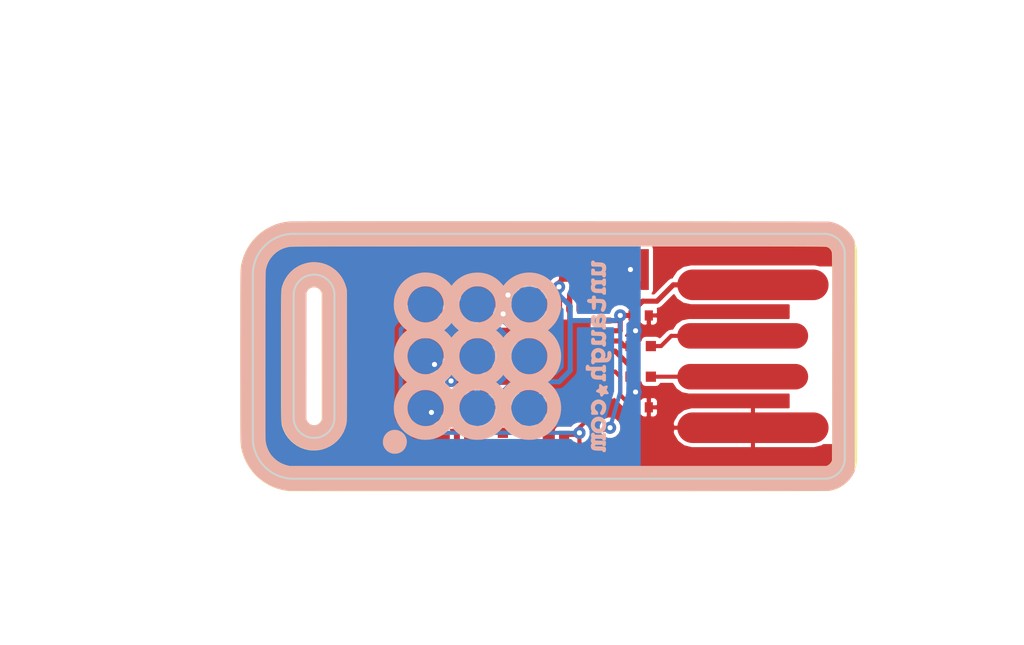
<source format=kicad_pcb>
(kicad_pcb (version 4) (host pcbnew "(after 2015-mar-04 BZR unknown)-product")

  (general
    (links 50)
    (no_connects 0)
    (area 131.964287 91.9 185.75 123.050001)
    (thickness 1.6)
    (drawings 32)
    (tracks 171)
    (zones 0)
    (modules 22)
    (nets 25)
  )

  (page A4)
  (layers
    (0 F.Cu signal)
    (31 B.Cu signal)
    (32 B.Adhes user)
    (33 F.Adhes user)
    (34 B.Paste user)
    (35 F.Paste user)
    (36 B.SilkS user)
    (37 F.SilkS user)
    (38 B.Mask user)
    (39 F.Mask user)
    (40 Dwgs.User user)
    (41 Cmts.User user)
    (42 Eco1.User user)
    (43 Eco2.User user)
    (44 Edge.Cuts user)
    (45 Margin user)
    (46 B.CrtYd user)
    (47 F.CrtYd user)
    (48 B.Fab user)
    (49 F.Fab user)
  )

  (setup
    (last_trace_width 0.2)
    (user_trace_width 0.2)
    (trace_clearance 0.1)
    (zone_clearance 0.2)
    (zone_45_only yes)
    (trace_min 0.2)
    (segment_width 0.1)
    (edge_width 0.1)
    (via_size 0.6)
    (via_drill 0.4)
    (via_min_size 0.4)
    (via_min_drill 0.3)
    (user_via 0.4 0.3)
    (user_via 0.6 0.25)
    (uvia_size 0.3)
    (uvia_drill 0.1)
    (uvias_allowed no)
    (uvia_min_size 0.2)
    (uvia_min_drill 0.1)
    (pcb_text_width 0.3)
    (pcb_text_size 1.5 1.5)
    (mod_edge_width 0.15)
    (mod_text_size 1 1)
    (mod_text_width 0.15)
    (pad_size 2 2)
    (pad_drill 0)
    (pad_to_mask_clearance 0)
    (aux_axis_origin 0 0)
    (visible_elements FFFCFFFF)
    (pcbplotparams
      (layerselection 0x012f8_80000001)
      (usegerberextensions true)
      (excludeedgelayer true)
      (linewidth 0.100000)
      (plotframeref false)
      (viasonmask false)
      (mode 1)
      (useauxorigin false)
      (hpglpennumber 1)
      (hpglpenspeed 20)
      (hpglpendiameter 15)
      (hpglpenoverlay 2)
      (psnegative false)
      (psa4output false)
      (plotreference true)
      (plotvalue true)
      (plotinvisibletext false)
      (padsonsilk false)
      (subtractmaskfromsilk false)
      (outputformat 1)
      (mirror false)
      (drillshape 0)
      (scaleselection 1)
      (outputdirectory /home/oscu/Documents/Projects/KeyBoard/pcb2_plot/))
  )

  (net 0 "")
  (net 1 "Net-(U1-Pad1)")
  (net 2 "Net-(U1-Pad2)")
  (net 3 "Net-(J1-Pad2)")
  (net 4 "Net-(J1-Pad3)")
  (net 5 "Net-(R1-Pad2)")
  (net 6 "Net-(R2-Pad2)")
  (net 7 "Net-(D1-Pad1)")
  (net 8 "Net-(D2-Pad1)")
  (net 9 "Net-(D3-Pad1)")
  (net 10 "Net-(D4-Pad1)")
  (net 11 "Net-(B1-Pad3)")
  (net 12 GND)
  (net 13 +5V)
  (net 14 /SCLK)
  (net 15 /MOSI)
  (net 16 /MISO)
  (net 17 /RESET)
  (net 18 "Net-(C1-Pad1)")
  (net 19 /RXD)
  (net 20 /TXD)
  (net 21 "Net-(R3-Pad1)")
  (net 22 "Net-(R4-Pad1)")
  (net 23 "Net-(R5-Pad1)")
  (net 24 "Net-(R6-Pad1)")

  (net_class Default "This is the default net class."
    (clearance 0.1)
    (trace_width 0.25)
    (via_dia 0.6)
    (via_drill 0.4)
    (uvia_dia 0.3)
    (uvia_drill 0.1)
    (add_net +5V)
    (add_net /MISO)
    (add_net /MOSI)
    (add_net /RESET)
    (add_net /RXD)
    (add_net /SCLK)
    (add_net /TXD)
    (add_net GND)
    (add_net "Net-(B1-Pad3)")
    (add_net "Net-(C1-Pad1)")
    (add_net "Net-(D1-Pad1)")
    (add_net "Net-(D2-Pad1)")
    (add_net "Net-(D3-Pad1)")
    (add_net "Net-(D4-Pad1)")
    (add_net "Net-(J1-Pad2)")
    (add_net "Net-(J1-Pad3)")
    (add_net "Net-(R1-Pad2)")
    (add_net "Net-(R2-Pad2)")
    (add_net "Net-(R3-Pad1)")
    (add_net "Net-(R4-Pad1)")
    (add_net "Net-(R5-Pad1)")
    (add_net "Net-(R6-Pad1)")
    (add_net "Net-(U1-Pad1)")
    (add_net "Net-(U1-Pad2)")
  )

  (net_class thin ""
    (clearance 0.2)
    (trace_width 0.2)
    (via_dia 0.4)
    (via_drill 0.3)
    (uvia_dia 0.3)
    (uvia_drill 0.1)
  )

  (module oscu_footprints:usb_pcb (layer F.Cu) (tedit 55EDC2A5) (tstamp 55E94C12)
    (at 167 109)
    (path /55E5F48F)
    (fp_text reference J1 (at 0 7) (layer F.SilkS) hide
      (effects (font (size 1 1) (thickness 0.15)))
    )
    (fp_text value usb_pcb (at 0 -7) (layer F.Fab)
      (effects (font (size 1 1) (thickness 0.15)))
    )
    (fp_line (start -6 -6) (end 6 -6) (layer Dwgs.User) (width 0.15))
    (fp_line (start 6 -6) (end 6 6) (layer Dwgs.User) (width 0.15))
    (fp_line (start 6 6) (end -6 6) (layer Dwgs.User) (width 0.15))
    (fp_line (start -6 6) (end -6 -6) (layer Dwgs.User) (width 0.15))
    (pad 1 smd oval (at 1.5 -3.5) (size 7.41 1.5) (layers F.Cu F.Mask)
      (net 13 +5V))
    (pad 2 smd oval (at 1 -1) (size 6.41 1.25) (layers F.Cu F.Mask)
      (net 3 "Net-(J1-Pad2)"))
    (pad 3 smd oval (at 1 1) (size 6.41 1.25) (layers F.Cu F.Mask)
      (net 4 "Net-(J1-Pad3)"))
    (pad 4 smd oval (at 1.5 3.5) (size 7.41 1.5) (layers F.Cu F.Mask)
      (net 12 GND))
  )

  (module pcb_graphics:graphics_top (layer F.Cu) (tedit 0) (tstamp 55E934F0)
    (at 158.47568 108.8263)
    (fp_text reference G*** (at 0 0) (layer F.SilkS) hide
      (effects (font (thickness 0.3)))
    )
    (fp_text value LOGO (at 0.75 0) (layer F.SilkS) hide
      (effects (font (thickness 0.3)))
    )
    (fp_poly (pts (xy 15.085821 2.264414) (xy 15.085805 2.627235) (xy 15.085709 2.966101) (xy 15.085535 3.281252)
      (xy 15.08528 3.572929) (xy 15.084945 3.841372) (xy 15.08453 4.086824) (xy 15.084034 4.309523)
      (xy 15.083456 4.509712) (xy 15.082797 4.68763) (xy 15.082055 4.843518) (xy 15.08123 4.977618)
      (xy 15.080323 5.090169) (xy 15.079332 5.181413) (xy 15.078256 5.251591) (xy 15.077097 5.300942)
      (xy 15.075852 5.329709) (xy 15.075497 5.334022) (xy 15.043244 5.529462) (xy 14.987077 5.717464)
      (xy 14.907843 5.896246) (xy 14.806391 6.064027) (xy 14.683568 6.219024) (xy 14.624903 6.280792)
      (xy 14.492928 6.400494) (xy 14.355351 6.500446) (xy 14.207947 6.582952) (xy 14.04649 6.650316)
      (xy 13.95536 6.677961) (xy 13.95536 -2.582766) (xy 13.955317 -2.836155) (xy 13.955224 -3.070709)
      (xy 13.955079 -3.287161) (xy 13.954879 -3.486238) (xy 13.954623 -3.66867) (xy 13.954307 -3.835188)
      (xy 13.95393 -3.986521) (xy 13.953489 -4.123398) (xy 13.952982 -4.24655) (xy 13.952406 -4.356705)
      (xy 13.951759 -4.454594) (xy 13.951039 -4.540945) (xy 13.950244 -4.616489) (xy 13.94937 -4.681956)
      (xy 13.948416 -4.738074) (xy 13.947379 -4.785574) (xy 13.946257 -4.825185) (xy 13.945047 -4.857637)
      (xy 13.943748 -4.883659) (xy 13.942357 -4.903981) (xy 13.94087 -4.919333) (xy 13.939287 -4.930445)
      (xy 13.937605 -4.938045) (xy 13.937534 -4.938291) (xy 13.896605 -5.03694) (xy 13.836495 -5.119223)
      (xy 13.758396 -5.18394) (xy 13.663499 -5.229896) (xy 13.639685 -5.237608) (xy 13.634614 -5.238684)
      (xy 13.626479 -5.239722) (xy 13.614829 -5.240722) (xy 13.59921 -5.241684) (xy 13.57917 -5.24261)
      (xy 13.554257 -5.243501) (xy 13.524018 -5.244356) (xy 13.488002 -5.245176) (xy 13.445755 -5.245963)
      (xy 13.396825 -5.246717) (xy 13.34076 -5.247439) (xy 13.277108 -5.248129) (xy 13.205416 -5.248787)
      (xy 13.125231 -5.249416) (xy 13.036102 -5.250015) (xy 12.937576 -5.250585) (xy 12.829201 -5.251127)
      (xy 12.710523 -5.251642) (xy 12.581092 -5.252129) (xy 12.440453 -5.252591) (xy 12.288156 -5.253027)
      (xy 12.123748 -5.253438) (xy 11.946775 -5.253826) (xy 11.756787 -5.25419) (xy 11.55333 -5.254531)
      (xy 11.335952 -5.25485) (xy 11.104201 -5.255148) (xy 10.857624 -5.255426) (xy 10.595769 -5.255683)
      (xy 10.318184 -5.255922) (xy 10.024416 -5.256142) (xy 9.714012 -5.256344) (xy 9.386521 -5.256529)
      (xy 9.04149 -5.256697) (xy 8.678467 -5.25685) (xy 8.296999 -5.256988) (xy 7.896634 -5.257112)
      (xy 7.476919 -5.257221) (xy 7.037402 -5.257318) (xy 6.577631 -5.257403) (xy 6.097154 -5.257476)
      (xy 5.595517 -5.257538) (xy 5.072269 -5.25759) (xy 4.526957 -5.257633) (xy 3.959129 -5.257666)
      (xy 3.368332 -5.257692) (xy 2.754114 -5.25771) (xy 2.116023 -5.257721) (xy 1.453606 -5.257727)
      (xy 0.76641 -5.257727) (xy 0.502519 -5.257726) (xy -0.200176 -5.257718) (xy -0.877912 -5.257704)
      (xy -1.531129 -5.257681) (xy -2.160267 -5.25765) (xy -2.765767 -5.257611) (xy -3.34807 -5.257561)
      (xy -3.907615 -5.257502) (xy -4.444844 -5.257432) (xy -4.960196 -5.25735) (xy -5.454113 -5.257256)
      (xy -5.927034 -5.25715) (xy -6.3794 -5.25703) (xy -6.811652 -5.256897) (xy -7.224231 -5.256749)
      (xy -7.617575 -5.256586) (xy -7.992127 -5.256407) (xy -8.348326 -5.256212) (xy -8.686614 -5.256)
      (xy -9.007429 -5.255771) (xy -9.311214 -5.255523) (xy -9.598408 -5.255257) (xy -9.869452 -5.254971)
      (xy -10.124786 -5.254666) (xy -10.364851 -5.254339) (xy -10.590087 -5.253992) (xy -10.800935 -5.253623)
      (xy -10.997835 -5.253231) (xy -11.181228 -5.252817) (xy -11.351554 -5.252379) (xy -11.509254 -5.251916)
      (xy -11.654767 -5.251429) (xy -11.788535 -5.250916) (xy -11.910998 -5.250378) (xy -12.022597 -5.249812)
      (xy -12.123772 -5.249219) (xy -12.214963 -5.248599) (xy -12.296611 -5.24795) (xy -12.369156 -5.247272)
      (xy -12.433039 -5.246564) (xy -12.4887 -5.245825) (xy -12.53658 -5.245056) (xy -12.57712 -5.244256)
      (xy -12.610759 -5.243423) (xy -12.637938 -5.242557) (xy -12.659098 -5.241658) (xy -12.674679 -5.240725)
      (xy -12.685122 -5.239757) (xy -12.687353 -5.239455) (xy -12.874359 -5.198952) (xy -13.050727 -5.136273)
      (xy -13.215002 -5.0529) (xy -13.36573 -4.950317) (xy -13.501456 -4.830008) (xy -13.620725 -4.693455)
      (xy -13.722084 -4.542142) (xy -13.804076 -4.377553) (xy -13.865248 -4.20117) (xy -13.904144 -4.014478)
      (xy -13.906644 -3.996134) (xy -13.908049 -3.974856) (xy -13.909351 -3.933242) (xy -13.910549 -3.871013)
      (xy -13.911646 -3.787893) (xy -13.91264 -3.683602) (xy -13.913533 -3.557863) (xy -13.914326 -3.410397)
      (xy -13.915019 -3.240927) (xy -13.915613 -3.049174) (xy -13.916108 -2.83486) (xy -13.916505 -2.597707)
      (xy -13.916804 -2.337437) (xy -13.917007 -2.053772) (xy -13.917114 -1.746433) (xy -13.917125 -1.415143)
      (xy -13.917041 -1.059624) (xy -13.916864 -0.679596) (xy -13.916592 -0.274783) (xy -13.916227 0.155094)
      (xy -13.91614 0.24765) (xy -13.915765 0.63302) (xy -13.915402 0.993819) (xy -13.915045 1.330876)
      (xy -13.91469 1.64502) (xy -13.91433 1.93708) (xy -13.91396 2.207884) (xy -13.913576 2.458262)
      (xy -13.913172 2.689043) (xy -13.912743 2.901055) (xy -13.912283 3.095128) (xy -13.911787 3.27209)
      (xy -13.911251 3.43277) (xy -13.910668 3.577998) (xy -13.910033 3.708602) (xy -13.909342 3.825411)
      (xy -13.908588 3.929254) (xy -13.907768 4.02096) (xy -13.906874 4.101359) (xy -13.905903 4.171278)
      (xy -13.904848 4.231547) (xy -13.903706 4.282994) (xy -13.902469 4.32645) (xy -13.901134 4.362742)
      (xy -13.899694 4.3927) (xy -13.898145 4.417153) (xy -13.896481 4.436928) (xy -13.894697 4.452857)
      (xy -13.892788 4.465767) (xy -13.890749 4.476487) (xy -13.889248 4.4831) (xy -13.832419 4.667228)
      (xy -13.753668 4.84089) (xy -13.654432 5.002007) (xy -13.536151 5.148501) (xy -13.400261 5.278294)
      (xy -13.27345 5.372965) (xy -13.140859 5.451556) (xy -13.003199 5.513862) (xy -12.854732 5.562016)
      (xy -12.689717 5.598151) (xy -12.6492 5.604926) (xy -12.635186 5.605146) (xy -12.596302 5.605361)
      (xy -12.53308 5.60557) (xy -12.446049 5.605775) (xy -12.33574 5.605974) (xy -12.202685 5.606167)
      (xy -12.047413 5.606354) (xy -11.870455 5.606535) (xy -11.672342 5.60671) (xy -11.453605 5.606879)
      (xy -11.214773 5.607041) (xy -10.956379 5.607197) (xy -10.678951 5.607346) (xy -10.383021 5.607488)
      (xy -10.069119 5.607623) (xy -9.737777 5.607751) (xy -9.389524 5.607872) (xy -9.024891 5.607985)
      (xy -8.644409 5.60809) (xy -8.248609 5.608188) (xy -7.83802 5.608278) (xy -7.413174 5.60836)
      (xy -6.974601 5.608434) (xy -6.522832 5.6085) (xy -6.058397 5.608557) (xy -5.581828 5.608605)
      (xy -5.093654 5.608645) (xy -4.594406 5.608675) (xy -4.084615 5.608697) (xy -3.564811 5.60871)
      (xy -3.035525 5.608713) (xy -2.497288 5.608707) (xy -1.95063 5.608691) (xy -1.396082 5.608665)
      (xy -0.834174 5.60863) (xy -0.265437 5.608584) (xy 0.309598 5.608529) (xy 0.508 5.608507)
      (xy 13.63345 5.60705) (xy 13.693358 5.579373) (xy 13.762951 5.536881) (xy 13.830141 5.477635)
      (xy 13.886786 5.409627) (xy 13.915845 5.361005) (xy 13.95095 5.28955) (xy 13.954203 0.209893)
      (xy 13.954472 -0.220428) (xy 13.95471 -0.626079) (xy 13.954915 -1.007789) (xy 13.955085 -1.366288)
      (xy 13.955216 -1.702306) (xy 13.955308 -2.016572) (xy 13.955357 -2.309815) (xy 13.95536 -2.582766)
      (xy 13.95536 6.677961) (xy 13.866753 6.704841) (xy 13.8303 6.713912) (xy 13.824655 6.715126)
      (xy 13.817663 6.716296) (xy 13.808869 6.717424) (xy 13.797814 6.71851) (xy 13.784041 6.719555)
      (xy 13.767092 6.720561) (xy 13.74651 6.721528) (xy 13.721838 6.722456) (xy 13.692618 6.723347)
      (xy 13.658394 6.724201) (xy 13.618707 6.72502) (xy 13.573101 6.725804) (xy 13.521117 6.726554)
      (xy 13.462299 6.72727) (xy 13.396189 6.727955) (xy 13.32233 6.728608) (xy 13.240265 6.72923)
      (xy 13.149535 6.729823) (xy 13.049685 6.730387) (xy 12.940255 6.730922) (xy 12.82079 6.73143)
      (xy 12.690832 6.731912) (xy 12.549922 6.732369) (xy 12.397605 6.7328) (xy 12.233422 6.733208)
      (xy 12.056917 6.733593) (xy 11.867631 6.733956) (xy 11.665108 6.734297) (xy 11.448889 6.734618)
      (xy 11.218519 6.734919) (xy 10.973539 6.735201) (xy 10.713492 6.735465) (xy 10.43792 6.735713)
      (xy 10.146367 6.735944) (xy 9.838374 6.736159) (xy 9.513486 6.73636) (xy 9.171243 6.736547)
      (xy 8.811189 6.736721) (xy 8.432867 6.736884) (xy 8.035819 6.737034) (xy 7.619587 6.737175)
      (xy 7.183715 6.737306) (xy 6.727744 6.737429) (xy 6.251219 6.737543) (xy 5.75368 6.737651)
      (xy 5.234672 6.737752) (xy 4.693736 6.737848) (xy 4.130415 6.73794) (xy 3.544252 6.738027)
      (xy 2.934789 6.738113) (xy 2.30157 6.738196) (xy 1.644136 6.738278) (xy 0.96203 6.73836)
      (xy 0.5461 6.738409) (xy -0.032409 6.738472) (xy -0.604814 6.738526) (xy -1.170585 6.738571)
      (xy -1.729192 6.738608) (xy -2.280106 6.738636) (xy -2.822797 6.738655) (xy -3.356735 6.738666)
      (xy -3.881391 6.738669) (xy -4.396235 6.738663) (xy -4.900738 6.73865) (xy -5.39437 6.738629)
      (xy -5.876601 6.738599) (xy -6.346901 6.738562) (xy -6.804741 6.738518) (xy -7.249592 6.738466)
      (xy -7.680923 6.738406) (xy -8.098205 6.73834) (xy -8.500908 6.738266) (xy -8.888503 6.738185)
      (xy -9.260459 6.738097) (xy -9.616249 6.738003) (xy -9.95534 6.737902) (xy -10.277205 6.737794)
      (xy -10.581314 6.73768) (xy -10.867135 6.737559) (xy -11.134141 6.737432) (xy -11.381802 6.737299)
      (xy -11.609587 6.73716) (xy -11.816967 6.737015) (xy -12.003413 6.736865) (xy -12.168395 6.736708)
      (xy -12.311382 6.736546) (xy -12.431847 6.736379) (xy -12.529258 6.736206) (xy -12.603086 6.736029)
      (xy -12.652802 6.735846) (xy -12.677875 6.735658) (xy -12.68095 6.735575) (xy -12.875942 6.70918)
      (xy -13.051411 6.676346) (xy -13.212749 6.635572) (xy -13.365348 6.585357) (xy -13.514602 6.5242)
      (xy -13.619721 6.474203) (xy -13.801935 6.375314) (xy -13.966024 6.269189) (xy -14.11918 6.150655)
      (xy -14.268594 6.014541) (xy -14.294611 5.98881) (xy -14.467169 5.798784) (xy -14.618334 5.595464)
      (xy -14.747617 5.379719) (xy -14.854525 5.152418) (xy -14.938568 4.914431) (xy -14.972298 4.789917)
      (xy -14.978743 4.764045) (xy -14.984787 4.740339) (xy -14.990441 4.717958) (xy -14.995719 4.696063)
      (xy -15.000634 4.673813) (xy -15.005198 4.650368) (xy -15.009425 4.624886) (xy -15.013327 4.596529)
      (xy -15.016918 4.564455) (xy -15.020209 4.527824) (xy -15.023215 4.485795) (xy -15.025948 4.437529)
      (xy -15.028421 4.382184) (xy -15.030647 4.31892) (xy -15.032639 4.246898) (xy -15.034409 4.165276)
      (xy -15.035971 4.073214) (xy -15.037337 3.969871) (xy -15.038521 3.854408) (xy -15.039536 3.725983)
      (xy -15.040393 3.583757) (xy -15.041107 3.426889) (xy -15.041689 3.254539) (xy -15.042154 3.065866)
      (xy -15.042514 2.860029) (xy -15.042781 2.636189) (xy -15.042969 2.393505) (xy -15.043091 2.131136)
      (xy -15.043159 1.848242) (xy -15.043187 1.543983) (xy -15.043187 1.217518) (xy -15.043173 0.868007)
      (xy -15.043156 0.49461) (xy -15.04315 0.1778) (xy -15.043161 -0.215778) (xy -15.043182 -0.584796)
      (xy -15.043202 -0.930093) (xy -15.043204 -1.25251) (xy -15.043177 -1.552887) (xy -15.043105 -1.832063)
      (xy -15.042975 -2.090879) (xy -15.042774 -2.330175) (xy -15.042487 -2.55079) (xy -15.0421 -2.753564)
      (xy -15.041599 -2.939338) (xy -15.040972 -3.108951) (xy -15.040203 -3.263243) (xy -15.039279 -3.403054)
      (xy -15.038186 -3.529223) (xy -15.036911 -3.642592) (xy -15.035439 -3.744) (xy -15.033756 -3.834286)
      (xy -15.031849 -3.914291) (xy -15.029703 -3.984855) (xy -15.027306 -4.046817) (xy -15.024643 -4.101018)
      (xy -15.021699 -4.148297) (xy -15.018462 -4.189494) (xy -15.014918 -4.22545) (xy -15.011051 -4.257004)
      (xy -15.00685 -4.284995) (xy -15.0023 -4.310265) (xy -14.997386 -4.333653) (xy -14.992095 -4.355998)
      (xy -14.986414 -4.378142) (xy -14.980328 -4.400923) (xy -14.973824 -4.425182) (xy -14.966887 -4.451758)
      (xy -14.966711 -4.452447) (xy -14.892039 -4.695376) (xy -14.795719 -4.926198) (xy -14.67895 -5.143906)
      (xy -14.542932 -5.34749) (xy -14.388864 -5.535942) (xy -14.217946 -5.708251) (xy -14.031378 -5.863409)
      (xy -13.830359 -6.000406) (xy -13.616089 -6.118235) (xy -13.389767 -6.215885) (xy -13.152593 -6.292347)
      (xy -12.905767 -6.346613) (xy -12.68095 -6.375253) (xy -12.663568 -6.376058) (xy -12.630553 -6.376831)
      (xy -12.581635 -6.377572) (xy -12.516544 -6.378281) (xy -12.435011 -6.378958) (xy -12.336764 -6.379604)
      (xy -12.221535 -6.380219) (xy -12.089052 -6.380803) (xy -11.939047 -6.381356) (xy -11.771249 -6.381878)
      (xy -11.585388 -6.38237) (xy -11.381193 -6.382832) (xy -11.158396 -6.383264) (xy -10.916726 -6.383665)
      (xy -10.655912 -6.384038) (xy -10.375685 -6.384381) (xy -10.075776 -6.384694) (xy -9.755913 -6.384979)
      (xy -9.415827 -6.385234) (xy -9.055248 -6.385462) (xy -8.673905 -6.38566) (xy -8.27153 -6.385831)
      (xy -7.847851 -6.385973) (xy -7.402599 -6.386088) (xy -6.935503 -6.386175) (xy -6.446294 -6.386235)
      (xy -5.934702 -6.386267) (xy -5.400457 -6.386273) (xy -4.843288 -6.386251) (xy -4.262926 -6.386203)
      (xy -3.6591 -6.386129) (xy -3.031541 -6.386028) (xy -2.379979 -6.385901) (xy -1.704143 -6.385749)
      (xy -1.003763 -6.385571) (xy -0.27857 -6.385367) (xy 0.471706 -6.385138) (xy 0.60325 -6.385096)
      (xy 1.299247 -6.384872) (xy 1.9703 -6.384652) (xy 2.616868 -6.384435) (xy 3.239406 -6.384222)
      (xy 3.838371 -6.384009) (xy 4.414221 -6.383798) (xy 4.967412 -6.383586) (xy 5.4984 -6.383373)
      (xy 6.007643 -6.383159) (xy 6.495598 -6.382941) (xy 6.962721 -6.38272) (xy 7.409469 -6.382494)
      (xy 7.836299 -6.382263) (xy 8.243668 -6.382025) (xy 8.632033 -6.38178) (xy 9.001851 -6.381527)
      (xy 9.353577 -6.381265) (xy 9.68767 -6.380993) (xy 10.004586 -6.380709) (xy 10.304782 -6.380415)
      (xy 10.588715 -6.380107) (xy 10.856841 -6.379786) (xy 11.109618 -6.37945) (xy 11.347502 -6.379099)
      (xy 11.57095 -6.378732) (xy 11.780419 -6.378347) (xy 11.976365 -6.377944) (xy 12.159246 -6.377523)
      (xy 12.329519 -6.377081) (xy 12.48764 -6.376619) (xy 12.634066 -6.376135) (xy 12.769253 -6.375629)
      (xy 12.89366 -6.375099) (xy 13.007742 -6.374545) (xy 13.111957 -6.373966) (xy 13.206761 -6.37336)
      (xy 13.292611 -6.372728) (xy 13.369964 -6.372067) (xy 13.439277 -6.371378) (xy 13.501006 -6.370659)
      (xy 13.555609 -6.369909) (xy 13.603542 -6.369128) (xy 13.645262 -6.368314) (xy 13.681226 -6.367467)
      (xy 13.711891 -6.366586) (xy 13.737714 -6.36567) (xy 13.759151 -6.364717) (xy 13.776659 -6.363728)
      (xy 13.790696 -6.362701) (xy 13.801717 -6.361635) (xy 13.810181 -6.36053) (xy 13.816543 -6.359384)
      (xy 13.8176 -6.359151) (xy 14.016303 -6.303008) (xy 14.198073 -6.228793) (xy 14.364782 -6.135502)
      (xy 14.518304 -6.022134) (xy 14.618315 -5.9309) (xy 14.741817 -5.794969) (xy 14.845627 -5.650022)
      (xy 14.931595 -5.492711) (xy 15.001573 -5.319685) (xy 15.053482 -5.1435) (xy 15.080531 -5.03555)
      (xy 15.084735 0.08255) (xy 15.085107 0.568759) (xy 15.085402 1.02981) (xy 15.085619 1.465942)
      (xy 15.085759 1.877396) (xy 15.085821 2.264414) (xy 15.085821 2.264414)) (layer F.SilkS) (width 0.1))
    (fp_poly (pts (xy -9.920318 -1.50504) (xy -9.920402 -1.280187) (xy -9.920588 -1.034957) (xy -9.920858 -0.768383)
      (xy -9.921193 -0.479498) (xy -9.921576 -0.167336) (xy -9.921988 0.16907) (xy -9.92207 0.237609)
      (xy -9.922476 0.57292) (xy -9.92287 0.883787) (xy -9.923261 1.171164) (xy -9.923657 1.436007)
      (xy -9.924064 1.679271) (xy -9.924491 1.901912) (xy -9.924946 2.104884) (xy -9.925437 2.289143)
      (xy -9.92597 2.455644) (xy -9.926555 2.605342) (xy -9.927198 2.739194) (xy -9.927908 2.858153)
      (xy -9.928693 2.963175) (xy -9.929559 3.055216) (xy -9.930516 3.135231) (xy -9.931571 3.204175)
      (xy -9.932731 3.263003) (xy -9.934004 3.312671) (xy -9.935399 3.354133) (xy -9.936923 3.388346)
      (xy -9.938583 3.416264) (xy -9.940388 3.438842) (xy -9.942346 3.457037) (xy -9.944464 3.471803)
      (xy -9.946749 3.484095) (xy -9.948634 3.4925) (xy -10.008798 3.694387) (xy -10.089004 3.880784)
      (xy -10.189466 4.052078) (xy -10.3104 4.208656) (xy -10.398182 4.300877) (xy -10.545859 4.426805)
      (xy -10.708914 4.533479) (xy -10.884735 4.619579) (xy -11.05535 4.67848) (xy -11.05535 3.29565)
      (xy -11.05535 0.18415) (xy -11.05535 -2.92735) (xy -11.08898 -2.99908) (xy -11.143254 -3.085853)
      (xy -11.217175 -3.159704) (xy -11.293042 -3.209431) (xy -11.328278 -3.226478) (xy -11.360237 -3.236997)
      (xy -11.397053 -3.24252) (xy -11.446857 -3.244579) (xy -11.4808 -3.244789) (xy -11.541363 -3.243918)
      (xy -11.585031 -3.240199) (xy -11.620277 -3.232086) (xy -11.655574 -3.21803) (xy -11.673098 -3.209666)
      (xy -11.749894 -3.159826) (xy -11.819374 -3.091726) (xy -11.874325 -3.012508) (xy -11.876773 -3.007988)
      (xy -11.90625 -2.95275) (xy -11.90625 0.1778) (xy -11.90625 3.30835) (xy -11.868627 3.376274)
      (xy -11.817861 3.448439) (xy -11.752288 3.51298) (xy -11.679576 3.562977) (xy -11.642065 3.580705)
      (xy -11.573565 3.59855) (xy -11.49388 3.605222) (xy -11.412538 3.600972) (xy -11.339065 3.586052)
      (xy -11.302041 3.571748) (xy -11.211817 3.514326) (xy -11.139317 3.439006) (xy -11.098909 3.37599)
      (xy -11.05535 3.29565) (xy -11.05535 4.67848) (xy -11.070713 4.683784) (xy -11.223118 4.71816)
      (xy -11.307526 4.728574) (xy -11.407864 4.73422) (xy -11.515115 4.73512) (xy -11.620265 4.731296)
      (xy -11.714299 4.722771) (xy -11.75385 4.716838) (xy -11.94585 4.670148) (xy -12.128856 4.59991)
      (xy -12.301678 4.506749) (xy -12.463127 4.391289) (xy -12.586469 4.280136) (xy -12.719423 4.131197)
      (xy -12.829457 3.971703) (xy -12.917166 3.800695) (xy -12.967715 3.667195) (xy -12.975597 3.643628)
      (xy -12.982913 3.622293) (xy -12.989684 3.60222) (xy -12.995931 3.582439) (xy -13.001675 3.56198)
      (xy -13.006938 3.539873) (xy -13.011739 3.515148) (xy -13.016101 3.486835) (xy -13.020044 3.453964)
      (xy -13.023589 3.415565) (xy -13.026757 3.370667) (xy -13.02957 3.318301) (xy -13.032048 3.257497)
      (xy -13.034212 3.187284) (xy -13.036083 3.106693) (xy -13.037682 3.014753) (xy -13.039031 2.910495)
      (xy -13.04015 2.792948) (xy -13.041061 2.661143) (xy -13.041783 2.514109) (xy -13.042339 2.350876)
      (xy -13.04275 2.170475) (xy -13.043035 1.971934) (xy -13.043217 1.754285) (xy -13.043317 1.516557)
      (xy -13.043354 1.25778) (xy -13.043351 0.976984) (xy -13.043329 0.673199) (xy -13.043308 0.345455)
      (xy -13.043304 0.177445) (xy -13.043312 -0.160771) (xy -13.043323 -0.474559) (xy -13.043321 -0.76489)
      (xy -13.043289 -1.032735) (xy -13.04321 -1.279067) (xy -13.043067 -1.504857) (xy -13.042844 -1.711076)
      (xy -13.042523 -1.898695) (xy -13.042088 -2.068687) (xy -13.041521 -2.222023) (xy -13.040807 -2.359674)
      (xy -13.039927 -2.482613) (xy -13.038866 -2.59181) (xy -13.037606 -2.688237) (xy -13.03613 -2.772865)
      (xy -13.034421 -2.846667) (xy -13.032464 -2.910613) (xy -13.03024 -2.965676) (xy -13.027733 -3.012826)
      (xy -13.024926 -3.053036) (xy -13.021803 -3.087277) (xy -13.018345 -3.11652) (xy -13.014538 -3.141737)
      (xy -13.010362 -3.1639) (xy -13.005803 -3.18398) (xy -13.000842 -3.202948) (xy -12.995463 -3.221776)
      (xy -12.98965 -3.241437) (xy -12.983581 -3.262212) (xy -12.921652 -3.433826) (xy -12.836931 -3.599798)
      (xy -12.731931 -3.756699) (xy -12.609165 -3.901096) (xy -12.471145 -4.02956) (xy -12.361336 -4.111895)
      (xy -12.196 -4.209161) (xy -12.019932 -4.284898) (xy -11.835983 -4.338786) (xy -11.647007 -4.370505)
      (xy -11.455855 -4.379733) (xy -11.265379 -4.366152) (xy -11.078432 -4.32944) (xy -10.911394 -4.274717)
      (xy -10.734465 -4.191189) (xy -10.570367 -4.086647) (xy -10.420764 -3.962892) (xy -10.287319 -3.821722)
      (xy -10.171693 -3.664936) (xy -10.07555 -3.494334) (xy -10.000552 -3.311716) (xy -9.989078 -3.2766)
      (xy -9.981717 -3.253543) (xy -9.974882 -3.232347) (xy -9.968555 -3.212047) (xy -9.962718 -3.191676)
      (xy -9.957352 -3.170266) (xy -9.952438 -3.146851) (xy -9.947959 -3.120463) (xy -9.943896 -3.090137)
      (xy -9.940231 -3.054904) (xy -9.936944 -3.013799) (xy -9.934018 -2.965854) (xy -9.931434 -2.910102)
      (xy -9.929174 -2.845576) (xy -9.927219 -2.771309) (xy -9.92555 -2.686335) (xy -9.924151 -2.589687)
      (xy -9.923001 -2.480397) (xy -9.922083 -2.357499) (xy -9.921377 -2.220025) (xy -9.920867 -2.06701)
      (xy -9.920532 -1.897485) (xy -9.920356 -1.710484) (xy -9.920318 -1.50504) (xy -9.920318 -1.50504)) (layer F.SilkS) (width 0.1))
  )

  (module oscu_footprints:R_0402_nosilk (layer F.Cu) (tedit 561AF1B2) (tstamp 55E92807)
    (at 157.75 113.25 270)
    (descr "Resistor SMD 0402, reflow soldering, Vishay (see dcrcw.pdf)")
    (tags "resistor 0402")
    (path /55E892C3)
    (attr smd)
    (fp_text reference R6 (at 0 -1.8 270) (layer F.SilkS) hide
      (effects (font (size 1 1) (thickness 0.15)))
    )
    (fp_text value R (at 0 1.8 270) (layer F.Fab)
      (effects (font (size 1 1) (thickness 0.15)))
    )
    (fp_line (start -0.95 -0.65) (end 0.95 -0.65) (layer F.CrtYd) (width 0.05))
    (fp_line (start -0.95 0.65) (end 0.95 0.65) (layer F.CrtYd) (width 0.05))
    (fp_line (start -0.95 -0.65) (end -0.95 0.65) (layer F.CrtYd) (width 0.05))
    (fp_line (start 0.95 -0.65) (end 0.95 0.65) (layer F.CrtYd) (width 0.05))
    (pad 1 smd rect (at -0.5 0 270) (size 0.5 0.5) (layers F.Cu F.Paste F.Mask)
      (net 24 "Net-(R6-Pad1)"))
    (pad 2 smd rect (at 0.5 0 270) (size 0.5 0.5) (layers F.Cu F.Paste F.Mask)
      (net 10 "Net-(D4-Pad1)"))
    (model Resistors_SMD.3dshapes/R_0402.wrl
      (at (xyz 0 0 0))
      (scale (xyz 1 1 1))
      (rotate (xyz 0 0 0))
    )
  )

  (module oscu_footprints:R_0402_nosilk (layer F.Cu) (tedit 561AF1B2) (tstamp 55E92802)
    (at 156.25 113.25 270)
    (descr "Resistor SMD 0402, reflow soldering, Vishay (see dcrcw.pdf)")
    (tags "resistor 0402")
    (path /55E89266)
    (attr smd)
    (fp_text reference R5 (at 0 -1.8 270) (layer F.SilkS) hide
      (effects (font (size 1 1) (thickness 0.15)))
    )
    (fp_text value R (at 0 1.8 270) (layer F.Fab)
      (effects (font (size 1 1) (thickness 0.15)))
    )
    (fp_line (start -0.95 -0.65) (end 0.95 -0.65) (layer F.CrtYd) (width 0.05))
    (fp_line (start -0.95 0.65) (end 0.95 0.65) (layer F.CrtYd) (width 0.05))
    (fp_line (start -0.95 -0.65) (end -0.95 0.65) (layer F.CrtYd) (width 0.05))
    (fp_line (start 0.95 -0.65) (end 0.95 0.65) (layer F.CrtYd) (width 0.05))
    (pad 1 smd rect (at -0.5 0 270) (size 0.5 0.5) (layers F.Cu F.Paste F.Mask)
      (net 23 "Net-(R5-Pad1)"))
    (pad 2 smd rect (at 0.5 0 270) (size 0.5 0.5) (layers F.Cu F.Paste F.Mask)
      (net 9 "Net-(D3-Pad1)"))
    (model Resistors_SMD.3dshapes/R_0402.wrl
      (at (xyz 0 0 0))
      (scale (xyz 1 1 1))
      (rotate (xyz 0 0 0))
    )
  )

  (module oscu_footprints:R_0402_nosilk (layer F.Cu) (tedit 561AF1B2) (tstamp 55E927FD)
    (at 157.75 104.75 90)
    (descr "Resistor SMD 0402, reflow soldering, Vishay (see dcrcw.pdf)")
    (tags "resistor 0402")
    (path /55E89208)
    (attr smd)
    (fp_text reference R4 (at 0 -1.8 90) (layer F.SilkS) hide
      (effects (font (size 1 1) (thickness 0.15)))
    )
    (fp_text value R (at 0 1.8 90) (layer F.Fab)
      (effects (font (size 1 1) (thickness 0.15)))
    )
    (fp_line (start -0.95 -0.65) (end 0.95 -0.65) (layer F.CrtYd) (width 0.05))
    (fp_line (start -0.95 0.65) (end 0.95 0.65) (layer F.CrtYd) (width 0.05))
    (fp_line (start -0.95 -0.65) (end -0.95 0.65) (layer F.CrtYd) (width 0.05))
    (fp_line (start 0.95 -0.65) (end 0.95 0.65) (layer F.CrtYd) (width 0.05))
    (pad 1 smd rect (at -0.5 0 90) (size 0.5 0.5) (layers F.Cu F.Paste F.Mask)
      (net 22 "Net-(R4-Pad1)"))
    (pad 2 smd rect (at 0.5 0 90) (size 0.5 0.5) (layers F.Cu F.Paste F.Mask)
      (net 8 "Net-(D2-Pad1)"))
    (model Resistors_SMD.3dshapes/R_0402.wrl
      (at (xyz 0 0 0))
      (scale (xyz 1 1 1))
      (rotate (xyz 0 0 0))
    )
  )

  (module oscu_footprints:R_0402_nosilk (layer F.Cu) (tedit 561AF1B2) (tstamp 55E927F8)
    (at 156.25 104.75 90)
    (descr "Resistor SMD 0402, reflow soldering, Vishay (see dcrcw.pdf)")
    (tags "resistor 0402")
    (path /55E89128)
    (attr smd)
    (fp_text reference R3 (at 0 -1.8 90) (layer F.SilkS) hide
      (effects (font (size 1 1) (thickness 0.15)))
    )
    (fp_text value R (at 0 1.8 90) (layer F.Fab)
      (effects (font (size 1 1) (thickness 0.15)))
    )
    (fp_line (start -0.95 -0.65) (end 0.95 -0.65) (layer F.CrtYd) (width 0.05))
    (fp_line (start -0.95 0.65) (end 0.95 0.65) (layer F.CrtYd) (width 0.05))
    (fp_line (start -0.95 -0.65) (end -0.95 0.65) (layer F.CrtYd) (width 0.05))
    (fp_line (start 0.95 -0.65) (end 0.95 0.65) (layer F.CrtYd) (width 0.05))
    (pad 1 smd rect (at -0.5 0 90) (size 0.5 0.5) (layers F.Cu F.Paste F.Mask)
      (net 21 "Net-(R3-Pad1)"))
    (pad 2 smd rect (at 0.5 0 90) (size 0.5 0.5) (layers F.Cu F.Paste F.Mask)
      (net 7 "Net-(D1-Pad1)"))
    (model Resistors_SMD.3dshapes/R_0402.wrl
      (at (xyz 0 0 0))
      (scale (xyz 1 1 1))
      (rotate (xyz 0 0 0))
    )
  )

  (module oscu_footprints:R_0402_nosilk (layer F.Cu) (tedit 561AF1B2) (tstamp 55E927F3)
    (at 163 108.5 180)
    (descr "Resistor SMD 0402, reflow soldering, Vishay (see dcrcw.pdf)")
    (tags "resistor 0402")
    (path /55E5F63B)
    (attr smd)
    (fp_text reference R2 (at 0 -1.8 180) (layer F.SilkS) hide
      (effects (font (size 1 1) (thickness 0.15)))
    )
    (fp_text value R (at 0 1.8 180) (layer F.Fab)
      (effects (font (size 1 1) (thickness 0.15)))
    )
    (fp_line (start -0.95 -0.65) (end 0.95 -0.65) (layer F.CrtYd) (width 0.05))
    (fp_line (start -0.95 0.65) (end 0.95 0.65) (layer F.CrtYd) (width 0.05))
    (fp_line (start -0.95 -0.65) (end -0.95 0.65) (layer F.CrtYd) (width 0.05))
    (fp_line (start 0.95 -0.65) (end 0.95 0.65) (layer F.CrtYd) (width 0.05))
    (pad 1 smd rect (at -0.5 0 180) (size 0.5 0.5) (layers F.Cu F.Paste F.Mask)
      (net 3 "Net-(J1-Pad2)"))
    (pad 2 smd rect (at 0.5 0 180) (size 0.5 0.5) (layers F.Cu F.Paste F.Mask)
      (net 6 "Net-(R2-Pad2)"))
    (model Resistors_SMD.3dshapes/R_0402.wrl
      (at (xyz 0 0 0))
      (scale (xyz 1 1 1))
      (rotate (xyz 0 0 0))
    )
  )

  (module oscu_footprints:R_0402_nosilk (layer F.Cu) (tedit 561AF1B2) (tstamp 55E927EE)
    (at 163 110 180)
    (descr "Resistor SMD 0402, reflow soldering, Vishay (see dcrcw.pdf)")
    (tags "resistor 0402")
    (path /55E5F598)
    (attr smd)
    (fp_text reference R1 (at 0 -1.8 180) (layer F.SilkS) hide
      (effects (font (size 1 1) (thickness 0.15)))
    )
    (fp_text value R (at 0 1.8 180) (layer F.Fab)
      (effects (font (size 1 1) (thickness 0.15)))
    )
    (fp_line (start -0.95 -0.65) (end 0.95 -0.65) (layer F.CrtYd) (width 0.05))
    (fp_line (start -0.95 0.65) (end 0.95 0.65) (layer F.CrtYd) (width 0.05))
    (fp_line (start -0.95 -0.65) (end -0.95 0.65) (layer F.CrtYd) (width 0.05))
    (fp_line (start 0.95 -0.65) (end 0.95 0.65) (layer F.CrtYd) (width 0.05))
    (pad 1 smd rect (at -0.5 0 180) (size 0.5 0.5) (layers F.Cu F.Paste F.Mask)
      (net 4 "Net-(J1-Pad3)"))
    (pad 2 smd rect (at 0.5 0 180) (size 0.5 0.5) (layers F.Cu F.Paste F.Mask)
      (net 5 "Net-(R1-Pad2)"))
    (model Resistors_SMD.3dshapes/R_0402.wrl
      (at (xyz 0 0 0))
      (scale (xyz 1 1 1))
      (rotate (xyz 0 0 0))
    )
  )

  (module oscu_footprints:button_smd_panasonic (layer F.Cu) (tedit 55E92939) (tstamp 55E890B1)
    (at 152.25 109 180)
    (path /55E74282)
    (fp_text reference B1 (at 0 3.75 180) (layer F.SilkS) hide
      (effects (font (size 1 1) (thickness 0.15)))
    )
    (fp_text value btn_sp2 (at 0.5 -3.75 180) (layer F.Fab)
      (effects (font (size 1 1) (thickness 0.15)))
    )
    (pad 1 smd rect (at -1.85 -2.2 180) (size 0.6 1) (layers F.Cu F.Paste F.Mask)
      (net 12 GND))
    (pad 2 smd rect (at 1.85 -2.2 180) (size 0.6 1) (layers F.Cu F.Paste F.Mask)
      (net 12 GND))
    (pad 3 smd rect (at -1.85 2.2 180) (size 0.6 1) (layers F.Cu F.Paste F.Mask)
      (net 11 "Net-(B1-Pad3)"))
    (pad 4 smd rect (at 1.85 2.2 180) (size 0.6 1) (layers F.Cu F.Paste F.Mask)
      (net 11 "Net-(B1-Pad3)"))
    (pad 5 smd rect (at -2.525 0 180) (size 0.45 1) (layers F.Cu F.Paste F.Mask)
      (net 12 GND))
    (pad 6 smd rect (at 2.525 0 180) (size 0.45 1) (layers F.Cu F.Paste F.Mask)
      (net 12 GND))
  )

  (module oscu_footprints:resonator_murata_smd (layer F.Cu) (tedit 55E9298B) (tstamp 55E5F2A9)
    (at 162 104.75 180)
    (path /55E5E91E)
    (fp_text reference X1 (at 0 2 180) (layer F.SilkS) hide
      (effects (font (size 1 1) (thickness 0.15)))
    )
    (fp_text value resonator (at 0 -2.5 180) (layer F.Fab)
      (effects (font (size 1 1) (thickness 0.15)))
    )
    (fp_line (start -1.6 -0.7) (end 1.6 -0.7) (layer Dwgs.User) (width 0.15))
    (fp_line (start 1.6 -0.7) (end 1.6 0.7) (layer Dwgs.User) (width 0.15))
    (fp_line (start 1.6 0.7) (end -1.6 0.7) (layer Dwgs.User) (width 0.15))
    (fp_line (start -1.6 0.7) (end -1.6 -0.7) (layer Dwgs.User) (width 0.15))
    (pad 1 smd rect (at -1.2 0 180) (size 0.4 2) (layers F.Cu F.Paste F.Mask)
      (net 1 "Net-(U1-Pad1)"))
    (pad 2 smd rect (at 0 0 180) (size 0.4 2) (layers F.Cu F.Paste F.Mask)
      (net 12 GND))
    (pad 3 smd rect (at 1.2 0 180) (size 0.4 2) (layers F.Cu F.Paste F.Mask)
      (net 2 "Net-(U1-Pad2)"))
  )

  (module oscu_footprints:LED_0603_nosilk (layer F.Cu) (tedit 55E9F42A) (tstamp 55ED18A8)
    (at 150.25 104.75 180)
    (descr "LED 0603 smd package")
    (tags "LED led 0603 SMD smd SMT smt smdled SMDLED smtled SMTLED")
    (path /55E5F935)
    (attr smd)
    (fp_text reference D1 (at 0 -1.016 180) (layer F.SilkS) hide
      (effects (font (size 1 1) (thickness 0.15)))
    )
    (fp_text value led1 (at 0 1.016 180) (layer F.Fab)
      (effects (font (size 1 1) (thickness 0.15)))
    )
    (pad 1 smd rect (at -0.75 0 180) (size 0.8 0.8) (layers F.Cu F.Paste F.Mask)
      (net 7 "Net-(D1-Pad1)"))
    (pad 2 smd rect (at 0.75 0 180) (size 0.8 0.8) (layers F.Cu F.Paste F.Mask)
      (net 12 GND))
  )

  (module oscu_footprints:LED_0603_nosilk (layer F.Cu) (tedit 55E9F42A) (tstamp 55ED18AD)
    (at 154 104.75 180)
    (descr "LED 0603 smd package")
    (tags "LED led 0603 SMD smd SMT smt smdled SMDLED smtled SMTLED")
    (path /55E5F9E2)
    (attr smd)
    (fp_text reference D2 (at 0 -1.016 180) (layer F.SilkS) hide
      (effects (font (size 1 1) (thickness 0.15)))
    )
    (fp_text value led1 (at 0 1.016 180) (layer F.Fab)
      (effects (font (size 1 1) (thickness 0.15)))
    )
    (pad 1 smd rect (at -0.75 0 180) (size 0.8 0.8) (layers F.Cu F.Paste F.Mask)
      (net 8 "Net-(D2-Pad1)"))
    (pad 2 smd rect (at 0.75 0 180) (size 0.8 0.8) (layers F.Cu F.Paste F.Mask)
      (net 12 GND))
  )

  (module oscu_footprints:LED_0603_nosilk (layer F.Cu) (tedit 55E9F42A) (tstamp 55ED18B2)
    (at 150.25 113.25 180)
    (descr "LED 0603 smd package")
    (tags "LED led 0603 SMD smd SMT smt smdled SMDLED smtled SMTLED")
    (path /55E5FA0E)
    (attr smd)
    (fp_text reference D3 (at 0 -1.016 180) (layer F.SilkS) hide
      (effects (font (size 1 1) (thickness 0.15)))
    )
    (fp_text value led1 (at 0 1.016 180) (layer F.Fab)
      (effects (font (size 1 1) (thickness 0.15)))
    )
    (pad 1 smd rect (at -0.75 0 180) (size 0.8 0.8) (layers F.Cu F.Paste F.Mask)
      (net 9 "Net-(D3-Pad1)"))
    (pad 2 smd rect (at 0.75 0 180) (size 0.8 0.8) (layers F.Cu F.Paste F.Mask)
      (net 12 GND))
  )

  (module oscu_footprints:LED_0603_nosilk (layer F.Cu) (tedit 55E9F42A) (tstamp 55ED18B7)
    (at 154 113.25 180)
    (descr "LED 0603 smd package")
    (tags "LED led 0603 SMD smd SMT smt smdled SMDLED smtled SMTLED")
    (path /55E5FA50)
    (attr smd)
    (fp_text reference D4 (at 0 -1.016 180) (layer F.SilkS) hide
      (effects (font (size 1 1) (thickness 0.15)))
    )
    (fp_text value led1 (at 0 1.016 180) (layer F.Fab)
      (effects (font (size 1 1) (thickness 0.15)))
    )
    (pad 1 smd rect (at -0.75 0 180) (size 0.8 0.8) (layers F.Cu F.Paste F.Mask)
      (net 10 "Net-(D4-Pad1)"))
    (pad 2 smd rect (at 0.75 0 180) (size 0.8 0.8) (layers F.Cu F.Paste F.Mask)
      (net 12 GND))
  )

  (module oscu_footprints:connector_smd_round2 (layer B.Cu) (tedit 561A9BD2) (tstamp 561AA22F)
    (at 155 109)
    (path /55E8A32F)
    (fp_text reference J2 (at 0 -7) (layer B.SilkS) hide
      (effects (font (size 1 1) (thickness 0.15)) (justify mirror))
    )
    (fp_text value CONN_01X09 (at 0 7.5) (layer B.Fab)
      (effects (font (size 1 1) (thickness 0.15)) (justify mirror))
    )
    (fp_line (start -6 6) (end 6 6) (layer Dwgs.User) (width 0.15))
    (fp_line (start 6 6) (end 6 -6) (layer Dwgs.User) (width 0.15))
    (fp_line (start 6 -6) (end -6 -6) (layer Dwgs.User) (width 0.15))
    (fp_line (start -6 -6) (end -6 6) (layer Dwgs.User) (width 0.15))
    (pad 1 smd circle (at -2.54 2.54) (size 1.75 1.75) (layers B.Cu B.Paste B.Mask)
      (net 16 /MISO))
    (pad 2 smd circle (at 0 2.54) (size 1.75 1.75) (layers B.Cu B.Paste B.Mask)
      (net 13 +5V))
    (pad 3 smd circle (at 2.54 2.54) (size 1.75 1.75) (layers B.Cu B.Paste B.Mask)
      (net 12 GND))
    (pad 4 smd circle (at -2.54 0) (size 1.75 1.75) (layers B.Cu B.Paste B.Mask)
      (net 14 /SCLK))
    (pad 5 smd circle (at 0 0) (size 1.75 1.75) (layers B.Cu B.Paste B.Mask)
      (net 15 /MOSI))
    (pad 6 smd circle (at 2.54 0) (size 1.75 1.75) (layers B.Cu B.Paste B.Mask)
      (net 20 /TXD))
    (pad 7 smd circle (at -2.54 -2.54) (size 1.75 1.75) (layers B.Cu B.Paste B.Mask)
      (net 17 /RESET))
    (pad 8 smd circle (at 0 -2.54) (size 1.75 1.75) (layers B.Cu B.Paste B.Mask)
      (net 12 GND))
    (pad 9 smd circle (at 2.54 -2.54) (size 1.75 1.75) (layers B.Cu B.Paste B.Mask)
      (net 19 /RXD))
  )

  (module oscu_footprints:qfn32_nosilk (layer F.Cu) (tedit 561AA218) (tstamp 55E94C25)
    (at 158.75 109 270)
    (path /55E5F036)
    (fp_text reference U1 (at 0 -3.75 270) (layer F.SilkS) hide
      (effects (font (size 1 1) (thickness 0.15)))
    )
    (fp_text value atmega8u2-qfn (at 0 4 270) (layer F.Fab)
      (effects (font (size 1 1) (thickness 0.15)))
    )
    (pad 9 smd oval (at -1.75 2.5) (size 0.8 0.3) (layers F.Cu F.Paste F.Mask)
      (net 20 /TXD))
    (pad 10 smd oval (at -1.25 2.5) (size 0.8 0.3) (layers F.Cu F.Paste F.Mask)
      (net 11 "Net-(B1-Pad3)"))
    (pad 11 smd oval (at -0.75 2.5) (size 0.8 0.3) (layers F.Cu F.Paste F.Mask))
    (pad 12 smd oval (at -0.25 2.5) (size 0.8 0.3) (layers F.Cu F.Paste F.Mask))
    (pad 13 smd oval (at 0.25 2.5) (size 0.8 0.3) (layers F.Cu F.Paste F.Mask))
    (pad 14 smd oval (at 0.75 2.5) (size 0.8 0.3) (layers F.Cu F.Paste F.Mask))
    (pad 15 smd oval (at 1.25 2.5) (size 0.8 0.3) (layers F.Cu F.Paste F.Mask)
      (net 14 /SCLK))
    (pad 16 smd oval (at 1.75 2.5) (size 0.8 0.3) (layers F.Cu F.Paste F.Mask)
      (net 15 /MOSI))
    (pad 25 smd oval (at 1.75 -2.5) (size 0.8 0.3) (layers F.Cu F.Paste F.Mask))
    (pad 26 smd oval (at 1.25 -2.5) (size 0.8 0.3) (layers F.Cu F.Paste F.Mask))
    (pad 27 smd oval (at 0.75 -2.5) (size 0.8 0.3) (layers F.Cu F.Paste F.Mask)
      (net 18 "Net-(C1-Pad1)"))
    (pad 28 smd oval (at 0.25 -2.5) (size 0.8 0.3) (layers F.Cu F.Paste F.Mask)
      (net 12 GND))
    (pad 29 smd oval (at -0.25 -2.5) (size 0.8 0.3) (layers F.Cu F.Paste F.Mask)
      (net 5 "Net-(R1-Pad2)"))
    (pad 30 smd oval (at -0.75 -2.5) (size 0.8 0.3) (layers F.Cu F.Paste F.Mask)
      (net 6 "Net-(R2-Pad2)"))
    (pad 31 smd oval (at -1.25 -2.5) (size 0.8 0.3) (layers F.Cu F.Paste F.Mask)
      (net 13 +5V))
    (pad 32 smd oval (at -1.75 -2.5) (size 0.8 0.3) (layers F.Cu F.Paste F.Mask)
      (net 13 +5V))
    (pad 17 smd oval (at 2.5 1.75 270) (size 0.8 0.3) (layers F.Cu F.Paste F.Mask)
      (net 16 /MISO))
    (pad 18 smd oval (at 2.5 1.25 270) (size 0.8 0.3) (layers F.Cu F.Paste F.Mask)
      (net 23 "Net-(R5-Pad1)"))
    (pad 19 smd oval (at 2.5 0.75 270) (size 0.8 0.3) (layers F.Cu F.Paste F.Mask)
      (net 24 "Net-(R6-Pad1)"))
    (pad 20 smd oval (at 2.5 0.25 270) (size 0.8 0.3) (layers F.Cu F.Paste F.Mask))
    (pad 21 smd oval (at 2.5 -0.25 270) (size 0.8 0.3) (layers F.Cu F.Paste F.Mask))
    (pad 22 smd oval (at 2.5 -0.75 270) (size 0.8 0.3) (layers F.Cu F.Paste F.Mask))
    (pad 23 smd oval (at 2.5 -1.25 270) (size 0.8 0.3) (layers F.Cu F.Paste F.Mask))
    (pad 24 smd oval (at 2.5 -1.75 270) (size 0.8 0.3) (layers F.Cu F.Paste F.Mask)
      (net 17 /RESET))
    (pad 1 smd oval (at -2.5 -1.75 270) (size 0.8 0.3) (layers F.Cu F.Paste F.Mask)
      (net 1 "Net-(U1-Pad1)"))
    (pad 2 smd oval (at -2.5 -1.25 270) (size 0.8 0.3) (layers F.Cu F.Paste F.Mask)
      (net 2 "Net-(U1-Pad2)"))
    (pad 3 smd oval (at -2.5 -0.75 270) (size 0.8 0.3) (layers F.Cu F.Paste F.Mask)
      (net 12 GND))
    (pad 4 smd oval (at -2.5 -0.25 270) (size 0.8 0.3) (layers F.Cu F.Paste F.Mask)
      (net 13 +5V))
    (pad 5 smd oval (at -2.5 0.25 270) (size 0.8 0.3) (layers F.Cu F.Paste F.Mask))
    (pad 6 smd oval (at -2.5 0.75 270) (size 0.8 0.3) (layers F.Cu F.Paste F.Mask)
      (net 22 "Net-(R4-Pad1)"))
    (pad 7 smd oval (at -2.5 1.25 270) (size 0.8 0.3) (layers F.Cu F.Paste F.Mask)
      (net 21 "Net-(R3-Pad1)"))
    (pad 8 smd oval (at -2.5 1.75 270) (size 0.8 0.3) (layers F.Cu F.Paste F.Mask)
      (net 19 /RXD))
    (pad p1 smd rect (at 0 0 270) (size 2.7 2.7) (layers F.Paste))
    (pad 33 smd rect (at 0 0 270) (size 3.6 3.6) (layers F.Cu F.Mask)
      (net 12 GND))
  )

  (module pcb_graphics:graphics_bot (layer B.Cu) (tedit 0) (tstamp 561AAC03)
    (at 158.43504 108.9914)
    (fp_text reference G*** (at 0 0) (layer B.SilkS) hide
      (effects (font (thickness 0.3)) (justify mirror))
    )
    (fp_text value LOGO (at 0.75 0) (layer B.SilkS) hide
      (effects (font (thickness 0.3)) (justify mirror))
    )
    (fp_poly (pts (xy 14.9987 -5.626824) (xy 14.958828 -5.705837) (xy 14.871242 -5.855166) (xy 14.762008 -5.998017)
      (xy 14.669656 -6.097585) (xy 14.5232 -6.22737) (xy 14.363053 -6.33738) (xy 14.191802 -6.426302)
      (xy 14.012037 -6.492823) (xy 14.00175 -6.495194) (xy 14.00175 -5.08635) (xy 14.00175 0.00635)
      (xy 14.00175 5.09905) (xy 13.967962 5.171125) (xy 13.915043 5.258627) (xy 13.846303 5.332879)
      (xy 13.766967 5.388389) (xy 13.755897 5.394066) (xy 13.68425 5.42925) (xy 0.51435 5.42925)
      (xy -12.65555 5.42925) (xy -12.777137 5.395625) (xy -12.911073 5.353699) (xy -13.029592 5.305127)
      (xy -13.14258 5.245461) (xy -13.223432 5.194872) (xy -13.329963 5.115965) (xy -13.434348 5.02298)
      (xy -13.529387 4.922929) (xy -13.607881 4.822824) (xy -13.612822 4.815624) (xy -13.70134 4.664723)
      (xy -13.772993 4.499589) (xy -13.825314 4.326916) (xy -13.855336 4.157876) (xy -13.856778 4.136918)
      (xy -13.858116 4.100166) (xy -13.859351 4.047129) (xy -13.860484 3.977319) (xy -13.861516 3.890245)
      (xy -13.862448 3.785417) (xy -13.863281 3.662344) (xy -13.864017 3.520537) (xy -13.864657 3.359505)
      (xy -13.865201 3.178759) (xy -13.865652 2.977809) (xy -13.86601 2.756163) (xy -13.866276 2.513333)
      (xy -13.866452 2.248829) (xy -13.866539 1.962159) (xy -13.866538 1.652834) (xy -13.86645 1.320365)
      (xy -13.866276 0.96426) (xy -13.866017 0.58403) (xy -13.865675 0.179185) (xy -13.86543 -0.0762)
      (xy -13.865041 -0.460044) (xy -13.864666 -0.81932) (xy -13.864297 -1.154861) (xy -13.86393 -1.467499)
      (xy -13.863559 -1.758066) (xy -13.863179 -2.027395) (xy -13.862785 -2.276317) (xy -13.862371 -2.505665)
      (xy -13.861933 -2.716272) (xy -13.861464 -2.90897) (xy -13.860959 -3.08459) (xy -13.860413 -3.243965)
      (xy -13.859821 -3.387929) (xy -13.859176 -3.517311) (xy -13.858475 -3.632946) (xy -13.857712 -3.735666)
      (xy -13.85688 -3.826302) (xy -13.855975 -3.905687) (xy -13.854992 -3.974653) (xy -13.853925 -4.034033)
      (xy -13.852768 -4.084659) (xy -13.851517 -4.127363) (xy -13.850166 -4.162977) (xy -13.84871 -4.192334)
      (xy -13.847143 -4.216266) (xy -13.84546 -4.235606) (xy -13.843656 -4.251185) (xy -13.841725 -4.263836)
      (xy -13.839662 -4.274391) (xy -13.838398 -4.2799) (xy -13.784763 -4.463281) (xy -13.716291 -4.627861)
      (xy -13.631818 -4.776245) (xy -13.588854 -4.837648) (xy -13.463034 -4.986824) (xy -13.323179 -5.115207)
      (xy -13.170377 -5.222204) (xy -13.005712 -5.307225) (xy -12.830271 -5.369678) (xy -12.64514 -5.408971)
      (xy -12.51585 -5.422068) (xy -12.495903 -5.422495) (xy -12.451097 -5.422914) (xy -12.381971 -5.423326)
      (xy -12.289066 -5.42373) (xy -12.172922 -5.424126) (xy -12.034081 -5.424514) (xy -11.873082 -5.424893)
      (xy -11.690465 -5.425263) (xy -11.486771 -5.425623) (xy -11.262541 -5.425974) (xy -11.018314 -5.426315)
      (xy -10.754631 -5.426645) (xy -10.472033 -5.426965) (xy -10.17106 -5.427273) (xy -9.852252 -5.42757)
      (xy -9.516149 -5.427855) (xy -9.163292 -5.428128) (xy -8.794222 -5.428388) (xy -8.409478 -5.428636)
      (xy -8.009602 -5.42887) (xy -7.595132 -5.429091) (xy -7.166611 -5.429298) (xy -6.724577 -5.42949)
      (xy -6.269573 -5.429669) (xy -5.802137 -5.429832) (xy -5.32281 -5.42998) (xy -4.832133 -5.430112)
      (xy -4.330646 -5.430228) (xy -3.818889 -5.430328) (xy -3.297403 -5.430411) (xy -2.766729 -5.430477)
      (xy -2.227405 -5.430526) (xy -1.679974 -5.430558) (xy -1.124974 -5.430571) (xy -0.562948 -5.430565)
      (xy 0.005566 -5.430541) (xy 0.580026 -5.430498) (xy 0.65405 -5.430492) (xy 13.65885 -5.42925)
      (xy 13.7414 -5.389713) (xy 13.830369 -5.336245) (xy 13.90025 -5.268683) (xy 13.955424 -5.182645)
      (xy 13.962213 -5.1689) (xy 14.00175 -5.08635) (xy 14.00175 -6.495194) (xy 13.826346 -6.53563)
      (xy 13.797347 -6.540037) (xy 13.78048 -6.540639) (xy 13.738862 -6.541236) (xy 13.673138 -6.541828)
      (xy 13.583957 -6.542415) (xy 13.471966 -6.542995) (xy 13.337813 -6.543569) (xy 13.182145 -6.544137)
      (xy 13.00561 -6.544698) (xy 12.808856 -6.545252) (xy 12.592529 -6.545799) (xy 12.357278 -6.546338)
      (xy 12.10375 -6.546869) (xy 11.832593 -6.547393) (xy 11.544454 -6.547908) (xy 11.239981 -6.548414)
      (xy 10.919821 -6.548912) (xy 10.584621 -6.549401) (xy 10.235031 -6.54988) (xy 9.871696 -6.550349)
      (xy 9.495264 -6.550809) (xy 9.106384 -6.551258) (xy 8.705702 -6.551697) (xy 8.293867 -6.552125)
      (xy 7.871525 -6.552542) (xy 7.439324 -6.552947) (xy 6.997913 -6.553341) (xy 6.547937 -6.553724)
      (xy 6.090046 -6.554094) (xy 5.624886 -6.554452) (xy 5.153105 -6.554797) (xy 4.675351 -6.555129)
      (xy 4.19227 -6.555448) (xy 3.704512 -6.555754) (xy 3.212722 -6.556045) (xy 2.71755 -6.556323)
      (xy 2.219642 -6.556587) (xy 1.719645 -6.556836) (xy 1.218209 -6.55707) (xy 0.715979 -6.557289)
      (xy 0.213603 -6.557493) (xy -0.28827 -6.557681) (xy -0.788993 -6.557853) (xy -1.28792 -6.55801)
      (xy -1.784401 -6.558149) (xy -2.27779 -6.558272) (xy -2.76744 -6.558378) (xy -3.252702 -6.558467)
      (xy -3.732929 -6.558538) (xy -4.207473 -6.558592) (xy -4.675688 -6.558627) (xy -5.136924 -6.558644)
      (xy -5.590536 -6.558643) (xy -6.035875 -6.558622) (xy -6.472293 -6.558583) (xy -6.899144 -6.558524)
      (xy -7.315779 -6.558445) (xy -7.721551 -6.558346) (xy -8.115813 -6.558228) (xy -8.497917 -6.558088)
      (xy -8.867215 -6.557928) (xy -9.22306 -6.557747) (xy -9.564805 -6.557545) (xy -9.891801 -6.557321)
      (xy -10.203401 -6.557075) (xy -10.498958 -6.556807) (xy -10.777824 -6.556517) (xy -11.039351 -6.556204)
      (xy -11.282893 -6.555869) (xy -11.5078 -6.55551) (xy -11.713427 -6.555127) (xy -11.899125 -6.554721)
      (xy -12.064247 -6.554291) (xy -12.208145 -6.553836) (xy -12.330172 -6.553357) (xy -12.429679 -6.552853)
      (xy -12.506021 -6.552324) (xy -12.558548 -6.55177) (xy -12.586614 -6.55119) (xy -12.589601 -6.55105)
      (xy -12.841084 -6.52305) (xy -13.085657 -6.471195) (xy -13.321928 -6.396423) (xy -13.548503 -6.299672)
      (xy -13.763991 -6.181881) (xy -13.966998 -6.043987) (xy -14.156134 -5.88693) (xy -14.330004 -5.711646)
      (xy -14.487217 -5.519076) (xy -14.626381 -5.310155) (xy -14.73755 -5.103739) (xy -14.834261 -4.877961)
      (xy -14.90725 -4.649838) (xy -14.957719 -4.414915) (xy -14.985537 -4.18598) (xy -14.986788 -4.157547)
      (xy -14.987979 -4.104912) (xy -14.989109 -4.029265) (xy -14.99018 -3.931797) (xy -14.99119 -3.813698)
      (xy -14.992141 -3.676159) (xy -14.993031 -3.520369) (xy -14.993861 -3.347519) (xy -14.994632 -3.158799)
      (xy -14.995342 -2.9554) (xy -14.995992 -2.738513) (xy -14.996582 -2.509326) (xy -14.997112 -2.269032)
      (xy -14.997582 -2.018819) (xy -14.997991 -1.759879) (xy -14.998341 -1.493402) (xy -14.998631 -1.220578)
      (xy -14.99886 -0.942597) (xy -14.999029 -0.66065) (xy -14.999139 -0.375928) (xy -14.999188 -0.08962)
      (xy -14.999178 0.197083) (xy -14.999107 0.482991) (xy -14.998977 0.766914) (xy -14.998786 1.047661)
      (xy -14.998537 1.324041) (xy -14.998226 1.594865) (xy -14.997856 1.858942) (xy -14.997425 2.115081)
      (xy -14.996934 2.362093) (xy -14.996384 2.598787) (xy -14.995773 2.823973) (xy -14.995102 3.03646)
      (xy -14.994372 3.235058) (xy -14.993581 3.418577) (xy -14.99273 3.585826) (xy -14.991819 3.735615)
      (xy -14.990849 3.866754) (xy -14.989818 3.978052) (xy -14.988727 4.068319) (xy -14.987577 4.136365)
      (xy -14.986366 4.180999) (xy -14.985521 4.197217) (xy -14.952256 4.452017) (xy -14.89467 4.700364)
      (xy -14.813335 4.940863) (xy -14.708821 5.172119) (xy -14.581699 5.392736) (xy -14.432541 5.601318)
      (xy -14.389275 5.65454) (xy -14.22123 5.836258) (xy -14.036063 6.000044) (xy -13.83551 6.144984)
      (xy -13.621308 6.270164) (xy -13.39519 6.374669) (xy -13.158893 6.457585) (xy -12.914152 6.517996)
      (xy -12.684626 6.552743) (xy -12.665621 6.553421) (xy -12.621904 6.554081) (xy -12.554122 6.554724)
      (xy -12.462923 6.555349) (xy -12.348954 6.555957) (xy -12.212862 6.556547) (xy -12.055295 6.557119)
      (xy -11.876899 6.557675) (xy -11.678321 6.558212) (xy -11.46021 6.558733) (xy -11.223212 6.559235)
      (xy -10.967974 6.55972) (xy -10.695144 6.560188) (xy -10.40537 6.560638) (xy -10.099297 6.561071)
      (xy -9.777573 6.561486) (xy -9.440847 6.561884) (xy -9.089764 6.562264) (xy -8.724972 6.562627)
      (xy -8.347118 6.562972) (xy -7.95685 6.5633) (xy -7.554815 6.56361) (xy -7.141659 6.563903)
      (xy -6.718031 6.564179) (xy -6.284578 6.564436) (xy -5.841946 6.564677) (xy -5.390782 6.564899)
      (xy -4.931735 6.565105) (xy -4.465452 6.565292) (xy -3.992579 6.565463) (xy -3.513764 6.565615)
      (xy -3.029653 6.565751) (xy -2.540895 6.565868) (xy -2.048137 6.565969) (xy -1.552025 6.566051)
      (xy -1.053207 6.566117) (xy -0.552331 6.566165) (xy -0.050043 6.566195) (xy 0.45301 6.566208)
      (xy 0.95618 6.566203) (xy 1.458819 6.566181) (xy 1.960281 6.566141) (xy 2.459919 6.566084)
      (xy 2.957085 6.566009) (xy 3.451132 6.565916) (xy 3.941413 6.565807) (xy 4.42728 6.565679)
      (xy 4.908086 6.565535) (xy 5.383185 6.565372) (xy 5.851929 6.565192) (xy 6.31367 6.564995)
      (xy 6.767761 6.56478) (xy 7.213556 6.564548) (xy 7.650406 6.564298) (xy 8.077666 6.564031)
      (xy 8.494686 6.563746) (xy 8.900822 6.563444) (xy 9.295424 6.563124) (xy 9.677845 6.562786)
      (xy 10.04744 6.562431) (xy 10.40356 6.562059) (xy 10.745558 6.561669) (xy 11.072786 6.561262)
      (xy 11.384599 6.560837) (xy 11.680348 6.560394) (xy 11.959386 6.559934) (xy 12.221066 6.559457)
      (xy 12.46474 6.558962) (xy 12.689763 6.558449) (xy 12.895485 6.557919) (xy 13.081261 6.557372)
      (xy 13.246442 6.556807) (xy 13.390382 6.556224) (xy 13.512434 6.555624) (xy 13.611949 6.555006)
      (xy 13.688282 6.554371) (xy 13.740784 6.553718) (xy 13.768808 6.553048) (xy 13.77315 6.552758)
      (xy 13.97112 6.512223) (xy 14.159051 6.448873) (xy 14.335479 6.363721) (xy 14.498942 6.257778)
      (xy 14.64798 6.132058) (xy 14.78113 5.987571) (xy 14.896931 5.825331) (xy 14.946493 5.7404)
      (xy 14.998342 5.64515) (xy 14.998521 0.009163) (xy 14.9987 -5.626824) (xy 14.9987 -5.626824)) (layer B.SilkS) (width 0.1))
    (fp_poly (pts (xy 2.83081 -4.28792) (xy 2.82907 -4.357759) (xy 2.813351 -4.424813) (xy 2.779308 -4.475608)
      (xy 2.724603 -4.513622) (xy 2.724222 -4.513811) (xy 2.699355 -4.523904) (xy 2.668404 -4.531353)
      (xy 2.62666 -4.536749) (xy 2.569415 -4.54068) (xy 2.49196 -4.543734) (xy 2.482733 -4.54402)
      (xy 2.290333 -4.549868) (xy 2.278641 -4.589509) (xy 2.26048 -4.621026) (xy 2.23402 -4.634032)
      (xy 2.20601 -4.625842) (xy 2.200126 -4.620746) (xy 2.189872 -4.598154) (xy 2.184529 -4.561461)
      (xy 2.183899 -4.518964) (xy 2.187781 -4.478957) (xy 2.195975 -4.449735) (xy 2.204488 -4.440008)
      (xy 2.22362 -4.437368) (xy 2.263298 -4.435117) (xy 2.318668 -4.433425) (xy 2.384877 -4.43246)
      (xy 2.426141 -4.4323) (xy 2.517206 -4.431224) (xy 2.588302 -4.428077) (xy 2.637551 -4.42298)
      (xy 2.661004 -4.417127) (xy 2.698686 -4.387301) (xy 2.72163 -4.342953) (xy 2.730027 -4.290112)
      (xy 2.724066 -4.234806) (xy 2.703939 -4.183063) (xy 2.669834 -4.140913) (xy 2.651889 -4.127825)
      (xy 2.630833 -4.116924) (xy 2.606441 -4.109576) (xy 2.573405 -4.105111) (xy 2.526416 -4.102862)
      (xy 2.460165 -4.10216) (xy 2.447925 -4.102147) (xy 2.286 -4.1021) (xy 2.286 -4.150472)
      (xy 2.27907 -4.200325) (xy 2.259195 -4.230934) (xy 2.227741 -4.240397) (xy 2.221788 -4.239831)
      (xy 2.207085 -4.23662) (xy 2.197957 -4.228666) (xy 2.193078 -4.210889) (xy 2.191118 -4.178213)
      (xy 2.19075 -4.125559) (xy 2.19075 -4.12115) (xy 2.19075 -4.00685) (xy 2.452096 -4.003423)
      (xy 2.713442 -3.999997) (xy 2.725146 -3.952623) (xy 2.739343 -3.91681) (xy 2.760423 -3.901995)
      (xy 2.763361 -3.901462) (xy 2.791764 -3.904939) (xy 2.809304 -3.926569) (xy 2.816988 -3.9685)
      (xy 2.816859 -4.015266) (xy 2.813865 -4.05947) (xy 2.808631 -4.084318) (xy 2.798842 -4.095851)
      (xy 2.784475 -4.099808) (xy 2.764776 -4.103367) (xy 2.758327 -4.110459) (xy 2.765402 -4.126881)
      (xy 2.786274 -4.158432) (xy 2.787314 -4.159963) (xy 2.817827 -4.220093) (xy 2.83081 -4.28792)
      (xy 2.83081 -4.28792)) (layer B.SilkS) (width 0.1))
    (fp_poly (pts (xy -9.869302 1.517638) (xy -9.869325 1.255963) (xy -9.869452 0.971767) (xy -9.869683 0.664351)
      (xy -9.870013 0.333018) (xy -9.870442 -0.022929) (xy -9.870503 -0.06985) (xy -9.874661 -3.23215)
      (xy -9.903375 -3.3401) (xy -9.921672 -3.404238) (xy -9.943154 -3.472747) (xy -9.963475 -3.531825)
      (xy -9.965375 -3.53695) (xy -10.045708 -3.716389) (xy -10.146551 -3.882523) (xy -10.266137 -4.033836)
      (xy -10.402699 -4.16881) (xy -10.554472 -4.285929) (xy -10.719687 -4.383675) (xy -10.896578 -4.460533)
      (xy -10.998048 -4.490111) (xy -10.998048 3.08474) (xy -11.024207 3.154656) (xy -11.067362 3.236483)
      (xy -11.130572 3.310494) (xy -11.208588 3.371084) (xy -11.24654 3.392187) (xy -11.295338 3.414178)
      (xy -11.337058 3.426505) (xy -11.383605 3.431859) (xy -11.426687 3.432907) (xy -11.486372 3.43129)
      (xy -11.533122 3.424024) (xy -11.579194 3.408678) (xy -11.605152 3.397511) (xy -11.685429 3.349252)
      (xy -11.756252 3.283403) (xy -11.811556 3.206343) (xy -11.835605 3.155161) (xy -11.862003 3.084607)
      (xy -11.858727 -0.016621) (xy -11.85545 -3.11785) (xy -11.825196 -3.17461) (xy -11.801353 -3.21649)
      (xy -11.776908 -3.255171) (xy -11.768685 -3.266885) (xy -11.73157 -3.305358) (xy -11.678992 -3.345397)
      (xy -11.619799 -3.381199) (xy -11.562834 -3.406961) (xy -11.547815 -3.411776) (xy -11.467779 -3.424179)
      (xy -11.379733 -3.42125) (xy -11.294903 -3.403992) (xy -11.245094 -3.384735) (xy -11.162278 -3.331275)
      (xy -11.091296 -3.259974) (xy -11.038634 -3.177386) (xy -11.037498 -3.175) (xy -11.00455 -3.10515)
      (xy -11.001299 -0.010205) (xy -10.998048 3.08474) (xy -10.998048 -4.490111) (xy -11.083379 -4.514985)
      (xy -11.111668 -4.52103) (xy -11.212948 -4.537537) (xy -11.323385 -4.548536) (xy -11.434338 -4.553606)
      (xy -11.537169 -4.552324) (xy -11.61415 -4.545596) (xy -11.812063 -4.506234) (xy -12.000045 -4.444834)
      (xy -12.176546 -4.362664) (xy -12.340016 -4.260993) (xy -12.488903 -4.141089) (xy -12.621658 -4.00422)
      (xy -12.736731 -3.851654) (xy -12.83257 -3.684659) (xy -12.907625 -3.504503) (xy -12.915413 -3.481293)
      (xy -12.923478 -3.457158) (xy -12.930968 -3.435268) (xy -12.937905 -3.414658) (xy -12.944308 -3.394366)
      (xy -12.950196 -3.373426) (xy -12.955591 -3.350875) (xy -12.960513 -3.325749) (xy -12.964981 -3.297083)
      (xy -12.969016 -3.263913) (xy -12.972637 -3.225275) (xy -12.975866 -3.180206) (xy -12.978722 -3.12774)
      (xy -12.981225 -3.066914) (xy -12.983395 -2.996764) (xy -12.985253 -2.916326) (xy -12.986819 -2.824635)
      (xy -12.988112 -2.720728) (xy -12.989154 -2.60364) (xy -12.989963 -2.472407) (xy -12.990561 -2.326065)
      (xy -12.990967 -2.16365) (xy -12.991201 -1.984198) (xy -12.991284 -1.786745) (xy -12.991236 -1.570327)
      (xy -12.991077 -1.333979) (xy -12.990827 -1.076737) (xy -12.990506 -0.797638) (xy -12.990135 -0.495717)
      (xy -12.989733 -0.170011) (xy -12.989454 0.0635) (xy -12.98575 3.24485) (xy -12.951623 3.368415)
      (xy -12.891959 3.552355) (xy -12.819159 3.717402) (xy -12.731185 3.86751) (xy -12.626001 4.006632)
      (xy -12.617788 4.016239) (xy -12.47701 4.160635) (xy -12.321546 4.28442) (xy -12.152334 4.387009)
      (xy -11.970312 4.467818) (xy -11.814978 4.516684) (xy -11.725014 4.534961) (xy -11.618252 4.548373)
      (xy -11.5029 4.556509) (xy -11.387166 4.558963) (xy -11.279258 4.555324) (xy -11.200782 4.547276)
      (xy -11.010332 4.506986) (xy -10.829093 4.444074) (xy -10.658643 4.36014) (xy -10.500558 4.256789)
      (xy -10.356418 4.135623) (xy -10.227799 3.998245) (xy -10.116279 3.846258) (xy -10.023435 3.681264)
      (xy -9.950846 3.504865) (xy -9.900089 3.318666) (xy -9.881267 3.20675) (xy -9.879582 3.187168)
      (xy -9.878034 3.154826) (xy -9.876621 3.109027) (xy -9.87534 3.049073) (xy -9.874189 2.974268)
      (xy -9.873165 2.883914) (xy -9.872267 2.777313) (xy -9.871493 2.653769) (xy -9.870839 2.512584)
      (xy -9.870303 2.35306) (xy -9.869884 2.174501) (xy -9.869579 1.976209) (xy -9.869386 1.757487)
      (xy -9.869302 1.517638) (xy -9.869302 1.517638)) (layer B.SilkS) (width 0.1))
    (fp_poly (pts (xy 0.619415 0.021004) (xy 0.61018 -0.16447) (xy 0.578943 -0.346423) (xy 0.526299 -0.522692)
      (xy 0.452842 -0.691119) (xy 0.359166 -0.849543) (xy 0.245866 -0.995805) (xy 0.113537 -1.127744)
      (xy 0.039072 -1.18763) (xy 0.039072 -0.016406) (xy 0.035309 0.092061) (xy 0.022147 0.193971)
      (xy 0.013206 0.23495) (xy -0.035766 0.378723) (xy -0.105595 0.509817) (xy -0.19425 0.626559)
      (xy -0.299697 0.727275) (xy -0.419903 0.810293) (xy -0.552833 0.873939) (xy -0.696455 0.916539)
      (xy -0.838461 0.935841) (xy -0.988465 0.932996) (xy -1.132218 0.906836) (xy -1.267779 0.859079)
      (xy -1.393209 0.791441) (xy -1.506566 0.705639) (xy -1.60591 0.603392) (xy -1.6893 0.486414)
      (xy -1.716611 0.43221) (xy -1.716611 1.272769) (xy -1.815531 1.347307) (xy -1.936524 1.450646)
      (xy -2.051494 1.57263) (xy -2.110413 1.646105) (xy -2.16196 1.714379) (xy -2.225733 1.630137)
      (xy -2.336671 1.500269) (xy -2.46262 1.381839) (xy -2.500508 1.351573) (xy -2.500508 2.545829)
      (xy -2.513008 2.700327) (xy -2.548737 2.846614) (xy -2.6065 2.982759) (xy -2.685098 3.106828)
      (xy -2.783335 3.21689) (xy -2.900015 3.31101) (xy -3.01625 3.378746) (xy -3.106354 3.419424)
      (xy -3.188718 3.447136) (xy -3.27227 3.463888) (xy -3.365938 3.471684) (xy -3.43535 3.4729)
      (xy -3.54064 3.46901) (xy -3.633068 3.45599) (xy -3.72134 3.431659) (xy -3.814161 3.393838)
      (xy -3.87985 3.36161) (xy -3.988966 3.292647) (xy -4.09061 3.203811) (xy -4.179505 3.100533)
      (xy -4.250371 2.988246) (xy -4.258724 2.971768) (xy -4.301918 2.877241) (xy -4.331635 2.793898)
      (xy -4.34998 2.712861) (xy -4.359057 2.625253) (xy -4.361057 2.54) (xy -4.357136 2.432332)
      (xy -4.344264 2.339562) (xy -4.320337 2.252132) (xy -4.283251 2.160479) (xy -4.272444 2.137391)
      (xy -4.199217 2.012774) (xy -4.105614 1.899865) (xy -3.995055 1.801489) (xy -3.870959 1.720468)
      (xy -3.736746 1.659626) (xy -3.667386 1.637782) (xy -3.579189 1.621576) (xy -3.476262 1.614793)
      (xy -3.367347 1.617146) (xy -3.261184 1.628344) (xy -3.166512 1.6481) (xy -3.14325 1.655126)
      (xy -3.032644 1.698607) (xy -2.933497 1.754156) (xy -2.838785 1.826208) (xy -2.768084 1.892102)
      (xy -2.66804 2.007908) (xy -2.591639 2.132585) (xy -2.538532 2.26699) (xy -2.508367 2.411979)
      (xy -2.500508 2.545829) (xy -2.500508 1.351573) (xy -2.518138 1.337489) (xy -2.601381 1.274473)
      (xy -2.515337 1.208853) (xy -2.460126 1.16327) (xy -2.398681 1.106902) (xy -2.336401 1.045254)
      (xy -2.278688 0.983832) (xy -2.230939 0.92814) (xy -2.202649 0.890067) (xy -2.181308 0.860084)
      (xy -2.165202 0.841517) (xy -2.160488 0.838528) (xy -2.149792 0.848382) (xy -2.129872 0.873674)
      (xy -2.109116 0.903018) (xy -2.071571 0.951756) (xy -2.019751 1.010198) (xy -1.959487 1.072529)
      (xy -1.896615 1.132936) (xy -1.836966 1.185605) (xy -1.786373 1.224722) (xy -1.786294 1.224776)
      (xy -1.716611 1.272769) (xy -1.716611 0.43221) (xy -1.754795 0.356425) (xy -1.800455 0.21514)
      (xy -1.824339 0.064277) (xy -1.8244 0.0635) (xy -1.8235 -0.081165) (xy -1.798995 -0.222124)
      (xy -1.752647 -0.356975) (xy -1.686218 -0.483316) (xy -1.601469 -0.598746) (xy -1.500163 -0.700863)
      (xy -1.38406 -0.787265) (xy -1.254924 -0.855551) (xy -1.115324 -0.903115) (xy -1.021913 -0.919062)
      (xy -0.914678 -0.924873) (xy -0.802941 -0.920881) (xy -0.696019 -0.907418) (xy -0.60325 -0.884823)
      (xy -0.463799 -0.826128) (xy -0.336904 -0.746532) (xy -0.224627 -0.648262) (xy -0.129027 -0.533544)
      (xy -0.052163 -0.404607) (xy 0.003906 -0.263677) (xy 0.017977 -0.212978) (xy 0.03333 -0.121422)
      (xy 0.039072 -0.016406) (xy 0.039072 -1.18763) (xy 0.01905 -1.203733) (xy -0.017569 -1.231237)
      (xy -0.044564 -1.252474) (xy -0.05688 -1.263445) (xy -0.05715 -1.263989) (xy -0.047767 -1.272967)
      (xy -0.022799 -1.293287) (xy 0.01298 -1.321101) (xy 0.025817 -1.330868) (xy 0.100461 -1.393682)
      (xy 0.180533 -1.471746) (xy 0.259496 -1.557905) (xy 0.330814 -1.645001) (xy 0.38795 -1.725879)
      (xy 0.390918 -1.730592) (xy 0.473746 -1.884024) (xy 0.542652 -2.056038) (xy 0.580734 -2.181596)
      (xy 0.593133 -2.230573) (xy 0.602038 -2.27415) (xy 0.608036 -2.318324) (xy 0.611712 -2.36909)
      (xy 0.613652 -2.432444) (xy 0.61444 -2.514382) (xy 0.614491 -2.5273) (xy 0.614425 -2.611832)
      (xy 0.613178 -2.677132) (xy 0.610177 -2.729357) (xy 0.604851 -2.774668) (xy 0.596628 -2.819224)
      (xy 0.584937 -2.869184) (xy 0.581492 -2.8829) (xy 0.520903 -3.0755) (xy 0.440667 -3.252901)
      (xy 0.341199 -3.41421) (xy 0.321111 -3.4417) (xy 0.232413 -3.54644) (xy 0.126033 -3.649918)
      (xy 0.039118 -3.721536) (xy 0.039118 -2.530348) (xy 0.027391 -2.380333) (xy -0.006128 -2.240123)
      (xy -0.059368 -2.110824) (xy -0.130258 -1.99354) (xy -0.216726 -1.889376) (xy -0.316702 -1.799436)
      (xy -0.428114 -1.724825) (xy -0.548891 -1.666647) (xy -0.676963 -1.626007) (xy -0.810257 -1.604011)
      (xy -0.946702 -1.601761) (xy -1.084229 -1.620364) (xy -1.220765 -1.660924) (xy -1.354239 -1.724545)
      (xy -1.408594 -1.758214) (xy -1.527331 -1.851795) (xy -1.627434 -1.960931) (xy -1.708037 -2.083028)
      (xy -1.71602 -2.100581) (xy -1.71602 -1.266824) (xy -1.794635 -1.209199) (xy -1.865629 -1.151886)
      (xy -1.942155 -1.08133) (xy -2.016501 -1.005223) (xy -2.080952 -0.931261) (xy -2.106803 -0.897834)
      (xy -2.160822 -0.824118) (xy -2.221998 -0.90493) (xy -2.28759 -0.984556) (xy -2.363477 -1.065369)
      (xy -2.441962 -1.139631) (xy -2.500115 -1.18719) (xy -2.500115 0.0127) (xy -2.51256 0.163742)
      (xy -2.54787 0.30671) (xy -2.604285 0.439754) (xy -2.680043 0.561022) (xy -2.773384 0.668666)
      (xy -2.882547 0.760833) (xy -3.005772 0.835674) (xy -3.141297 0.891338) (xy -3.287362 0.925975)
      (xy -3.378461 0.935841) (xy -3.527926 0.933237) (xy -3.669842 0.907932) (xy -3.80274 0.861886)
      (xy -3.925148 0.797058) (xy -4.035598 0.715409) (xy -4.132617 0.618899) (xy -4.214736 0.509489)
      (xy -4.257576 0.431073) (xy -4.257576 1.273496) (xy -4.356013 1.347671) (xy -4.475703 1.449848)
      (xy -4.589741 1.570574) (xy -4.650413 1.646105) (xy -4.70196 1.714379) (xy -4.766515 1.628715)
      (xy -4.888385 1.486888) (xy -5.027009 1.361289) (xy -5.036563 1.353887) (xy -5.036563 2.538065)
      (xy -5.046127 2.679185) (xy -5.077357 2.817791) (xy -5.13025 2.951278) (xy -5.204803 3.077041)
      (xy -5.301013 3.192475) (xy -5.315278 3.20675) (xy -5.43292 3.305345) (xy -5.560222 3.381693)
      (xy -5.694741 3.435878) (xy -5.834031 3.467984) (xy -5.975648 3.478094) (xy -6.117149 3.466292)
      (xy -6.256089 3.432662) (xy -6.390024 3.377288) (xy -6.51651 3.300252) (xy -6.633102 3.201639)
      (xy -6.672709 3.160292) (xy -6.72795 3.089185) (xy -6.781655 3.002069) (xy -6.828952 2.908115)
      (xy -6.864972 2.816495) (xy -6.876866 2.775879) (xy -6.901944 2.627272) (xy -6.902992 2.480247)
      (xy -6.881368 2.337116) (xy -6.838434 2.200189) (xy -6.775547 2.071778) (xy -6.694067 1.954193)
      (xy -6.595354 1.849745) (xy -6.480766 1.760744) (xy -6.351664 1.689502) (xy -6.209406 1.63833)
      (xy -6.207386 1.637782) (xy -6.119189 1.621576) (xy -6.016262 1.614793) (xy -5.907347 1.617146)
      (xy -5.801184 1.628344) (xy -5.706512 1.6481) (xy -5.68325 1.655126) (xy -5.566576 1.701595)
      (xy -5.461807 1.761954) (xy -5.361901 1.8406) (xy -5.313834 1.885913) (xy -5.215025 2.000534)
      (xy -5.137896 2.125664) (xy -5.082445 2.2587) (xy -5.048668 2.397035) (xy -5.036563 2.538065)
      (xy -5.036563 1.353887) (xy -5.056716 1.338271) (xy -5.141381 1.274473) (xy -5.055337 1.208853)
      (xy -5.000126 1.16327) (xy -4.938681 1.106902) (xy -4.876401 1.045254) (xy -4.818688 0.983832)
      (xy -4.770939 0.92814) (xy -4.742649 0.890067) (xy -4.721317 0.860148) (xy -4.705212 0.841712)
      (xy -4.700488 0.83881) (xy -4.68974 0.848688) (xy -4.668986 0.874043) (xy -4.642658 0.909453)
      (xy -4.64185 0.910583) (xy -4.590682 0.97493) (xy -4.525517 1.046145) (xy -4.453529 1.117063)
      (xy -4.381894 1.180517) (xy -4.334269 1.217773) (xy -4.257576 1.273496) (xy -4.257576 0.431073)
      (xy -4.280485 0.389138) (xy -4.328393 0.259808) (xy -4.35699 0.123458) (xy -4.364806 -0.017952)
      (xy -4.35037 -0.16246) (xy -4.312211 -0.308108) (xy -4.311988 -0.308751) (xy -4.277201 -0.395125)
      (xy -4.234541 -0.472952) (xy -4.179746 -0.54867) (xy -4.108556 -0.628719) (xy -4.082697 -0.655213)
      (xy -4.025677 -0.710714) (xy -3.977748 -0.752037) (xy -3.931798 -0.784565) (xy -3.880713 -0.813678)
      (xy -3.858168 -0.825119) (xy -3.761987 -0.868668) (xy -3.67419 -0.898204) (xy -3.586052 -0.915593)
      (xy -3.488847 -0.922703) (xy -3.4036 -0.922383) (xy -3.326084 -0.919226) (xy -3.265665 -0.913756)
      (xy -3.214067 -0.90478) (xy -3.163012 -0.891102) (xy -3.14325 -0.884823) (xy -3.005376 -0.826701)
      (xy -2.879197 -0.747648) (xy -2.767035 -0.650192) (xy -2.671212 -0.53686) (xy -2.594051 -0.410181)
      (xy -2.537874 -0.27268) (xy -2.519632 -0.20612) (xy -2.509816 -0.147985) (xy -2.503001 -0.075265)
      (xy -2.500142 0.001309) (xy -2.500115 0.0127) (xy -2.500115 -1.18719) (xy -2.51486 -1.199249)
      (xy -2.550132 -1.226925) (xy -2.575517 -1.250013) (xy -2.585579 -1.263564) (xy -2.585585 -1.26365)
      (xy -2.576436 -1.276893) (xy -2.551675 -1.300351) (xy -2.51629 -1.329379) (xy -2.509125 -1.334876)
      (xy -2.458794 -1.3766) (xy -2.400913 -1.430094) (xy -2.340917 -1.48977) (xy -2.284241 -1.550043)
      (xy -2.236318 -1.605326) (xy -2.202649 -1.649933) (xy -2.181308 -1.679916) (xy -2.165202 -1.698483)
      (xy -2.160488 -1.701472) (xy -2.149834 -1.691606) (xy -2.129892 -1.666234) (xy -2.1082 -1.635524)
      (xy -2.068124 -1.583312) (xy -2.01381 -1.522033) (xy -1.951385 -1.457804) (xy -1.886976 -1.396738)
      (xy -1.826708 -1.344953) (xy -1.788137 -1.316037) (xy -1.71602 -1.266824) (xy -1.71602 -2.100581)
      (xy -1.768278 -2.215493) (xy -1.80729 -2.355732) (xy -1.824211 -2.501152) (xy -1.818176 -2.649158)
      (xy -1.78832 -2.797158) (xy -1.771988 -2.848751) (xy -1.737201 -2.935125) (xy -1.694541 -3.012952)
      (xy -1.639746 -3.08867) (xy -1.568556 -3.168719) (xy -1.542697 -3.195213) (xy -1.48569 -3.250702)
      (xy -1.437887 -3.291926) (xy -1.39229 -3.324186) (xy -1.341904 -3.352781) (xy -1.320444 -3.363594)
      (xy -1.220499 -3.408617) (xy -1.130285 -3.438898) (xy -1.040594 -3.456436) (xy -0.942218 -3.463227)
      (xy -0.8636 -3.462665) (xy -0.787319 -3.459437) (xy -0.728229 -3.454074) (xy -0.678137 -3.44535)
      (xy -0.62885 -3.432039) (xy -0.60325 -3.423721) (xy -0.46046 -3.362677) (xy -0.331798 -3.281549)
      (xy -0.218995 -3.182205) (xy -0.123779 -3.066513) (xy -0.047879 -2.93634) (xy 0.006974 -2.793552)
      (xy 0.018019 -2.75281) (xy 0.030545 -2.6815) (xy 0.037716 -2.593816) (xy 0.039118 -2.530348)
      (xy 0.039118 -3.721536) (xy 0.008705 -3.746597) (xy -0.112834 -3.83094) (xy -0.231849 -3.897411)
      (xy -0.235257 -3.899046) (xy -0.413546 -3.970639) (xy -0.596386 -4.01844) (xy -0.781594 -4.042949)
      (xy -0.966988 -4.044664) (xy -1.150383 -4.024085) (xy -1.329598 -3.981712) (xy -1.502449 -3.918045)
      (xy -1.666753 -3.833582) (xy -1.820328 -3.728824) (xy -1.96099 -3.604271) (xy -2.07243 -3.478594)
      (xy -2.162102 -3.365069) (xy -2.211536 -3.431959) (xy -2.273195 -3.507257) (xy -2.349448 -3.587975)
      (xy -2.432965 -3.667109) (xy -2.498719 -3.722693) (xy -2.498719 -2.512067) (xy -2.503569 -2.43205)
      (xy -2.53001 -2.286045) (xy -2.577496 -2.151309) (xy -2.643829 -2.028867) (xy -2.726812 -1.919743)
      (xy -2.824246 -1.824963) (xy -2.933935 -1.74555) (xy -3.053681 -1.682531) (xy -3.181286 -1.636929)
      (xy -3.314552 -1.609769) (xy -3.451282 -1.602077) (xy -3.589277 -1.614877) (xy -3.726342 -1.649193)
      (xy -3.860277 -1.706052) (xy -3.948594 -1.758214) (xy -4.065874 -1.850898) (xy -4.165461 -1.959834)
      (xy -4.246256 -2.082162) (xy -4.25602 -2.103461) (xy -4.25602 -1.266824) (xy -4.334635 -1.209199)
      (xy -4.405629 -1.151886) (xy -4.482155 -1.08133) (xy -4.556501 -1.005223) (xy -4.620952 -0.931261)
      (xy -4.646803 -0.897834) (xy -4.700822 -0.824118) (xy -4.761624 -0.904435) (xy -4.852593 -1.012962)
      (xy -4.955801 -1.116434) (xy -5.040406 -1.187585) (xy -5.040406 0.015066) (xy -5.042065 0.094113)
      (xy -5.048001 0.161493) (xy -5.053148 0.1905) (xy -5.099784 0.34133) (xy -5.166632 0.478576)
      (xy -5.251983 0.600764) (xy -5.354124 0.706419) (xy -5.471345 0.794068) (xy -5.601934 0.862237)
      (xy -5.74418 0.909452) (xy -5.896372 0.934239) (xy -5.918461 0.935841) (xy -6.068683 0.933015)
      (xy -6.212581 0.906867) (xy -6.348223 0.859091) (xy -6.473676 0.791384) (xy -6.587006 0.70544)
      (xy -6.686282 0.602954) (xy -6.76957 0.485622) (xy -6.834938 0.355139) (xy -6.880452 0.2132)
      (xy -6.903301 0.072052) (xy -6.903731 -0.053848) (xy -6.884929 -0.185889) (xy -6.848738 -0.316033)
      (xy -6.797 -0.436245) (xy -6.779528 -0.467799) (xy -6.753472 -0.50569) (xy -6.714404 -0.55451)
      (xy -6.667776 -0.607746) (xy -6.622697 -0.655213) (xy -6.565677 -0.710714) (xy -6.517748 -0.752037)
      (xy -6.471798 -0.784565) (xy -6.420713 -0.813678) (xy -6.398168 -0.825119) (xy -6.301987 -0.868668)
      (xy -6.21419 -0.898204) (xy -6.126052 -0.915593) (xy -6.028847 -0.922703) (xy -5.9436 -0.922383)
      (xy -5.866084 -0.919226) (xy -5.805665 -0.913756) (xy -5.754067 -0.90478) (xy -5.703012 -0.891102)
      (xy -5.68325 -0.884823) (xy -5.544994 -0.826586) (xy -5.418631 -0.747483) (xy -5.306437 -0.64999)
      (xy -5.21069 -0.536586) (xy -5.133665 -0.409748) (xy -5.077639 -0.271953) (xy -5.059672 -0.20612)
      (xy -5.049351 -0.143647) (xy -5.042881 -0.067053) (xy -5.040406 0.015066) (xy -5.040406 -1.187585)
      (xy -5.058298 -1.202632) (xy -5.142138 -1.266101) (xy -5.062905 -1.324278) (xy -5.013328 -1.364335)
      (xy -4.955472 -1.416772) (xy -4.894706 -1.476134) (xy -4.836397 -1.536963) (xy -4.785914 -1.593803)
      (xy -4.748626 -1.641199) (xy -4.742977 -1.649436) (xy -4.721542 -1.679583) (xy -4.705336 -1.698348)
      (xy -4.700488 -1.701472) (xy -4.689839 -1.691604) (xy -4.669907 -1.666223) (xy -4.6482 -1.635464)
      (xy -4.608934 -1.584349) (xy -4.555366 -1.523982) (xy -4.493511 -1.460358) (xy -4.429384 -1.399469)
      (xy -4.368999 -1.347309) (xy -4.327637 -1.316037) (xy -4.25602 -1.266824) (xy -4.25602 -2.103461)
      (xy -4.307161 -2.215022) (xy -4.347078 -2.355555) (xy -4.364907 -2.500902) (xy -4.359553 -2.648203)
      (xy -4.336888 -2.769225) (xy -4.288096 -2.908081) (xy -4.217419 -3.037051) (xy -4.127226 -3.153788)
      (xy -4.019889 -3.255945) (xy -3.897776 -3.341174) (xy -3.76326 -3.407127) (xy -3.6576 -3.442016)
      (xy -3.561717 -3.459257) (xy -3.452371 -3.465474) (xy -3.338824 -3.460995) (xy -3.230334 -3.446149)
      (xy -3.14325 -3.423721) (xy -3.000011 -3.36269) (xy -2.872073 -3.282499) (xy -2.760739 -3.185168)
      (xy -2.667311 -3.072714) (xy -2.593093 -2.947158) (xy -2.539387 -2.810519) (xy -2.507494 -2.664815)
      (xy -2.498719 -2.512067) (xy -2.498719 -3.722693) (xy -2.516417 -3.737654) (xy -2.581163 -3.785191)
      (xy -2.741402 -3.881161) (xy -2.902089 -3.953712) (xy -3.067408 -4.004089) (xy -3.241544 -4.033538)
      (xy -3.428682 -4.043303) (xy -3.44805 -4.043247) (xy -3.645166 -4.029901) (xy -3.833358 -3.992801)
      (xy -4.013004 -3.931815) (xy -4.184477 -3.84681) (xy -4.348152 -3.73765) (xy -4.383208 -3.710335)
      (xy -4.439608 -3.661549) (xy -4.500149 -3.603089) (xy -4.559612 -3.540571) (xy -4.612782 -3.479614)
      (xy -4.654439 -3.425832) (xy -4.671101 -3.400425) (xy -4.687265 -3.376387) (xy -4.69822 -3.365799)
      (xy -4.698564 -3.365773) (xy -4.708818 -3.375444) (xy -4.729154 -3.400525) (xy -4.754963 -3.435302)
      (xy -4.857437 -3.559339) (xy -4.980192 -3.675801) (xy -5.040912 -3.722095) (xy -5.040912 -2.508852)
      (xy -5.044539 -2.425215) (xy -5.053104 -2.353532) (xy -5.059485 -2.323912) (xy -5.111642 -2.16979)
      (xy -5.181471 -2.033789) (xy -5.269419 -1.915362) (xy -5.375932 -1.813965) (xy -5.501457 -1.729051)
      (xy -5.578747 -1.689183) (xy -5.718926 -1.63693) (xy -5.862099 -1.608332) (xy -6.005691 -1.602495)
      (xy -6.147129 -1.618526) (xy -6.283835 -1.655531) (xy -6.413237 -1.712616) (xy -6.532758 -1.788889)
      (xy -6.639824 -1.883455) (xy -6.731861 -1.995421) (xy -6.801239 -2.113421) (xy -6.859345 -2.252714)
      (xy -6.894049 -2.387715) (xy -6.905973 -2.522372) (xy -6.895743 -2.660635) (xy -6.891624 -2.68605)
      (xy -6.85305 -2.835881) (xy -6.792545 -2.974581) (xy -6.711835 -3.100272) (xy -6.612645 -3.211075)
      (xy -6.496699 -3.305111) (xy -6.365723 -3.3805) (xy -6.22144 -3.435365) (xy -6.1976 -3.442016)
      (xy -6.101717 -3.459257) (xy -5.992371 -3.465474) (xy -5.878824 -3.460995) (xy -5.770334 -3.446149)
      (xy -5.68325 -3.423721) (xy -5.542387 -3.363428) (xy -5.414654 -3.283067) (xy -5.302069 -3.184831)
      (xy -5.20665 -3.070912) (xy -5.130414 -2.943503) (xy -5.075379 -2.804795) (xy -5.059632 -2.74612)
      (xy -5.048461 -2.677841) (xy -5.04222 -2.595906) (xy -5.040912 -2.508852) (xy -5.040912 -3.722095)
      (xy -5.11844 -3.781205) (xy -5.267391 -3.872063) (xy -5.422258 -3.944892) (xy -5.488964 -3.969621)
      (xy -5.613062 -4.004062) (xy -5.750833 -4.029026) (xy -5.89335 -4.043589) (xy -6.03169 -4.046828)
      (xy -6.15315 -4.038316) (xy -6.344192 -4.001268) (xy -6.526276 -3.94137) (xy -6.697727 -3.860091)
      (xy -6.856871 -3.758897) (xy -7.002032 -3.639255) (xy -7.131535 -3.50263) (xy -7.243705 -3.35049)
      (xy -7.336867 -3.184302) (xy -7.409346 -3.005532) (xy -7.436572 -2.91465) (xy -7.457883 -2.811353)
      (xy -7.472229 -2.692644) (xy -7.47926 -2.567226) (xy -7.478624 -2.443802) (xy -7.46997 -2.331074)
      (xy -7.462199 -2.27965) (xy -7.414149 -2.086099) (xy -7.343383 -1.901564) (xy -7.251049 -1.728795)
      (xy -7.200777 -1.652793) (xy -7.145298 -1.581398) (xy -7.07768 -1.505438) (xy -7.004382 -1.431438)
      (xy -6.931862 -1.365925) (xy -6.867388 -1.315977) (xy -6.79602 -1.266824) (xy -6.868285 -1.213283)
      (xy -7.018939 -1.086232) (xy -7.150212 -0.942961) (xy -7.261528 -0.784323) (xy -7.352312 -0.611172)
      (xy -7.421989 -0.424361) (xy -7.438019 -0.3683) (xy -7.4595 -0.263585) (xy -7.47347 -0.143167)
      (xy -7.479607 -0.015703) (xy -7.477593 0.110149) (xy -7.467108 0.225732) (xy -7.461304 0.262573)
      (xy -7.415845 0.448077) (xy -7.348022 0.626047) (xy -7.259492 0.793791) (xy -7.151914 0.948621)
      (xy -7.026944 1.087846) (xy -6.886241 1.208775) (xy -6.871534 1.219639) (xy -6.797576 1.273496)
      (xy -6.897771 1.348995) (xy -7.032069 1.465391) (xy -7.153457 1.601294) (xy -7.259328 1.752996)
      (xy -7.347076 1.916786) (xy -7.41095 2.07921) (xy -7.455357 2.25444) (xy -7.477895 2.437899)
      (xy -7.478601 2.624963) (xy -7.457515 2.811009) (xy -7.414676 2.991414) (xy -7.403009 3.027884)
      (xy -7.331429 3.202584) (xy -7.238001 3.367202) (xy -7.124884 3.519205) (xy -6.994238 3.656059)
      (xy -6.848222 3.775229) (xy -6.688996 3.874182) (xy -6.675863 3.881091) (xy -6.51263 3.955402)
      (xy -6.349731 4.007555) (xy -6.181295 4.038965) (xy -6.001452 4.051048) (xy -5.970512 4.051283)
      (xy -5.775304 4.040457) (xy -5.591402 4.007532) (xy -5.416371 3.951772) (xy -5.247777 3.87244)
      (xy -5.119422 3.793891) (xy -5.040263 3.7349) (xy -4.956784 3.663123) (xy -4.876143 3.585349)
      (xy -4.805498 3.508369) (xy -4.76565 3.458348) (xy -4.737105 3.420646) (xy -4.714189 3.392551)
      (xy -4.700985 3.37901) (xy -4.699726 3.378474) (xy -4.68935 3.388155) (xy -4.668861 3.413305)
      (xy -4.642644 3.448537) (xy -4.64195 3.449504) (xy -4.596244 3.506746) (xy -4.536199 3.572583)
      (xy -4.468093 3.640769) (xy -4.398199 3.705058) (xy -4.332793 3.759205) (xy -4.32435 3.765621)
      (xy -4.20827 3.841756) (xy -4.075013 3.910595) (xy -3.932496 3.968768) (xy -3.788639 4.012903)
      (xy -3.697212 4.032633) (xy -3.612752 4.043225) (xy -3.51261 4.049172) (xy -3.405767 4.050469)
      (xy -3.301208 4.047108) (xy -3.207915 4.039084) (xy -3.166464 4.033) (xy -3.067005 4.010939)
      (xy -2.959288 3.979401) (xy -2.854106 3.941923) (xy -2.76225 3.902045) (xy -2.753075 3.897488)
      (xy -2.630781 3.826927) (xy -2.508999 3.740338) (xy -2.39418 3.64309) (xy -2.292771 3.540555)
      (xy -2.22565 3.458348) (xy -2.197113 3.420696) (xy -2.174201 3.39271) (xy -2.160991 3.37931)
      (xy -2.159726 3.37881) (xy -2.149322 3.38866) (xy -2.128845 3.413899) (xy -2.102728 3.449064)
      (xy -2.102713 3.449085) (xy -2.057983 3.50506) (xy -1.998917 3.569842) (xy -1.931704 3.637275)
      (xy -1.862534 3.701207) (xy -1.797596 3.755481) (xy -1.78435 3.765621) (xy -1.66827 3.841756)
      (xy -1.535013 3.910595) (xy -1.392496 3.968768) (xy -1.248639 4.012903) (xy -1.157212 4.032633)
      (xy -1.072752 4.043225) (xy -0.97261 4.049172) (xy -0.865767 4.050469) (xy -0.761208 4.047108)
      (xy -0.667915 4.039084) (xy -0.626464 4.033) (xy -0.44005 3.987979) (xy -0.265251 3.921616)
      (xy -0.103089 3.835657) (xy 0.045412 3.731845) (xy 0.17923 3.611927) (xy 0.297342 3.477646)
      (xy 0.398725 3.330747) (xy 0.482355 3.172976) (xy 0.547211 3.006077) (xy 0.592269 2.831795)
      (xy 0.616505 2.651874) (xy 0.618898 2.46806) (xy 0.598424 2.282097) (xy 0.554061 2.095731)
      (xy 0.538173 2.046504) (xy 0.468249 1.879165) (xy 0.375916 1.718563) (xy 0.264004 1.568584)
      (xy 0.135342 1.433111) (xy 0.038885 1.351875) (xy 0.038885 2.525225) (xy 0.035122 2.631407)
      (xy 0.022696 2.729979) (xy 0.013484 2.772359) (xy -0.036807 2.919346) (xy -0.108132 3.052873)
      (xy -0.199299 3.171463) (xy -0.309116 3.273641) (xy -0.43639 3.35793) (xy -0.47625 3.378746)
      (xy -0.566266 3.419418) (xy -0.64833 3.447083) (xy -0.731381 3.463742) (xy -0.824359 3.471393)
      (xy -0.89535 3.472481) (xy -1.045873 3.462477) (xy -1.182541 3.432593) (xy -1.308516 3.381499)
      (xy -1.426964 3.307865) (xy -1.541045 3.210363) (xy -1.557269 3.194309) (xy -1.611225 3.137448)
      (xy -1.651845 3.087224) (xy -1.685727 3.03453) (xy -1.71918 2.97085) (xy -1.762179 2.876951)
      (xy -1.79182 2.79453) (xy -1.810166 2.714883) (xy -1.819282 2.629303) (xy -1.821298 2.54)
      (xy -1.817041 2.431563) (xy -1.803815 2.338072) (xy -1.779521 2.250018) (xy -1.742061 2.157895)
      (xy -1.732444 2.137391) (xy -1.65883 2.012032) (xy -1.564907 1.898757) (xy -1.453985 1.800295)
      (xy -1.329371 1.71938) (xy -1.194374 1.658742) (xy -1.127386 1.637782) (xy -1.039189 1.621576)
      (xy -0.936262 1.614793) (xy -0.827347 1.617146) (xy -0.721184 1.628344) (xy -0.626512 1.6481)
      (xy -0.60325 1.655126) (xy -0.465042 1.713355) (xy -0.338733 1.792323) (xy -0.226607 1.88955)
      (xy -0.130945 2.00256) (xy -0.054028 2.128874) (xy 0.001861 2.266014) (xy 0.01982 2.33179)
      (xy 0.033834 2.421873) (xy 0.038885 2.525225) (xy 0.038885 1.351875) (xy 0.021289 1.337055)
      (xy -0.062526 1.273606) (xy -0.002688 1.230709) (xy 0.124746 1.125968) (xy 0.244418 1.001669)
      (xy 0.351927 0.863429) (xy 0.442875 0.716868) (xy 0.509163 0.576963) (xy 0.569501 0.393881)
      (xy 0.606054 0.207842) (xy 0.619415 0.021004) (xy 0.619415 0.021004)) (layer B.SilkS) (width 0.1))
    (fp_poly (pts (xy 2.817431 -3.581825) (xy 2.8167 -3.627724) (xy 2.81305 -3.75285) (xy 2.775757 -3.75285)
      (xy 2.748546 -3.74867) (xy 2.73396 -3.731098) (xy 2.727769 -3.711575) (xy 2.717073 -3.6703)
      (xy 2.504163 -3.6703) (xy 2.291252 -3.6703) (xy 2.279101 -3.711575) (xy 2.264555 -3.742472)
      (xy 2.240652 -3.755495) (xy 2.231952 -3.756875) (xy 2.201637 -3.753853) (xy 2.189991 -3.742753)
      (xy 2.186828 -3.720757) (xy 2.185915 -3.682856) (xy 2.186888 -3.649827) (xy 2.190142 -3.607478)
      (xy 2.196045 -3.584263) (xy 2.207175 -3.573915) (xy 2.219325 -3.570991) (xy 2.243364 -3.561745)
      (xy 2.245822 -3.546955) (xy 2.235018 -3.536837) (xy 2.221823 -3.521408) (xy 2.203566 -3.491774)
      (xy 2.195574 -3.476809) (xy 2.177072 -3.419228) (xy 2.172461 -3.353318) (xy 2.181301 -3.288816)
      (xy 2.203146 -3.235457) (xy 2.206809 -3.23) (xy 2.231961 -3.199791) (xy 2.261127 -3.177211)
      (xy 2.298389 -3.161084) (xy 2.347827 -3.150236) (xy 2.413524 -3.143491) (xy 2.499558 -3.139675)
      (xy 2.522606 -3.139089) (xy 2.714762 -3.134677) (xy 2.726281 -3.094513) (xy 2.738609 -3.066035)
      (xy 2.758866 -3.055366) (xy 2.775425 -3.05435) (xy 2.81305 -3.05435) (xy 2.8167 -3.179475)
      (xy 2.817138 -3.248535) (xy 2.81301 -3.295642) (xy 2.803248 -3.324001) (xy 2.786787 -3.336818)
      (xy 2.764111 -3.337537) (xy 2.740142 -3.321576) (xy 2.727712 -3.292475) (xy 2.717073 -3.2512)
      (xy 2.545356 -3.2512) (xy 2.461418 -3.252354) (xy 2.398959 -3.256511) (xy 2.354135 -3.26471)
      (xy 2.3231 -3.277992) (xy 2.30201 -3.297397) (xy 2.288472 -3.320695) (xy 2.273551 -3.381891)
      (xy 2.283103 -3.443275) (xy 2.316381 -3.50198) (xy 2.342927 -3.5306) (xy 2.3581 -3.543489)
      (xy 2.374529 -3.552482) (xy 2.397075 -3.558433) (xy 2.430598 -3.562197) (xy 2.479958 -3.564625)
      (xy 2.547333 -3.566508) (xy 2.7178 -3.570667) (xy 2.7178 -3.538841) (xy 2.726565 -3.504814)
      (xy 2.748005 -3.47782) (xy 2.774302 -3.4671) (xy 2.794408 -3.47263) (xy 2.807721 -3.491407)
      (xy 2.815107 -3.526712) (xy 2.817431 -3.581825) (xy 2.817431 -3.581825)) (layer B.SilkS) (width 0.1))
    (fp_poly (pts (xy 2.829499 -2.540672) (xy 2.814738 -2.614945) (xy 2.803525 -2.64134) (xy 2.782288 -2.679508)
      (xy 2.760465 -2.707552) (xy 2.733766 -2.727134) (xy 2.697903 -2.739915) (xy 2.648587 -2.747558)
      (xy 2.581529 -2.751725) (xy 2.513718 -2.753639) (xy 2.3241 -2.757729) (xy 2.3241 -2.819276)
      (xy 2.322005 -2.870901) (xy 2.314182 -2.90198) (xy 2.298322 -2.917137) (xy 2.2733 -2.921)
      (xy 2.243475 -2.914207) (xy 2.230208 -2.900911) (xy 2.225638 -2.876756) (xy 2.222874 -2.83853)
      (xy 2.2225 -2.818361) (xy 2.2225 -2.7559) (xy 2.114996 -2.7559) (xy 2.061496 -2.755214)
      (xy 2.027732 -2.752369) (xy 2.00806 -2.74618) (xy 1.996836 -2.735463) (xy 1.9939 -2.7305)
      (xy 1.986539 -2.697703) (xy 2.003178 -2.672249) (xy 2.043445 -2.65432) (xy 2.106969 -2.644101)
      (xy 2.173472 -2.6416) (xy 2.2225 -2.6416) (xy 2.2225 -2.491739) (xy 2.223435 -2.41978)
      (xy 2.226958 -2.369508) (xy 2.234144 -2.337257) (xy 2.246068 -2.319358) (xy 2.263807 -2.312145)
      (xy 2.275393 -2.3114) (xy 2.294716 -2.316906) (xy 2.308503 -2.335422) (xy 2.317498 -2.369943)
      (xy 2.322445 -2.423466) (xy 2.324088 -2.498986) (xy 2.3241 -2.507415) (xy 2.3241 -2.6543)
      (xy 2.454275 -2.653997) (xy 2.547422 -2.651578) (xy 2.618141 -2.643951) (xy 2.669099 -2.629826)
      (xy 2.702965 -2.607913) (xy 2.722405 -2.576922) (xy 2.730088 -2.535562) (xy 2.7305 -2.520409)
      (xy 2.725988 -2.482167) (xy 2.714039 -2.430415) (xy 2.697027 -2.375071) (xy 2.692975 -2.363762)
      (xy 2.675044 -2.314262) (xy 2.665361 -2.28248) (xy 2.663301 -2.262336) (xy 2.668238 -2.24775)
      (xy 2.67948 -2.23272) (xy 2.704921 -2.213765) (xy 2.730647 -2.2193) (xy 2.757328 -2.249649)
      (xy 2.773052 -2.277834) (xy 2.808192 -2.366589) (xy 2.827163 -2.456044) (xy 2.829499 -2.540672)
      (xy 2.829499 -2.540672)) (layer B.SilkS) (width 0.1))
    (fp_poly (pts (xy 2.834322 -1.814208) (xy 2.825305 -1.892182) (xy 2.803624 -1.945856) (xy 2.761594 -1.996436)
      (xy 2.728024 -2.0163) (xy 2.728024 -1.784542) (xy 2.726312 -1.76357) (xy 2.714369 -1.71141)
      (xy 2.692863 -1.658208) (xy 2.665872 -1.611891) (xy 2.637472 -1.580385) (xy 2.629336 -1.575033)
      (xy 2.596432 -1.56457) (xy 2.559222 -1.562369) (xy 2.527268 -1.56795) (xy 2.510128 -1.580837)
      (xy 2.510066 -1.580995) (xy 2.49616 -1.639072) (xy 2.492842 -1.706455) (xy 2.499216 -1.775323)
      (xy 2.514382 -1.837855) (xy 2.537444 -1.886231) (xy 2.546407 -1.897512) (xy 2.58676 -1.923865)
      (xy 2.635299 -1.930571) (xy 2.678793 -1.918185) (xy 2.706834 -1.889667) (xy 2.723829 -1.843216)
      (xy 2.728024 -1.784542) (xy 2.728024 -2.0163) (xy 2.705372 -2.029705) (xy 2.640947 -2.04378)
      (xy 2.574304 -2.036779) (xy 2.54635 -2.026772) (xy 2.489755 -1.988098) (xy 2.445657 -1.929385)
      (xy 2.43318 -1.903313) (xy 2.416801 -1.846489) (xy 2.406919 -1.775844) (xy 2.404423 -1.70233)
      (xy 2.410203 -1.636899) (xy 2.411125 -1.631959) (xy 2.417296 -1.594865) (xy 2.419422 -1.569478)
      (xy 2.418383 -1.56325) (xy 2.400589 -1.561154) (xy 2.370362 -1.56999) (xy 2.33599 -1.585999)
      (xy 2.30576 -1.60542) (xy 2.289577 -1.621699) (xy 2.272362 -1.668018) (xy 2.268973 -1.728194)
      (xy 2.279127 -1.794965) (xy 2.298628 -1.852482) (xy 2.31646 -1.903724) (xy 2.316707 -1.937905)
      (xy 2.298838 -1.956783) (xy 2.265565 -1.96215) (xy 2.239503 -1.957718) (xy 2.220066 -1.940296)
      (xy 2.20345 -1.91135) (xy 2.191303 -1.881988) (xy 2.18362 -1.848256) (xy 2.179511 -1.803637)
      (xy 2.17809 -1.741617) (xy 2.17805 -1.724994) (xy 2.179486 -1.653951) (xy 2.18529 -1.602267)
      (xy 2.197704 -1.56399) (xy 2.21897 -1.53317) (xy 2.251331 -1.503854) (xy 2.265443 -1.493034)
      (xy 2.280969 -1.483106) (xy 2.299775 -1.475871) (xy 2.326155 -1.47079) (xy 2.364406 -1.467328)
      (xy 2.418825 -1.464947) (xy 2.493707 -1.463109) (xy 2.506866 -1.462849) (xy 2.713266 -1.458849)
      (xy 2.725058 -1.405699) (xy 2.734439 -1.37207) (xy 2.746924 -1.356684) (xy 2.769015 -1.352615)
      (xy 2.77495 -1.35255) (xy 2.81305 -1.35255) (xy 2.81305 -1.441278) (xy 2.812372 -1.488282)
      (xy 2.808912 -1.516533) (xy 2.800526 -1.53267) (xy 2.78507 -1.543331) (xy 2.779166 -1.546247)
      (xy 2.745283 -1.562487) (xy 2.788691 -1.645766) (xy 2.822046 -1.730632) (xy 2.834322 -1.814208)
      (xy 2.834322 -1.814208)) (layer B.SilkS) (width 0.1))
    (fp_poly (pts (xy 2.832986 -0.930644) (xy 2.823939 -0.998743) (xy 2.797464 -1.057375) (xy 2.754451 -1.102197)
      (xy 2.726579 -1.118275) (xy 2.701357 -1.127987) (xy 2.672322 -1.134786) (xy 2.63454 -1.139162)
      (xy 2.583079 -1.141608) (xy 2.513003 -1.142614) (xy 2.481088 -1.142721) (xy 2.288826 -1.143)
      (xy 2.280717 -1.186223) (xy 2.266144 -1.223174) (xy 2.24283 -1.242337) (xy 2.216065 -1.241125)
      (xy 2.19802 -1.226658) (xy 2.189843 -1.202792) (xy 2.186404 -1.160357) (xy 2.18694 -1.128233)
      (xy 2.19075 -1.04775) (xy 2.41935 -1.0414) (xy 2.510043 -1.03829) (xy 2.578212 -1.034494)
      (xy 2.626729 -1.029735) (xy 2.658468 -1.023736) (xy 2.675621 -1.016684) (xy 2.710343 -0.979622)
      (xy 2.728484 -0.929801) (xy 2.730404 -0.873385) (xy 2.716469 -0.816536) (xy 2.687039 -0.765417)
      (xy 2.659191 -0.737721) (xy 2.64308 -0.72685) (xy 2.624036 -0.71941) (xy 2.597175 -0.714765)
      (xy 2.557614 -0.712278) (xy 2.500469 -0.711313) (xy 2.455737 -0.7112) (xy 2.286 -0.7112)
      (xy 2.286 -0.756484) (xy 2.27971 -0.804373) (xy 2.263026 -0.837157) (xy 2.239229 -0.851829)
      (xy 2.211596 -0.845384) (xy 2.199639 -0.835659) (xy 2.191396 -0.814586) (xy 2.186312 -0.776416)
      (xy 2.184387 -0.729254) (xy 2.185622 -0.681206) (xy 2.190015 -0.640378) (xy 2.197568 -0.614875)
      (xy 2.19964 -0.612139) (xy 2.214941 -0.606269) (xy 2.24871 -0.601913) (xy 2.302731 -0.59897)
      (xy 2.378787 -0.597336) (xy 2.464502 -0.5969) (xy 2.714125 -0.5969) (xy 2.725911 -0.555625)
      (xy 2.742231 -0.522689) (xy 2.767587 -0.510063) (xy 2.792376 -0.511386) (xy 2.808068 -0.526396)
      (xy 2.816416 -0.558786) (xy 2.81917 -0.612249) (xy 2.819205 -0.618883) (xy 2.818484 -0.662592)
      (xy 2.81455 -0.687365) (xy 2.805149 -0.699648) (xy 2.788889 -0.705673) (xy 2.758378 -0.713331)
      (xy 2.795239 -0.783405) (xy 2.823716 -0.857417) (xy 2.832986 -0.930644) (xy 2.832986 -0.930644)) (layer B.SilkS) (width 0.1))
    (fp_poly (pts (xy 3.094697 -0.079764) (xy 3.087028 -0.134303) (xy 3.071564 -0.174788) (xy 3.049863 -0.198178)
      (xy 3.023484 -0.201432) (xy 3.002939 -0.189993) (xy 2.99279 -0.172718) (xy 2.986869 -0.13896)
      (xy 2.984576 -0.084793) (xy 2.9845 -0.069121) (xy 2.983029 -0.015508) (xy 2.97913 0.031879)
      (xy 2.973571 0.06446) (xy 2.972116 0.069018) (xy 2.943221 0.110244) (xy 2.8936 0.137731)
      (xy 2.824148 0.151069) (xy 2.789696 0.152353) (xy 2.702842 0.1524) (xy 2.735232 0.113906)
      (xy 2.768271 0.059341) (xy 2.789116 -0.006206) (xy 2.793929 -0.051669) (xy 2.786255 -0.108107)
      (xy 2.766005 -0.170067) (xy 2.737661 -0.225708) (xy 2.718307 -0.251491) (xy 2.68263 -0.280089)
      (xy 2.68263 -0.0381) (xy 2.671784 0.034103) (xy 2.640725 0.09266) (xy 2.59167 0.135073)
      (xy 2.526836 0.158844) (xy 2.505085 0.161924) (xy 2.435273 0.157718) (xy 2.376251 0.13331)
      (xy 2.330401 0.092464) (xy 2.300106 0.038948) (xy 2.287746 -0.023475) (xy 2.295705 -0.091037)
      (xy 2.314575 -0.139244) (xy 2.353613 -0.193848) (xy 2.404473 -0.226629) (xy 2.469084 -0.238617)
      (xy 2.499251 -0.237817) (xy 2.554657 -0.228046) (xy 2.597259 -0.209656) (xy 2.600851 -0.207133)
      (xy 2.649323 -0.155966) (xy 2.676676 -0.091503) (xy 2.68263 -0.0381) (xy 2.68263 -0.280089)
      (xy 2.660081 -0.298165) (xy 2.587395 -0.331117) (xy 2.50865 -0.347694) (xy 2.432249 -0.345239)
      (xy 2.4257 -0.343978) (xy 2.345202 -0.31508) (xy 2.277979 -0.266618) (xy 2.226945 -0.202218)
      (xy 2.195014 -0.125507) (xy 2.185028 -0.04445) (xy 2.19203 0.013819) (xy 2.20959 0.071536)
      (xy 2.234121 0.117802) (xy 2.24145 0.126891) (xy 2.254572 0.143876) (xy 2.248462 0.151274)
      (xy 2.226783 0.154625) (xy 2.207153 0.15827) (xy 2.195985 0.167605) (xy 2.190392 0.188756)
      (xy 2.187492 0.227845) (xy 2.18694 0.239234) (xy 2.187831 0.298124) (xy 2.197832 0.335037)
      (xy 2.217916 0.352054) (xy 2.240014 0.353038) (xy 2.264501 0.337203) (xy 2.277421 0.309602)
      (xy 2.288741 0.269954) (xy 2.601695 0.264177) (xy 2.704236 0.261998) (xy 2.784447 0.259544)
      (xy 2.845398 0.256591) (xy 2.890159 0.252913) (xy 2.921798 0.248283) (xy 2.943388 0.242477)
      (xy 2.95275 0.238357) (xy 3.010808 0.196349) (xy 3.052942 0.138688) (xy 3.080448 0.063039)
      (xy 3.093012 -0.014213) (xy 3.094697 -0.079764) (xy 3.094697 -0.079764)) (layer B.SilkS) (width 0.1))
    (fp_poly (pts (xy 2.8194 0.6223) (xy 2.818841 0.563489) (xy 2.816591 0.525022) (xy 2.811791 0.501857)
      (xy 2.803582 0.488952) (xy 2.795754 0.483539) (xy 2.766481 0.479524) (xy 2.741817 0.498125)
      (xy 2.725431 0.536575) (xy 2.717316 0.5715) (xy 2.368308 0.5715) (xy 2.0193 0.5715)
      (xy 2.0193 0.540658) (xy 2.011536 0.510149) (xy 1.993059 0.483274) (xy 1.971087 0.470086)
      (xy 1.9685 0.4699) (xy 1.951783 0.477977) (xy 1.937089 0.490425) (xy 1.924872 0.510947)
      (xy 1.919788 0.544466) (xy 1.920307 0.58885) (xy 1.92405 0.66675) (xy 2.085975 0.670305)
      (xy 2.160577 0.672943) (xy 2.211368 0.677278) (xy 2.239904 0.683671) (xy 2.247737 0.692484)
      (xy 2.236422 0.704077) (xy 2.235018 0.704963) (xy 2.221823 0.720392) (xy 2.203566 0.750026)
      (xy 2.195574 0.764991) (xy 2.177072 0.822572) (xy 2.172461 0.888482) (xy 2.181301 0.952984)
      (xy 2.203146 1.006343) (xy 2.206809 1.0118) (xy 2.231961 1.042009) (xy 2.261127 1.064589)
      (xy 2.298389 1.080716) (xy 2.347827 1.091564) (xy 2.413524 1.098309) (xy 2.499558 1.102125)
      (xy 2.522606 1.102711) (xy 2.714762 1.107123) (xy 2.726281 1.147287) (xy 2.738609 1.175765)
      (xy 2.758866 1.186434) (xy 2.775425 1.18745) (xy 2.81305 1.18745) (xy 2.816651 1.051274)
      (xy 2.818054 0.991154) (xy 2.817845 0.951687) (xy 2.815108 0.928137) (xy 2.808926 0.915766)
      (xy 2.798385 0.909837) (xy 2.788797 0.907204) (xy 2.756532 0.904126) (xy 2.736806 0.917702)
      (xy 2.724729 0.951908) (xy 2.722961 0.960718) (xy 2.714439 1.006144) (xy 2.547844 1.000492)
      (xy 2.468239 0.996421) (xy 2.404636 0.990341) (xy 2.360657 0.982664) (xy 2.345372 0.977548)
      (xy 2.304186 0.944791) (xy 2.280409 0.897709) (xy 2.275213 0.841508) (xy 2.289769 0.781393)
      (xy 2.297491 0.76467) (xy 2.318442 0.730065) (xy 2.343136 0.705262) (xy 2.375972 0.688713)
      (xy 2.421351 0.67887) (xy 2.483675 0.674185) (xy 2.557834 0.6731) (xy 2.7178 0.6731)
      (xy 2.7178 0.703943) (xy 2.72581 0.736619) (xy 2.737757 0.754743) (xy 2.756704 0.771187)
      (xy 2.772908 0.77206) (xy 2.794834 0.761554) (xy 2.806193 0.752793) (xy 2.813427 0.737796)
      (xy 2.817437 0.711466) (xy 2.819121 0.668705) (xy 2.8194 0.6223) (xy 2.8194 0.6223)) (layer B.SilkS) (width 0.1))
    (fp_poly (pts (xy 2.948022 1.8161) (xy 2.894571 1.739901) (xy 2.841119 1.663701) (xy 2.873941 1.574801)
      (xy 2.889357 1.532258) (xy 2.900186 1.500839) (xy 2.904439 1.486357) (xy 2.904356 1.485998)
      (xy 2.89198 1.489457) (xy 2.861801 1.498443) (xy 2.820297 1.511026) (xy 2.8194 1.5113)
      (xy 2.776642 1.524019) (xy 2.743972 1.533111) (xy 2.728489 1.536603) (xy 2.715229 1.529186)
      (xy 2.688107 1.509555) (xy 2.652738 1.481796) (xy 2.649114 1.478853) (xy 2.5781 1.421005)
      (xy 2.5781 1.515555) (xy 2.5781 1.610104) (xy 2.502011 1.659127) (xy 2.464625 1.68414)
      (xy 2.43744 1.704093) (xy 2.425896 1.714972) (xy 2.425811 1.715356) (xy 2.436833 1.722619)
      (xy 2.46559 1.73422) (xy 2.498725 1.745356) (xy 2.548078 1.761851) (xy 2.578945 1.777323)
      (xy 2.597328 1.797501) (xy 2.609226 1.828115) (xy 2.616718 1.858005) (xy 2.629432 1.908509)
      (xy 2.640568 1.935351) (xy 2.653657 1.939748) (xy 2.672226 1.922918) (xy 2.69945 1.886574)
      (xy 2.74955 1.816648) (xy 2.848786 1.816374) (xy 2.948022 1.8161) (xy 2.948022 1.8161)) (layer B.SilkS) (width 0.1))
    (fp_poly (pts (xy 2.831253 2.500198) (xy 2.82182 2.419354) (xy 2.811757 2.383223) (xy 2.774261 2.310185)
      (xy 2.718792 2.250779) (xy 2.64988 2.20686) (xy 2.572057 2.180284) (xy 2.489853 2.172906)
      (xy 2.4078 2.186581) (xy 2.36855 2.201751) (xy 2.294016 2.246969) (xy 2.237902 2.306007)
      (xy 2.20175 2.36855) (xy 2.177668 2.447038) (xy 2.172205 2.535333) (xy 2.185506 2.625807)
      (xy 2.196111 2.66089) (xy 2.209201 2.700838) (xy 2.213162 2.723716) (xy 2.208422 2.735986)
      (xy 2.201416 2.741037) (xy 2.187435 2.762557) (xy 2.18653 2.78874) (xy 2.19075 2.82575)
      (xy 2.3114 2.82575) (xy 2.43205 2.82575) (xy 2.43205 2.788136) (xy 2.427456 2.761636)
      (xy 2.410141 2.738667) (xy 2.37653 2.713235) (xy 2.323152 2.664052) (xy 2.289903 2.605084)
      (xy 2.275856 2.540746) (xy 2.280082 2.475456) (xy 2.301653 2.413631) (xy 2.339641 2.359687)
      (xy 2.393118 2.318044) (xy 2.461157 2.293116) (xy 2.464952 2.292383) (xy 2.530888 2.291707)
      (xy 2.596458 2.310952) (xy 2.65479 2.346542) (xy 2.699012 2.394902) (xy 2.713176 2.421525)
      (xy 2.73001 2.48995) (xy 2.725199 2.56451) (xy 2.698385 2.646846) (xy 2.649209 2.738597)
      (xy 2.641306 2.751069) (xy 2.625326 2.778168) (xy 2.6232 2.795366) (xy 2.634564 2.813812)
      (xy 2.639074 2.819435) (xy 2.65941 2.83873) (xy 2.678987 2.838643) (xy 2.688706 2.834077)
      (xy 2.737636 2.794537) (xy 2.777818 2.736022) (xy 2.807789 2.663889) (xy 2.826088 2.583495)
      (xy 2.831253 2.500198) (xy 2.831253 2.500198)) (layer B.SilkS) (width 0.1))
    (fp_poly (pts (xy 2.831167 3.377833) (xy 2.826263 3.30147) (xy 2.812578 3.233319) (xy 2.797305 3.19405)
      (xy 2.745971 3.121464) (xy 2.739745 3.116327) (xy 2.739745 3.390053) (xy 2.727311 3.455204)
      (xy 2.6985 3.514871) (xy 2.653768 3.564509) (xy 2.593571 3.599574) (xy 2.572292 3.606649)
      (xy 2.496883 3.616586) (xy 2.428337 3.60492) (xy 2.368906 3.575025) (xy 2.320841 3.530275)
      (xy 2.286394 3.474046) (xy 2.267815 3.40971) (xy 2.267357 3.340643) (xy 2.287271 3.27022)
      (xy 2.315081 3.221146) (xy 2.359551 3.178554) (xy 2.418995 3.150841) (xy 2.486991 3.139193)
      (xy 2.557121 3.144795) (xy 2.616581 3.165475) (xy 2.674219 3.207128) (xy 2.713655 3.261471)
      (xy 2.735345 3.32396) (xy 2.739745 3.390053) (xy 2.739745 3.116327) (xy 2.678904 3.06612)
      (xy 2.600521 3.029939) (xy 2.515236 3.014841) (xy 2.427463 3.022744) (xy 2.412222 3.026622)
      (xy 2.329926 3.061793) (xy 2.263711 3.11563) (xy 2.214733 3.186246) (xy 2.184147 3.271757)
      (xy 2.173109 3.370275) (xy 2.174541 3.414537) (xy 2.192278 3.508031) (xy 2.229675 3.588384)
      (xy 2.284395 3.653319) (xy 2.354103 3.700556) (xy 2.436462 3.727819) (xy 2.5019 3.7338)
      (xy 2.589754 3.722313) (xy 2.669529 3.689715) (xy 2.737188 3.638801) (xy 2.788693 3.572367)
      (xy 2.81287 3.518442) (xy 2.82685 3.453219) (xy 2.831167 3.377833) (xy 2.831167 3.377833)) (layer B.SilkS) (width 0.1))
    (fp_poly (pts (xy -6.937521 4.171219) (xy -6.953297 4.066257) (xy -6.989422 3.968669) (xy -7.04346 3.88063)
      (xy -7.112976 3.804315) (xy -7.195533 3.741902) (xy -7.288698 3.695564) (xy -7.390033 3.667479)
      (xy -7.497104 3.659821) (xy -7.607475 3.674766) (xy -7.62 3.677961) (xy -7.725568 3.719023)
      (xy -7.81928 3.781615) (xy -7.898757 3.863702) (xy -7.961617 3.963244) (xy -7.967381 3.9751)
      (xy -7.996344 4.058749) (xy -8.011952 4.153515) (xy -8.013522 4.249813) (xy -8.000372 4.338058)
      (xy -7.994632 4.357961) (xy -7.947962 4.463592) (xy -7.88224 4.555167) (xy -7.800351 4.630417)
      (xy -7.705182 4.687074) (xy -7.599619 4.722868) (xy -7.515427 4.734655) (xy -7.396105 4.72983)
      (xy -7.285692 4.702292) (xy -7.186417 4.653812) (xy -7.100511 4.586162) (xy -7.030206 4.501111)
      (xy -6.977732 4.400432) (xy -6.94532 4.285895) (xy -6.944529 4.281379) (xy -6.937521 4.171219)
      (xy -6.937521 4.171219)) (layer B.SilkS) (width 0.1))
    (fp_poly (pts (xy 2.817833 4.548849) (xy 2.81636 4.521961) (xy 2.808778 4.502681) (xy 2.791939 4.489654)
      (xy 2.762699 4.481524) (xy 2.71791 4.476937) (xy 2.654425 4.474536) (xy 2.569099 4.472967)
      (xy 2.556455 4.472757) (xy 2.46969 4.470964) (xy 2.404848 4.46868) (xy 2.358455 4.465583)
      (xy 2.327035 4.46135) (xy 2.307113 4.455659) (xy 2.295621 4.448564) (xy 2.275894 4.415669)
      (xy 2.278963 4.37612) (xy 2.303919 4.334584) (xy 2.334539 4.29895) (xy 2.524617 4.294885)
      (xy 2.714694 4.290819) (xy 2.728592 4.330687) (xy 2.741946 4.358241) (xy 2.760811 4.367214)
      (xy 2.77777 4.366503) (xy 2.796732 4.363087) (xy 2.807289 4.354322) (xy 2.811899 4.334169)
      (xy 2.813024 4.296589) (xy 2.81305 4.2799) (xy 2.81305 4.19735) (xy 2.569867 4.191)
      (xy 2.484149 4.188529) (xy 2.420129 4.185943) (xy 2.374107 4.182823) (xy 2.342383 4.178751)
      (xy 2.321257 4.173309) (xy 2.30703 4.166076) (xy 2.299992 4.160457) (xy 2.27763 4.124695)
      (xy 2.276574 4.081581) (xy 2.296844 4.03762) (xy 2.299621 4.033963) (xy 2.325943 4.0005)
      (xy 2.520458 4.0005) (xy 2.714973 4.0005) (xy 2.723453 4.045702) (xy 2.731236 4.075582)
      (xy 2.744514 4.087081) (xy 2.771456 4.087076) (xy 2.772491 4.086977) (xy 2.81305 4.08305)
      (xy 2.816648 3.954782) (xy 2.817562 3.89258) (xy 2.815823 3.851081) (xy 2.810941 3.825681)
      (xy 2.802429 3.811774) (xy 2.801382 3.810858) (xy 2.772909 3.799813) (xy 2.746814 3.81095)
      (xy 2.728396 3.841221) (xy 2.724906 3.854884) (xy 2.716649 3.8989) (xy 2.502737 3.8989)
      (xy 2.288826 3.8989) (xy 2.280717 3.855677) (xy 2.266006 3.818371) (xy 2.242305 3.799472)
      (xy 2.214592 3.801624) (xy 2.19964 3.81254) (xy 2.190002 3.834427) (xy 2.184837 3.870756)
      (xy 2.183979 3.913316) (xy 2.187263 3.953899) (xy 2.194524 3.984296) (xy 2.203337 3.995865)
      (xy 2.214028 4.004021) (xy 2.208864 4.019112) (xy 2.196987 4.035279) (xy 2.17751 4.075817)
      (xy 2.1717 4.13019) (xy 2.174644 4.173539) (xy 2.186307 4.203611) (xy 2.20729 4.228545)
      (xy 2.242881 4.264136) (xy 2.20729 4.303968) (xy 2.185572 4.332812) (xy 2.174906 4.363052)
      (xy 2.171746 4.405694) (xy 2.1717 4.414428) (xy 2.176516 4.464835) (xy 2.192456 4.504846)
      (xy 2.221756 4.535477) (xy 2.266655 4.557749) (xy 2.329388 4.572678) (xy 2.412193 4.581284)
      (xy 2.517306 4.584585) (xy 2.545732 4.5847) (xy 2.715315 4.5847) (xy 2.728902 4.623678)
      (xy 2.742312 4.650826) (xy 2.76175 4.659373) (xy 2.77777 4.658603) (xy 2.798091 4.654446)
      (xy 2.809066 4.643572) (xy 2.814145 4.619368) (xy 2.816343 4.5847) (xy 2.817833 4.548849)
      (xy 2.817833 4.548849)) (layer B.SilkS) (width 0.1))
  )

  (module oscu_footprints:C_0402_nosilk (layer F.Cu) (tedit 561AC365) (tstamp 561AC531)
    (at 163 111.5)
    (descr "Resistor SMD 0402, reflow soldering, Vishay (see dcrcw.pdf)")
    (tags "resistor 0402")
    (path /55E8A823)
    (attr smd)
    (fp_text reference C1 (at 0 -1.8) (layer F.SilkS) hide
      (effects (font (size 1 1) (thickness 0.15)))
    )
    (fp_text value C (at 0 1.8) (layer F.Fab)
      (effects (font (size 1 1) (thickness 0.15)))
    )
    (fp_line (start -0.95 -0.65) (end 0.95 -0.65) (layer F.CrtYd) (width 0.05))
    (fp_line (start -0.95 0.65) (end 0.95 0.65) (layer F.CrtYd) (width 0.05))
    (fp_line (start -0.95 -0.65) (end -0.95 0.65) (layer F.CrtYd) (width 0.05))
    (fp_line (start 0.95 -0.65) (end 0.95 0.65) (layer F.CrtYd) (width 0.05))
    (pad 1 smd rect (at -0.4 0) (size 0.4 0.5) (layers F.Cu F.Paste F.Mask)
      (net 18 "Net-(C1-Pad1)"))
    (pad 2 smd rect (at 0.4 0) (size 0.4 0.5) (layers F.Cu F.Paste F.Mask)
      (net 12 GND))
    (model Resistors_SMD.3dshapes/R_0402.wrl
      (at (xyz 0 0 0))
      (scale (xyz 1 1 1))
      (rotate (xyz 0 0 0))
    )
  )

  (module oscu_footprints:C_0402_nosilk (layer F.Cu) (tedit 561AC365) (tstamp 561AC53A)
    (at 159.25 104.75 90)
    (descr "Resistor SMD 0402, reflow soldering, Vishay (see dcrcw.pdf)")
    (tags "resistor 0402")
    (path /561ABA24)
    (attr smd)
    (fp_text reference C2 (at 0 -1.8 90) (layer F.SilkS) hide
      (effects (font (size 1 1) (thickness 0.15)))
    )
    (fp_text value C (at 0 1.8 90) (layer F.Fab)
      (effects (font (size 1 1) (thickness 0.15)))
    )
    (fp_line (start -0.95 -0.65) (end 0.95 -0.65) (layer F.CrtYd) (width 0.05))
    (fp_line (start -0.95 0.65) (end 0.95 0.65) (layer F.CrtYd) (width 0.05))
    (fp_line (start -0.95 -0.65) (end -0.95 0.65) (layer F.CrtYd) (width 0.05))
    (fp_line (start 0.95 -0.65) (end 0.95 0.65) (layer F.CrtYd) (width 0.05))
    (pad 1 smd rect (at -0.4 0 90) (size 0.4 0.5) (layers F.Cu F.Paste F.Mask)
      (net 13 +5V))
    (pad 2 smd rect (at 0.4 0 90) (size 0.4 0.5) (layers F.Cu F.Paste F.Mask)
      (net 12 GND))
    (model Resistors_SMD.3dshapes/R_0402.wrl
      (at (xyz 0 0 0))
      (scale (xyz 1 1 1))
      (rotate (xyz 0 0 0))
    )
  )

  (module oscu_footprints:C_0402_nosilk (layer F.Cu) (tedit 561AC365) (tstamp 561AC54C)
    (at 163 107)
    (descr "Resistor SMD 0402, reflow soldering, Vishay (see dcrcw.pdf)")
    (tags "resistor 0402")
    (path /561AC09E)
    (attr smd)
    (fp_text reference C3 (at 0 -1.8) (layer F.SilkS) hide
      (effects (font (size 1 1) (thickness 0.15)))
    )
    (fp_text value C (at 0 1.8) (layer F.Fab)
      (effects (font (size 1 1) (thickness 0.15)))
    )
    (fp_line (start -0.95 -0.65) (end 0.95 -0.65) (layer F.CrtYd) (width 0.05))
    (fp_line (start -0.95 0.65) (end 0.95 0.65) (layer F.CrtYd) (width 0.05))
    (fp_line (start -0.95 -0.65) (end -0.95 0.65) (layer F.CrtYd) (width 0.05))
    (fp_line (start 0.95 -0.65) (end 0.95 0.65) (layer F.CrtYd) (width 0.05))
    (pad 1 smd rect (at -0.4 0) (size 0.4 0.5) (layers F.Cu F.Paste F.Mask)
      (net 13 +5V))
    (pad 2 smd rect (at 0.4 0) (size 0.4 0.5) (layers F.Cu F.Paste F.Mask)
      (net 12 GND))
    (model Resistors_SMD.3dshapes/R_0402.wrl
      (at (xyz 0 0 0))
      (scale (xyz 1 1 1))
      (rotate (xyz 0 0 0))
    )
  )

  (module oscu_footprints:C_0402_nosilk (layer F.Cu) (tedit 561AC365) (tstamp 561AC93B)
    (at 159.25 113.25 270)
    (descr "Resistor SMD 0402, reflow soldering, Vishay (see dcrcw.pdf)")
    (tags "resistor 0402")
    (path /561ACBA3)
    (attr smd)
    (fp_text reference C4 (at 0 -1.8 270) (layer F.SilkS) hide
      (effects (font (size 1 1) (thickness 0.15)))
    )
    (fp_text value C (at 0 1.8 270) (layer F.Fab)
      (effects (font (size 1 1) (thickness 0.15)))
    )
    (fp_line (start -0.95 -0.65) (end 0.95 -0.65) (layer F.CrtYd) (width 0.05))
    (fp_line (start -0.95 0.65) (end 0.95 0.65) (layer F.CrtYd) (width 0.05))
    (fp_line (start -0.95 -0.65) (end -0.95 0.65) (layer F.CrtYd) (width 0.05))
    (fp_line (start 0.95 -0.65) (end 0.95 0.65) (layer F.CrtYd) (width 0.05))
    (pad 1 smd rect (at -0.4 0 270) (size 0.4 0.5) (layers F.Cu F.Paste F.Mask)
      (net 17 /RESET))
    (pad 2 smd rect (at 0.4 0 270) (size 0.4 0.5) (layers F.Cu F.Paste F.Mask)
      (net 12 GND))
    (model Resistors_SMD.3dshapes/R_0402.wrl
      (at (xyz 0 0 0))
      (scale (xyz 1 1 1))
      (rotate (xyz 0 0 0))
    )
  )

  (module oscu_footprints:R_0402_nosilk (layer F.Cu) (tedit 561AF1B2) (tstamp 561AC945)
    (at 160.75 113.25 270)
    (descr "Resistor SMD 0402, reflow soldering, Vishay (see dcrcw.pdf)")
    (tags "resistor 0402")
    (path /561ACF01)
    (attr smd)
    (fp_text reference R7 (at 0 -1.8 270) (layer F.SilkS) hide
      (effects (font (size 1 1) (thickness 0.15)))
    )
    (fp_text value R (at 0 1.8 270) (layer F.Fab)
      (effects (font (size 1 1) (thickness 0.15)))
    )
    (fp_line (start -0.95 -0.65) (end 0.95 -0.65) (layer F.CrtYd) (width 0.05))
    (fp_line (start -0.95 0.65) (end 0.95 0.65) (layer F.CrtYd) (width 0.05))
    (fp_line (start -0.95 -0.65) (end -0.95 0.65) (layer F.CrtYd) (width 0.05))
    (fp_line (start 0.95 -0.65) (end 0.95 0.65) (layer F.CrtYd) (width 0.05))
    (pad 1 smd rect (at -0.5 0 270) (size 0.5 0.5) (layers F.Cu F.Paste F.Mask)
      (net 13 +5V))
    (pad 2 smd rect (at 0.5 0 270) (size 0.5 0.5) (layers F.Cu F.Paste F.Mask)
      (net 17 /RESET))
    (model Resistors_SMD.3dshapes/R_0402.wrl
      (at (xyz 0 0 0))
      (scale (xyz 1 1 1))
      (rotate (xyz 0 0 0))
    )
  )

  (gr_text "slot not plated" (at 169 121.75) (layer Cmts.User)
    (effects (font (size 1.5 1.5) (thickness 0.3)))
  )
  (gr_line (start 159.5 123) (end 179.75 123) (angle 90) (layer Cmts.User) (width 0.1))
  (gr_line (start 147 110.5) (end 159.5 123) (angle 90) (layer Cmts.User) (width 0.1))
  (dimension 2 (width 0.3) (layer Cmts.User)
    (gr_text "2.000 mm" (at 145 93.4) (layer Cmts.User)
      (effects (font (size 1.5 1.5) (thickness 0.3)))
    )
    (feature1 (pts (xy 146 108.25) (xy 146 92.05)))
    (feature2 (pts (xy 144 108.25) (xy 144 92.05)))
    (crossbar (pts (xy 144 94.75) (xy 146 94.75)))
    (arrow1a (pts (xy 146 94.75) (xy 144.873496 95.336421)))
    (arrow1b (pts (xy 146 94.75) (xy 144.873496 94.163579)))
    (arrow2a (pts (xy 144 94.75) (xy 145.126504 95.336421)))
    (arrow2b (pts (xy 144 94.75) (xy 145.126504 94.163579)))
  )
  (dimension 8 (width 0.3) (layer Cmts.User)
    (gr_text "8.000 mm" (at 137.9 109 270) (layer Cmts.User)
      (effects (font (size 1.5 1.5) (thickness 0.3)))
    )
    (feature1 (pts (xy 147 113) (xy 136.55 113)))
    (feature2 (pts (xy 147 105) (xy 136.55 105)))
    (crossbar (pts (xy 139.25 105) (xy 139.25 113)))
    (arrow1a (pts (xy 139.25 113) (xy 138.663579 111.873496)))
    (arrow1b (pts (xy 139.25 113) (xy 139.836421 111.873496)))
    (arrow2a (pts (xy 139.25 105) (xy 138.663579 106.126504)))
    (arrow2b (pts (xy 139.25 105) (xy 139.836421 106.126504)))
  )
  (dimension 2 (width 0.3) (layer Cmts.User)
    (gr_text "2.000 mm" (at 147 119.6) (layer Cmts.User)
      (effects (font (size 1.5 1.5) (thickness 0.3)))
    )
    (feature1 (pts (xy 148 109.25) (xy 148 120.95)))
    (feature2 (pts (xy 146 109.25) (xy 146 120.95)))
    (crossbar (pts (xy 146 118.25) (xy 148 118.25)))
    (arrow1a (pts (xy 148 118.25) (xy 146.873496 118.836421)))
    (arrow1b (pts (xy 148 118.25) (xy 146.873496 117.663579)))
    (arrow2a (pts (xy 146 118.25) (xy 147.126504 118.836421)))
    (arrow2b (pts (xy 146 118.25) (xy 147.126504 117.663579)))
  )
  (dimension 12 (width 0.3) (layer Cmts.User)
    (gr_text "12.000 mm" (at 179.1 109 270) (layer Cmts.User)
      (effects (font (size 1.5 1.5) (thickness 0.3)))
    )
    (feature1 (pts (xy 169.25 115) (xy 180.45 115)))
    (feature2 (pts (xy 169.25 103) (xy 180.45 103)))
    (crossbar (pts (xy 177.75 103) (xy 177.75 115)))
    (arrow1a (pts (xy 177.75 115) (xy 177.163579 113.873496)))
    (arrow1b (pts (xy 177.75 115) (xy 178.336421 113.873496)))
    (arrow2a (pts (xy 177.75 103) (xy 177.163579 104.126504)))
    (arrow2b (pts (xy 177.75 103) (xy 178.336421 104.126504)))
  )
  (dimension 29 (width 0.3) (layer Cmts.User)
    (gr_text "29.000 mm" (at 158.5 99.4) (layer Cmts.User)
      (effects (font (size 1.5 1.5) (thickness 0.3)))
    )
    (feature1 (pts (xy 173 107.25) (xy 173 98.05)))
    (feature2 (pts (xy 144 107.25) (xy 144 98.05)))
    (crossbar (pts (xy 144 100.75) (xy 173 100.75)))
    (arrow1a (pts (xy 173 100.75) (xy 171.873496 101.336421)))
    (arrow1b (pts (xy 173 100.75) (xy 171.873496 100.163579)))
    (arrow2a (pts (xy 144 100.75) (xy 145.126504 101.336421)))
    (arrow2b (pts (xy 144 100.75) (xy 145.126504 100.163579)))
  )
  (gr_line (start 173 104) (end 173 114) (angle 90) (layer Cmts.User) (width 0.1) (tstamp 561B7F50))
  (gr_line (start 146 103) (end 172 103) (angle 90) (layer Cmts.User) (width 0.1) (tstamp 561B7F4F))
  (gr_arc (start 147 112) (end 148 112) (angle 180) (layer Cmts.User) (width 0.1) (tstamp 561B7F4E))
  (gr_arc (start 147 106) (end 146 106) (angle 180) (layer Cmts.User) (width 0.1) (tstamp 561B7F4D))
  (gr_arc (start 172 104) (end 172 103) (angle 90) (layer Cmts.User) (width 0.1) (tstamp 561B7F4C))
  (gr_arc (start 172 114) (end 173 114) (angle 90) (layer Cmts.User) (width 0.1) (tstamp 561B7F4B))
  (gr_line (start 172 115) (end 146 115) (angle 90) (layer Cmts.User) (width 0.1) (tstamp 561B7F4A))
  (gr_line (start 144 113) (end 144 105) (angle 90) (layer Cmts.User) (width 0.1) (tstamp 561B7F49))
  (gr_line (start 148 112) (end 148 106) (angle 90) (layer Cmts.User) (width 0.1) (tstamp 561B7F48))
  (gr_line (start 146 106) (end 146 112) (angle 90) (layer Cmts.User) (width 0.1) (tstamp 561B7F47))
  (gr_arc (start 146 105) (end 144 105) (angle 90) (layer Cmts.User) (width 0.1) (tstamp 561B7F46))
  (gr_arc (start 146 113) (end 146 115) (angle 90) (layer Cmts.User) (width 0.1) (tstamp 561B7F45))
  (gr_arc (start 146 113) (end 146 115) (angle 90) (layer Edge.Cuts) (width 0.1))
  (gr_arc (start 146 105) (end 144 105) (angle 90) (layer Edge.Cuts) (width 0.1))
  (gr_line (start 146 106) (end 146 112) (angle 90) (layer Edge.Cuts) (width 0.1))
  (gr_line (start 148 112) (end 148 106) (angle 90) (layer Edge.Cuts) (width 0.1))
  (gr_line (start 144 113) (end 144 105) (angle 90) (layer Edge.Cuts) (width 0.1))
  (gr_line (start 172 115) (end 146 115) (angle 90) (layer Edge.Cuts) (width 0.1))
  (gr_arc (start 172 114) (end 173 114) (angle 90) (layer Edge.Cuts) (width 0.1))
  (gr_arc (start 172 104) (end 172 103) (angle 90) (layer Edge.Cuts) (width 0.1))
  (gr_arc (start 147 106) (end 146 106) (angle 180) (layer Edge.Cuts) (width 0.1))
  (gr_arc (start 147 112) (end 148 112) (angle 180) (layer Edge.Cuts) (width 0.1))
  (gr_line (start 146 103) (end 172 103) (angle 90) (layer Edge.Cuts) (width 0.1))
  (gr_line (start 173 104) (end 173 114) (angle 90) (layer Edge.Cuts) (width 0.1))

  (segment (start 160.5 106.25) (end 160.5 106.5) (width 0.2) (layer F.Cu) (net 1) (tstamp 561AD065))
  (segment (start 163.2 104.75) (end 163.2 105.55) (width 0.2) (layer F.Cu) (net 1))
  (segment (start 163.2 105.05) (end 163.2 104.75) (width 0.2) (layer F.Cu) (net 1) (tstamp 561AD08E))
  (segment (start 163.2 105.3) (end 163.2 104.75) (width 0.25) (layer F.Cu) (net 1) (tstamp 561AE8C7))
  (segment (start 160.8 106.1) (end 162.4 106.1) (width 0.25) (layer F.Cu) (net 1) (tstamp 561AE8AB))
  (segment (start 162.4 106.1) (end 163.2 105.3) (width 0.25) (layer F.Cu) (net 1) (tstamp 561AE8BE))
  (segment (start 160.5 106.4) (end 160.8 106.1) (width 0.25) (layer F.Cu) (net 1) (tstamp 561AE8A6))
  (segment (start 160.5 106.5) (end 160.5 106.4) (width 0.25) (layer F.Cu) (net 1))
  (segment (start 160.8 105.45) (end 160.8 104.75) (width 0.2) (layer F.Cu) (net 2) (tstamp 561AD06C))
  (segment (start 160 106.5) (end 160 106.25) (width 0.2) (layer F.Cu) (net 2))
  (segment (start 160 106.5) (end 160 105.9) (width 0.25) (layer F.Cu) (net 2))
  (segment (start 160 105.9) (end 160.8 105.1) (width 0.25) (layer F.Cu) (net 2) (tstamp 561AE92E))
  (segment (start 160.8 105.1) (end 160.8 104.75) (width 0.25) (layer F.Cu) (net 2) (tstamp 561AE935))
  (segment (start 167.75 107.75) (end 168 108) (width 0.2) (layer F.Cu) (net 3) (tstamp 561ABA75))
  (segment (start 164.5 108) (end 164 108.5) (width 0.2) (layer F.Cu) (net 3) (tstamp 561AD0A2))
  (segment (start 164 108.5) (end 163.5 108.5) (width 0.2) (layer F.Cu) (net 3) (tstamp 561AD0A6))
  (segment (start 168 108) (end 164.5 108) (width 0.2) (layer F.Cu) (net 3))
  (segment (start 168 110) (end 164.95 110) (width 0.2) (layer F.Cu) (net 4))
  (segment (start 168 110) (end 163.5 110) (width 0.2) (layer F.Cu) (net 4))
  (segment (start 162.5 109.75) (end 162.5 110) (width 0.2) (layer F.Cu) (net 5) (tstamp 561AD0BF))
  (segment (start 161.25 108.75) (end 161.5 108.75) (width 0.2) (layer F.Cu) (net 5))
  (segment (start 161.75 108.75) (end 162.5 109.5) (width 0.25) (layer F.Cu) (net 5) (tstamp 561AE8EC))
  (segment (start 162.5 109.5) (end 162.5 110) (width 0.25) (layer F.Cu) (net 5) (tstamp 561AE8F5))
  (segment (start 161.25 108.75) (end 161.75 108.75) (width 0.25) (layer F.Cu) (net 5))
  (segment (start 161.25 108.25) (end 161.95 108.25) (width 0.25) (layer F.Cu) (net 6))
  (segment (start 161.95 108.25) (end 162.2 108.5) (width 0.25) (layer F.Cu) (net 6) (tstamp 561AE8FF))
  (segment (start 162.2 108.5) (end 162.5 108.5) (width 0.25) (layer F.Cu) (net 6) (tstamp 561AE902))
  (segment (start 155.55 104.3) (end 155.25 104) (width 0.2) (layer F.Cu) (net 7) (tstamp 561ACA93))
  (segment (start 155.25 104) (end 151.75 104) (width 0.2) (layer F.Cu) (net 7) (tstamp 561ACA94))
  (segment (start 151.75 104) (end 151 104.75) (width 0.2) (layer F.Cu) (net 7) (tstamp 561ACA95))
  (segment (start 156.25 104.3) (end 155.55 104.3) (width 0.2) (layer F.Cu) (net 7))
  (segment (start 157 104.75) (end 154.75 104.75) (width 0.2) (layer F.Cu) (net 8) (tstamp 561ACA90))
  (segment (start 157.45 104.3) (end 157 104.75) (width 0.2) (layer F.Cu) (net 8) (tstamp 561ACA8F))
  (segment (start 157.75 104.3) (end 157.45 104.3) (width 0.2) (layer F.Cu) (net 8))
  (segment (start 156.25 113.75) (end 155.5 113.75) (width 0.2) (layer F.Cu) (net 9))
  (segment (start 151.75 114) (end 151 113.25) (width 0.2) (layer F.Cu) (net 9) (tstamp 561B7839))
  (segment (start 155.25 114) (end 151.75 114) (width 0.2) (layer F.Cu) (net 9) (tstamp 561B7838))
  (segment (start 155.5 113.75) (end 155.25 114) (width 0.2) (layer F.Cu) (net 9) (tstamp 561B7834))
  (segment (start 154.75 113.25) (end 157.25 113.25) (width 0.2) (layer F.Cu) (net 10))
  (segment (start 157.25 113.25) (end 157.75 113.75) (width 0.2) (layer F.Cu) (net 10) (tstamp 561B7831))
  (segment (start 154.1 106.8) (end 150.4 106.8) (width 0.2) (layer F.Cu) (net 11))
  (segment (start 156.25 107.75) (end 155.05 107.75) (width 0.2) (layer F.Cu) (net 11))
  (segment (start 155.05 107.75) (end 154.1 106.8) (width 0.2) (layer F.Cu) (net 11) (tstamp 55E9499E))
  (segment (start 159.5 106) (end 159.5 106) (width 0.2) (layer F.Cu) (net 12) (tstamp 561ABBEC))
  (segment (start 159.5 106.5) (end 159.5 106) (width 0.2) (layer F.Cu) (net 12))
  (segment (start 159.5 108.25) (end 158.75 109) (width 0.2) (layer F.Cu) (net 12) (tstamp 561AA2F3))
  (segment (start 159.5 106.5) (end 159.5 108.25) (width 0.2) (layer F.Cu) (net 12))
  (segment (start 159 109.25) (end 158.75 109) (width 0.2) (layer F.Cu) (net 12) (tstamp 561AA2F6))
  (segment (start 161.25 109.25) (end 159 109.25) (width 0.2) (layer F.Cu) (net 12))
  (segment (start 163.4 107.6) (end 163.25 107.75) (width 0.2) (layer F.Cu) (net 12) (tstamp 561AD0E6))
  (segment (start 163.25 107.75) (end 162.75 107.75) (width 0.2) (layer F.Cu) (net 12) (tstamp 561AD0E9))
  (via (at 162.75 107.75) (size 0.6) (drill 0.25) (layers F.Cu B.Cu) (net 12))
  (segment (start 162.75 107.75) (end 162.75 110.75) (width 0.2) (layer B.Cu) (net 12) (tstamp 561AD0F5))
  (via (at 162.75 110.75) (size 0.6) (drill 0.25) (layers F.Cu B.Cu) (net 12))
  (segment (start 162.75 110.75) (end 163.25 110.75) (width 0.2) (layer F.Cu) (net 12) (tstamp 561AD117))
  (segment (start 163.25 110.75) (end 163.4 110.9) (width 0.2) (layer F.Cu) (net 12) (tstamp 561AD118))
  (segment (start 163.4 110.9) (end 163.4 111.5) (width 0.2) (layer F.Cu) (net 12) (tstamp 561AD119))
  (segment (start 163.4 107) (end 163.4 107.6) (width 0.2) (layer F.Cu) (net 12))
  (segment (start 162.75 105) (end 162.5 104.75) (width 0.2) (layer B.Cu) (net 12) (tstamp 561AD2CB))
  (via (at 162.5 104.75) (size 0.6) (drill 0.25) (layers F.Cu B.Cu) (net 12))
  (segment (start 162.5 104.75) (end 162 104.75) (width 0.2) (layer F.Cu) (net 12) (tstamp 561AD2D3))
  (segment (start 162.75 107.75) (end 162.75 105) (width 0.2) (layer B.Cu) (net 12))
  (segment (start 160.75 112.75) (end 160.75 112.75) (width 0.2) (layer F.Cu) (net 13))
  (segment (start 160.75 112.75) (end 161.5 112.5) (width 0.2) (layer F.Cu) (net 13) (tstamp 561B78BB))
  (segment (start 162 110.75) (end 161.5 112.5) (width 0.2) (layer B.Cu) (net 13) (tstamp 561AD1FD))
  (via (at 161.5 112.5) (size 0.6) (drill 0.25) (layers F.Cu B.Cu) (net 13))
  (segment (start 162 110.75) (end 162 107) (width 0.2) (layer B.Cu) (net 13))
  (segment (start 155 111.54) (end 155.04 111.54) (width 0.2) (layer B.Cu) (net 13))
  (segment (start 155 111.54) (end 155.46 111.54) (width 0.25) (layer B.Cu) (net 13))
  (segment (start 159 105.4) (end 159.25 105.15) (width 0.25) (layer F.Cu) (net 13) (tstamp 561ACF2C))
  (segment (start 159 105.5) (end 159 105.4) (width 0.25) (layer F.Cu) (net 13) (tstamp 561ACF40))
  (segment (start 159 106.5) (end 159 105.5) (width 0.25) (layer F.Cu) (net 13))
  (segment (start 162 107.75) (end 162 107.25) (width 0.25) (layer F.Cu) (net 13) (tstamp 561AD009))
  (segment (start 162 107.25) (end 161.25 107.25) (width 0.25) (layer F.Cu) (net 13) (tstamp 561AD00A))
  (segment (start 161.25 107.75) (end 162 107.75) (width 0.25) (layer F.Cu) (net 13))
  (via (at 162 107) (size 0.6) (drill 0.25) (layers F.Cu B.Cu) (net 13))
  (segment (start 162.6 107) (end 162 107) (width 0.25) (layer F.Cu) (net 13))
  (segment (start 162 107) (end 161.75 107.25) (width 0.25) (layer B.Cu) (net 13) (tstamp 561AD014))
  (segment (start 161.75 107.25) (end 159.55 107.25) (width 0.25) (layer B.Cu) (net 13))
  (segment (start 159.55 109.7) (end 159 110.25) (width 0.25) (layer B.Cu) (net 13) (tstamp 561AE192))
  (segment (start 156.75 110.25) (end 155.46 111.54) (width 0.25) (layer B.Cu) (net 13) (tstamp 561AA2D1))
  (segment (start 156.75 110.25) (end 159 110.25) (width 0.25) (layer B.Cu) (net 13) (tstamp 561AA2D2))
  (segment (start 159.55 107.25) (end 159.55 109.7) (width 0.25) (layer B.Cu) (net 13))
  (segment (start 159.55 106.55) (end 159 106) (width 0.25) (layer B.Cu) (net 13) (tstamp 561AE1BD))
  (segment (start 159 105.6) (end 159 106) (width 0.25) (layer B.Cu) (net 13) (tstamp 561ACF44))
  (via (at 159 105.6) (size 0.6) (drill 0.25) (layers F.Cu B.Cu) (net 13))
  (segment (start 159 105.6) (end 159 105.5) (width 0.25) (layer F.Cu) (net 13))
  (segment (start 159.55 107.25) (end 159.55 106.55) (width 0.25) (layer B.Cu) (net 13))
  (segment (start 162.6 107) (end 162.6 106.8) (width 0.25) (layer F.Cu) (net 13))
  (segment (start 162.6 106.8) (end 163.1 106.3) (width 0.25) (layer F.Cu) (net 13) (tstamp 561AE910))
  (segment (start 163.1 106.3) (end 163.8 106.3) (width 0.25) (layer F.Cu) (net 13) (tstamp 561AE913))
  (segment (start 163.8 106.3) (end 164.6 105.5) (width 0.25) (layer F.Cu) (net 13) (tstamp 561AE916))
  (segment (start 164.6 105.5) (end 168.5 105.5) (width 0.25) (layer F.Cu) (net 13) (tstamp 561AE91C))
  (segment (start 152.5 109) (end 152.46 109) (width 0.2) (layer B.Cu) (net 14) (tstamp 561AA24A))
  (segment (start 152.5 109) (end 152.46 109) (width 0.2) (layer B.Cu) (net 14) (tstamp 561AA260))
  (segment (start 152.6 109) (end 152.46 109) (width 0.2) (layer B.Cu) (net 14) (tstamp 561AA296))
  (segment (start 153 109) (end 152.46 109) (width 0.2) (layer B.Cu) (net 14) (tstamp 561AA3C2))
  (segment (start 153 109) (end 152.46 109) (width 0.2) (layer B.Cu) (net 14) (tstamp 561AA3D8))
  (segment (start 153 109) (end 152.46 109) (width 0.2) (layer B.Cu) (net 14) (tstamp 561AA3F9))
  (segment (start 152.5 109) (end 152.46 109) (width 0.2) (layer B.Cu) (net 14) (tstamp 561ADF8A))
  (segment (start 152.46 108.96) (end 152.1 108.6) (width 0.2) (layer B.Cu) (net 14) (tstamp 561ADF95))
  (segment (start 152.9 109.4) (end 152.5 109) (width 0.2) (layer B.Cu) (net 14) (tstamp 561ADF89))
  (via (at 152.9 109.4) (size 0.6) (drill 0.25) (layers F.Cu B.Cu) (net 14))
  (segment (start 154.2 109.9) (end 153.7 109.4) (width 0.2) (layer F.Cu) (net 14) (tstamp 561ADFDE))
  (segment (start 153.7 109.4) (end 152.9 109.4) (width 0.2) (layer F.Cu) (net 14) (tstamp 561ADFE3))
  (segment (start 156.25 110.25) (end 155.45 110.25) (width 0.2) (layer F.Cu) (net 14))
  (segment (start 155.45 110.25) (end 155.1 109.9) (width 0.2) (layer F.Cu) (net 14) (tstamp 561ADF74))
  (segment (start 155.1 109.9) (end 154.2 109.9) (width 0.2) (layer F.Cu) (net 14))
  (segment (start 155 109.25) (end 155 109) (width 0.2) (layer B.Cu) (net 15) (tstamp 561AA25A))
  (segment (start 155 109.2) (end 155 109) (width 0.2) (layer B.Cu) (net 15) (tstamp 561AA29F))
  (segment (start 155 109.5) (end 155 109) (width 0.2) (layer B.Cu) (net 15) (tstamp 561AA3D0))
  (segment (start 155 109.6) (end 155 109) (width 0.2) (layer B.Cu) (net 15) (tstamp 561AA401))
  (segment (start 155.35 110.75) (end 154.9 110.3) (width 0.2) (layer F.Cu) (net 15) (tstamp 561ADFED))
  (segment (start 154.9 110.3) (end 153.81064 110.30806) (width 0.2) (layer F.Cu) (net 15) (tstamp 561ADFF1))
  (segment (start 153.81064 110.30806) (end 153.71064 110.20806) (width 0.2) (layer F.Cu) (net 15) (tstamp 561ADFF9))
  (via (at 153.71064 110.20806) (size 0.6) (drill 0.25) (layers F.Cu B.Cu) (net 15))
  (segment (start 153.71064 110.20806) (end 155 109) (width 0.2) (layer B.Cu) (net 15) (tstamp 561ADFFE))
  (segment (start 156.25 110.75) (end 155.35 110.75) (width 0.2) (layer F.Cu) (net 15))
  (segment (start 152.75 111.75) (end 152.54 111.54) (width 0.2) (layer B.Cu) (net 16) (tstamp 561B77E9))
  (segment (start 153.25 112.25) (end 152.75 111.75) (width 0.2) (layer F.Cu) (net 16) (tstamp 561B77E5))
  (segment (start 154.75 112.25) (end 153.25 112.25) (width 0.2) (layer F.Cu) (net 16) (tstamp 561B77E2))
  (segment (start 155.5 111.5) (end 154.75 112.25) (width 0.2) (layer F.Cu) (net 16) (tstamp 561B77DB))
  (segment (start 157 111.5) (end 155.5 111.5) (width 0.2) (layer F.Cu) (net 16))
  (via (at 152.75 111.75) (size 0.6) (drill 0.25) (layers F.Cu B.Cu) (net 16))
  (segment (start 152.54 111.54) (end 152.46 111.54) (width 0.2) (layer B.Cu) (net 16) (tstamp 561B77EA))
  (segment (start 153.04 111.54) (end 152.46 111.54) (width 0.2) (layer B.Cu) (net 16) (tstamp 561AA251))
  (segment (start 152.54 111.54) (end 152.46 111.54) (width 0.2) (layer B.Cu) (net 16) (tstamp 561ADF29))
  (segment (start 152.46 111.46) (end 152.1 111.1) (width 0.2) (layer B.Cu) (net 16) (tstamp 561ADF4D))
  (segment (start 159.25 112.85) (end 159.9 112.85) (width 0.2) (layer F.Cu) (net 17))
  (segment (start 159.9 112.85) (end 160 112.75) (width 0.2) (layer F.Cu) (net 17) (tstamp 561B78C8))
  (segment (start 160.75 113.75) (end 160.5 113.75) (width 0.2) (layer F.Cu) (net 17))
  (segment (start 160.5 113.75) (end 160 113.25) (width 0.2) (layer F.Cu) (net 17) (tstamp 561B78AD))
  (segment (start 160 113.25) (end 160 112.75) (width 0.2) (layer F.Cu) (net 17) (tstamp 561B78AF))
  (segment (start 160.5 111.5) (end 160.5 112) (width 0.2) (layer F.Cu) (net 17))
  (segment (start 151.25 112) (end 151.25 107.67) (width 0.2) (layer B.Cu) (net 17) (tstamp 561AD2B0))
  (segment (start 152 112.75) (end 151.25 112) (width 0.2) (layer B.Cu) (net 17) (tstamp 561AD2A9))
  (segment (start 160 112.75) (end 152 112.75) (width 0.2) (layer B.Cu) (net 17) (tstamp 561AD289))
  (via (at 160 112.75) (size 0.6) (drill 0.25) (layers F.Cu B.Cu) (net 17))
  (segment (start 160 112.5) (end 160 112.75) (width 0.2) (layer F.Cu) (net 17) (tstamp 561B78A4))
  (segment (start 160.5 112) (end 160 112.5) (width 0.2) (layer F.Cu) (net 17) (tstamp 561B789F))
  (segment (start 151.25 107.67) (end 152.46 106.46) (width 0.2) (layer B.Cu) (net 17) (tstamp 561AD2B3))
  (segment (start 161.25 109.75) (end 161.5 109.75) (width 0.2) (layer F.Cu) (net 18))
  (segment (start 161.75 109.75) (end 162 110) (width 0.2) (layer F.Cu) (net 18) (tstamp 561AEAE7))
  (segment (start 162 110) (end 162 110.9) (width 0.2) (layer F.Cu) (net 18) (tstamp 561AEAEA))
  (segment (start 162 110.9) (end 162.6 111.5) (width 0.2) (layer F.Cu) (net 18) (tstamp 561AEAED))
  (segment (start 161.25 109.75) (end 161.75 109.75) (width 0.2) (layer F.Cu) (net 18))
  (segment (start 157 106.5) (end 157 106.4) (width 0.2) (layer F.Cu) (net 19))
  (segment (start 157 106.5) (end 157 106.2) (width 0.2) (layer F.Cu) (net 19))
  (segment (start 157.21 106.46) (end 157.54 106.46) (width 0.2) (layer B.Cu) (net 19) (tstamp 561AD401))
  (segment (start 156.75 106) (end 156.5 106) (width 0.2) (layer F.Cu) (net 19) (tstamp 561AD3FC))
  (via (at 156.5 106) (size 0.6) (drill 0.25) (layers F.Cu B.Cu) (net 19))
  (segment (start 156.5 106) (end 156.75 106) (width 0.2) (layer B.Cu) (net 19) (tstamp 561AD3FF))
  (segment (start 156.75 106) (end 157.21 106.46) (width 0.2) (layer B.Cu) (net 19) (tstamp 561AD400))
  (segment (start 157 106.25) (end 156.75 106) (width 0.2) (layer F.Cu) (net 19) (tstamp 561AD3FA))
  (segment (start 157 106.5) (end 157 106.25) (width 0.2) (layer F.Cu) (net 19))
  (segment (start 157.54 108.54) (end 157.54 109) (width 0.2) (layer B.Cu) (net 20) (tstamp 561AA267))
  (segment (start 157.54 108.54) (end 157.54 109) (width 0.2) (layer B.Cu) (net 20) (tstamp 561AA2CD))
  (via (at 156.26334 106.92384) (size 0.6) (drill 0.25) (layers F.Cu B.Cu) (net 20))
  (segment (start 156.26334 106.92384) (end 156.25 107.25) (width 0.2) (layer B.Cu) (net 20) (tstamp 561AA2CB))
  (segment (start 156.25 107.25) (end 157.54 108.54) (width 0.2) (layer B.Cu) (net 20) (tstamp 561AA2CC))
  (segment (start 156.25 107.25) (end 156.26334 106.92384) (width 0.2) (layer F.Cu) (net 20))
  (segment (start 157.5 106) (end 156.7 105.2) (width 0.2) (layer F.Cu) (net 21) (tstamp 561ACB09))
  (segment (start 156.7 105.2) (end 156.25 105.2) (width 0.2) (layer F.Cu) (net 21) (tstamp 561ACB0A))
  (segment (start 157.5 106.5) (end 157.5 106) (width 0.2) (layer F.Cu) (net 21))
  (segment (start 158 105.45) (end 157.75 105.2) (width 0.2) (layer F.Cu) (net 22) (tstamp 561ACB06))
  (segment (start 158 106.5) (end 158 105.45) (width 0.2) (layer F.Cu) (net 22))
  (segment (start 157.5 111.5) (end 157.5 112) (width 0.2) (layer F.Cu) (net 23))
  (segment (start 156.75 112.75) (end 156.25 112.75) (width 0.2) (layer F.Cu) (net 23) (tstamp 561B7829))
  (segment (start 157.5 112) (end 156.75 112.75) (width 0.2) (layer F.Cu) (net 23) (tstamp 561B7824))
  (segment (start 158 111.5) (end 158 112.5) (width 0.2) (layer F.Cu) (net 24))
  (segment (start 158 112.5) (end 157.75 112.75) (width 0.2) (layer F.Cu) (net 24) (tstamp 561B782E))

  (zone (net 12) (net_name GND) (layer F.Cu) (tstamp 55E93E3F) (hatch edge 0.508)
    (connect_pads (clearance 0.2))
    (min_thickness 0.1)
    (fill yes (arc_segments 16) (thermal_gap 0.2) (thermal_bridge_width 0.2))
    (polygon
      (pts
        (xy 142.5 101.25) (xy 175.5 101.25) (xy 176 118) (xy 140.5 117.5) (xy 142.5 101.25)
      )
    )
    (filled_polygon
      (pts
        (xy 158.82 109.05) (xy 158.8 109.05) (xy 158.8 109.07) (xy 158.7 109.07) (xy 158.7 109.05)
        (xy 158.68 109.05) (xy 158.68 108.95) (xy 158.7 108.95) (xy 158.7 108.93) (xy 158.8 108.93)
        (xy 158.8 108.95) (xy 158.82 108.95) (xy 158.82 109.05)
      )
    )
    (filled_polygon
      (pts
        (xy 161.32 109.3) (xy 161.3 109.3) (xy 161.3 109.32) (xy 161.2 109.32) (xy 161.2 109.3)
        (xy 161.18 109.3) (xy 161.18 109.2) (xy 161.2 109.2) (xy 161.2 109.18) (xy 161.3 109.18)
        (xy 161.3 109.2) (xy 161.32 109.2) (xy 161.32 109.3)
      )
    )
    (filled_polygon
      (pts
        (xy 170.25 107.125) (xy 165.352313 107.125) (xy 165.017465 107.191605) (xy 164.733595 107.381282) (xy 164.554042 107.65)
        (xy 164.5 107.65) (xy 164.366061 107.676642) (xy 164.252513 107.752512) (xy 163.932462 108.072562) (xy 163.931367 108.070895)
        (xy 163.85 108.01597) (xy 163.85 107.299728) (xy 163.85 107.200272) (xy 163.85 107.1125) (xy 163.7875 107.05)
        (xy 163.45 107.05) (xy 163.45 107.4375) (xy 163.5125 107.5) (xy 163.649728 107.5) (xy 163.741614 107.46194)
        (xy 163.81194 107.391614) (xy 163.85 107.299728) (xy 163.85 108.01597) (xy 163.848284 108.014812) (xy 163.75 107.995102)
        (xy 163.25 107.995102) (xy 163.154676 108.013597) (xy 163.070895 108.068633) (xy 163.014812 108.151716) (xy 163.00008 108.225172)
        (xy 162.986403 108.154676) (xy 162.931367 108.070895) (xy 162.848284 108.014812) (xy 162.75 107.995102) (xy 162.27857 107.995102)
        (xy 162.346455 107.893506) (xy 162.375 107.75) (xy 162.375 107.499884) (xy 162.4 107.504898) (xy 162.8 107.504898)
        (xy 162.895324 107.486403) (xy 162.979105 107.431367) (xy 162.998734 107.402288) (xy 163.058386 107.46194) (xy 163.150272 107.5)
        (xy 163.2875 107.5) (xy 163.35 107.4375) (xy 163.35 107.05) (xy 163.33 107.05) (xy 163.33 106.95)
        (xy 163.35 106.95) (xy 163.35 106.93) (xy 163.45 106.93) (xy 163.45 106.95) (xy 163.7875 106.95)
        (xy 163.85 106.8875) (xy 163.85 106.799728) (xy 163.85 106.700272) (xy 163.836522 106.667735) (xy 163.943506 106.646455)
        (xy 163.943507 106.646455) (xy 164.065165 106.565165) (xy 164.625351 106.004978) (xy 164.76041 106.207107) (xy 165.084834 106.42388)
        (xy 165.467517 106.5) (xy 170.25 106.5) (xy 170.25 107.125)
      )
    )
    (filled_polygon
      (pts
        (xy 172.7 113.97045) (xy 172.641285 114.265629) (xy 172.490818 114.490818) (xy 172.265629 114.641285) (xy 171.97045 114.7)
        (xy 168.45 114.7) (xy 168.45 113.5) (xy 168.45 112.55) (xy 168.45 112.45) (xy 168.45 111.5)
        (xy 165.495 111.5) (xy 165.116123 111.595255) (xy 164.802538 111.828249) (xy 164.601987 112.163511) (xy 164.566369 112.294377)
        (xy 164.608834 112.45) (xy 168.45 112.45) (xy 168.45 112.55) (xy 164.608834 112.55) (xy 164.566369 112.705623)
        (xy 164.601987 112.836489) (xy 164.802538 113.171751) (xy 165.116123 113.404745) (xy 165.495 113.5) (xy 168.45 113.5)
        (xy 168.45 114.7) (xy 163.85 114.7) (xy 163.85 111.799728) (xy 163.85 111.700272) (xy 163.85 111.6125)
        (xy 163.85 111.3875) (xy 163.85 111.299728) (xy 163.85 111.200272) (xy 163.81194 111.108386) (xy 163.741614 111.03806)
        (xy 163.649728 111) (xy 163.5125 111) (xy 163.45 111.0625) (xy 163.45 111.45) (xy 163.7875 111.45)
        (xy 163.85 111.3875) (xy 163.85 111.6125) (xy 163.7875 111.55) (xy 163.45 111.55) (xy 163.45 111.9375)
        (xy 163.5125 112) (xy 163.649728 112) (xy 163.741614 111.96194) (xy 163.81194 111.891614) (xy 163.85 111.799728)
        (xy 163.85 114.7) (xy 159.75 114.7) (xy 159.75 113.899728) (xy 159.75 113.7625) (xy 159.6875 113.7)
        (xy 159.3 113.7) (xy 159.3 114.0375) (xy 159.3625 114.1) (xy 159.450272 114.1) (xy 159.549728 114.1)
        (xy 159.641614 114.06194) (xy 159.71194 113.991614) (xy 159.75 113.899728) (xy 159.75 114.7) (xy 159.2 114.7)
        (xy 159.2 114.0375) (xy 159.2 113.7) (xy 158.8125 113.7) (xy 158.75 113.7625) (xy 158.75 113.899728)
        (xy 158.78806 113.991614) (xy 158.858386 114.06194) (xy 158.950272 114.1) (xy 159.049728 114.1) (xy 159.1375 114.1)
        (xy 159.2 114.0375) (xy 159.2 114.7) (xy 150.15 114.7) (xy 150.15 113.699728) (xy 150.15 113.600272)
        (xy 150.15 113.3625) (xy 150.15 113.1375) (xy 150.15 112.899728) (xy 150.15 112.800272) (xy 150.11194 112.708386)
        (xy 150.041614 112.63806) (xy 149.949728 112.6) (xy 149.675 112.6) (xy 149.675 109.6875) (xy 149.675 109.05)
        (xy 149.675 108.95) (xy 149.675 108.3125) (xy 149.6125 108.25) (xy 149.450272 108.25) (xy 149.45 108.250112)
        (xy 149.45 105.3375) (xy 149.45 104.8) (xy 149.45 104.7) (xy 149.45 104.1625) (xy 149.3875 104.1)
        (xy 149.050272 104.1) (xy 148.958386 104.13806) (xy 148.88806 104.208386) (xy 148.85 104.300272) (xy 148.85 104.399728)
        (xy 148.85 104.6375) (xy 148.9125 104.7) (xy 149.45 104.7) (xy 149.45 104.8) (xy 148.9125 104.8)
        (xy 148.85 104.8625) (xy 148.85 105.100272) (xy 148.85 105.199728) (xy 148.88806 105.291614) (xy 148.958386 105.36194)
        (xy 149.050272 105.4) (xy 149.3875 105.4) (xy 149.45 105.3375) (xy 149.45 108.250112) (xy 149.358386 108.28806)
        (xy 149.28806 108.358386) (xy 149.25 108.450272) (xy 149.25 108.549728) (xy 149.25 108.8875) (xy 149.3125 108.95)
        (xy 149.675 108.95) (xy 149.675 109.05) (xy 149.3125 109.05) (xy 149.25 109.1125) (xy 149.25 109.450272)
        (xy 149.25 109.549728) (xy 149.28806 109.641614) (xy 149.358386 109.71194) (xy 149.450272 109.75) (xy 149.6125 109.75)
        (xy 149.675 109.6875) (xy 149.675 112.6) (xy 149.6125 112.6) (xy 149.55 112.6625) (xy 149.55 113.2)
        (xy 150.0875 113.2) (xy 150.15 113.1375) (xy 150.15 113.3625) (xy 150.0875 113.3) (xy 149.55 113.3)
        (xy 149.55 113.8375) (xy 149.6125 113.9) (xy 149.949728 113.9) (xy 150.041614 113.86194) (xy 150.11194 113.791614)
        (xy 150.15 113.699728) (xy 150.15 114.7) (xy 149.45 114.7) (xy 149.45 113.8375) (xy 149.45 113.3)
        (xy 149.45 113.2) (xy 149.45 112.6625) (xy 149.3875 112.6) (xy 149.050272 112.6) (xy 148.958386 112.63806)
        (xy 148.88806 112.708386) (xy 148.85 112.800272) (xy 148.85 112.899728) (xy 148.85 113.1375) (xy 148.9125 113.2)
        (xy 149.45 113.2) (xy 149.45 113.3) (xy 148.9125 113.3) (xy 148.85 113.3625) (xy 148.85 113.600272)
        (xy 148.85 113.699728) (xy 148.88806 113.791614) (xy 148.958386 113.86194) (xy 149.050272 113.9) (xy 149.3875 113.9)
        (xy 149.45 113.8375) (xy 149.45 114.7) (xy 148.3 114.7) (xy 148.3 112) (xy 148.3 106)
        (xy 148.294236 105.971022) (xy 148.294236 105.941473) (xy 148.218116 105.55879) (xy 148.173321 105.450646) (xy 147.956548 105.126222)
        (xy 147.873778 105.043452) (xy 147.549354 104.826679) (xy 147.44121 104.781884) (xy 147.058527 104.705764) (xy 146.941473 104.705764)
        (xy 146.55879 104.781884) (xy 146.450646 104.826679) (xy 146.126222 105.043452) (xy 146.043452 105.126222) (xy 145.826679 105.450646)
        (xy 145.781884 105.55879) (xy 145.705764 105.941473) (xy 145.705764 105.971022) (xy 145.7 106) (xy 145.7 112)
        (xy 145.705764 112.028977) (xy 145.705764 112.058527) (xy 145.781884 112.44121) (xy 145.826679 112.549354) (xy 146.043452 112.873778)
        (xy 146.126222 112.956548) (xy 146.450646 113.173321) (xy 146.55879 113.218116) (xy 146.941473 113.294236) (xy 147.058527 113.294236)
        (xy 147.44121 113.218116) (xy 147.549354 113.173321) (xy 147.873778 112.956548) (xy 147.956548 112.873778) (xy 148.173321 112.549354)
        (xy 148.218116 112.44121) (xy 148.294236 112.058527) (xy 148.294236 112.028977) (xy 148.3 112) (xy 148.3 114.7)
        (xy 146.029549 114.7) (xy 145.351686 114.565164) (xy 144.802074 114.197925) (xy 144.434834 113.648312) (xy 144.3 112.97045)
        (xy 144.3 105.029549) (xy 144.434834 104.351687) (xy 144.802074 103.802074) (xy 145.351686 103.434835) (xy 146.029549 103.3)
        (xy 171.97045 103.3) (xy 172.265629 103.358714) (xy 172.490818 103.509181) (xy 172.641285 103.73437) (xy 172.7 104.029549)
        (xy 172.7 104.55) (xy 171.783851 104.55) (xy 171.532483 104.5) (xy 165.467517 104.5) (xy 165.084834 104.57612)
        (xy 164.76041 104.792893) (xy 164.543637 105.117317) (xy 164.539723 105.136989) (xy 164.456493 105.153545) (xy 164.334835 105.234835)
        (xy 163.64467 105.925) (xy 163.583402 105.925) (xy 163.635188 105.848284) (xy 163.654898 105.75) (xy 163.654898 103.75)
        (xy 163.636403 103.654676) (xy 163.581367 103.570895) (xy 163.498284 103.514812) (xy 163.4 103.495102) (xy 163 103.495102)
        (xy 162.904676 103.513597) (xy 162.820895 103.568633) (xy 162.764812 103.651716) (xy 162.745102 103.75) (xy 162.745102 105.224568)
        (xy 162.45 105.51967) (xy 162.45 104.8625) (xy 162.45 104.6375) (xy 162.45 103.799728) (xy 162.45 103.700272)
        (xy 162.41194 103.608386) (xy 162.341614 103.53806) (xy 162.249728 103.5) (xy 162.1125 103.5) (xy 162.05 103.5625)
        (xy 162.05 104.7) (xy 162.3875 104.7) (xy 162.45 104.6375) (xy 162.45 104.8625) (xy 162.3875 104.8)
        (xy 162.05 104.8) (xy 162.05 104.82) (xy 161.95 104.82) (xy 161.95 104.8) (xy 161.95 104.7)
        (xy 161.95 103.5625) (xy 161.8875 103.5) (xy 161.750272 103.5) (xy 161.658386 103.53806) (xy 161.58806 103.608386)
        (xy 161.55 103.700272) (xy 161.55 103.799728) (xy 161.55 104.6375) (xy 161.6125 104.7) (xy 161.95 104.7)
        (xy 161.95 104.8) (xy 161.6125 104.8) (xy 161.55 104.8625) (xy 161.55 105.700272) (xy 161.55 105.725)
        (xy 161.254898 105.725) (xy 161.254898 103.75) (xy 161.236403 103.654676) (xy 161.181367 103.570895) (xy 161.098284 103.514812)
        (xy 161 103.495102) (xy 160.6 103.495102) (xy 160.504676 103.513597) (xy 160.420895 103.568633) (xy 160.364812 103.651716)
        (xy 160.345102 103.75) (xy 160.345102 105.024568) (xy 159.734835 105.634835) (xy 159.653545 105.756493) (xy 159.630005 105.874834)
        (xy 159.611467 105.865845) (xy 159.55 105.916224) (xy 159.55 106.45) (xy 159.57 106.45) (xy 159.57 106.55)
        (xy 159.55 106.55) (xy 159.55 106.57) (xy 159.45 106.57) (xy 159.45 106.55) (xy 159.43 106.55)
        (xy 159.43 106.45) (xy 159.45 106.45) (xy 159.45 105.927924) (xy 159.465995 105.911957) (xy 159.549904 105.709882)
        (xy 159.550004 105.595196) (xy 159.595324 105.586403) (xy 159.679105 105.531367) (xy 159.735188 105.448284) (xy 159.754898 105.35)
        (xy 159.754898 104.95) (xy 159.736403 104.854676) (xy 159.681367 104.770895) (xy 159.652288 104.751265) (xy 159.71194 104.691614)
        (xy 159.75 104.599728) (xy 159.75 104.4625) (xy 159.75 104.2375) (xy 159.75 104.100272) (xy 159.71194 104.008386)
        (xy 159.641614 103.93806) (xy 159.549728 103.9) (xy 159.450272 103.9) (xy 159.3625 103.9) (xy 159.3 103.9625)
        (xy 159.3 104.3) (xy 159.6875 104.3) (xy 159.75 104.2375) (xy 159.75 104.4625) (xy 159.6875 104.4)
        (xy 159.3 104.4) (xy 159.3 104.42) (xy 159.2 104.42) (xy 159.2 104.4) (xy 159.2 104.3)
        (xy 159.2 103.9625) (xy 159.1375 103.9) (xy 159.049728 103.9) (xy 158.950272 103.9) (xy 158.858386 103.93806)
        (xy 158.78806 104.008386) (xy 158.75 104.100272) (xy 158.75 104.2375) (xy 158.8125 104.3) (xy 159.2 104.3)
        (xy 159.2 104.4) (xy 158.8125 104.4) (xy 158.75 104.4625) (xy 158.75 104.599728) (xy 158.78806 104.691614)
        (xy 158.847561 104.751115) (xy 158.820895 104.768633) (xy 158.764812 104.851716) (xy 158.745102 104.95) (xy 158.745102 105.110221)
        (xy 158.688857 105.133461) (xy 158.534005 105.288043) (xy 158.450096 105.490118) (xy 158.449905 105.708922) (xy 158.503198 105.837902)
        (xy 158.5 105.837266) (xy 158.35 105.867102) (xy 158.35 105.45) (xy 158.327778 105.338281) (xy 158.323358 105.316061)
        (xy 158.323358 105.31606) (xy 158.254898 105.213604) (xy 158.254898 105.213603) (xy 158.254898 105) (xy 158.236403 104.904676)
        (xy 158.181367 104.820895) (xy 158.098284 104.764812) (xy 158.024827 104.75008) (xy 158.095324 104.736403) (xy 158.179105 104.681367)
        (xy 158.235188 104.598284) (xy 158.254898 104.5) (xy 158.254898 104) (xy 158.236403 103.904676) (xy 158.181367 103.820895)
        (xy 158.098284 103.764812) (xy 158 103.745102) (xy 157.5 103.745102) (xy 157.404676 103.763597) (xy 157.320895 103.818633)
        (xy 157.264812 103.901716) (xy 157.245102 104) (xy 157.245102 104.024055) (xy 157.202513 104.052513) (xy 156.855026 104.4)
        (xy 156.754898 104.4) (xy 156.754898 104) (xy 156.736403 103.904676) (xy 156.681367 103.820895) (xy 156.598284 103.764812)
        (xy 156.5 103.745102) (xy 156 103.745102) (xy 155.904676 103.763597) (xy 155.820895 103.818633) (xy 155.764812 103.901716)
        (xy 155.755129 103.95) (xy 155.694974 103.95) (xy 155.497487 103.752513) (xy 155.383939 103.676642) (xy 155.25 103.65)
        (xy 151.75 103.65) (xy 151.638281 103.672221) (xy 151.61606 103.676642) (xy 151.502513 103.752513) (xy 151.159924 104.095102)
        (xy 150.6 104.095102) (xy 150.504676 104.113597) (xy 150.420895 104.168633) (xy 150.364812 104.251716) (xy 150.345102 104.35)
        (xy 150.345102 105.15) (xy 150.363597 105.245324) (xy 150.418633 105.329105) (xy 150.501716 105.385188) (xy 150.6 105.404898)
        (xy 151.4 105.404898) (xy 151.495324 105.386403) (xy 151.579105 105.331367) (xy 151.635188 105.248284) (xy 151.654898 105.15)
        (xy 151.654898 104.590076) (xy 151.894974 104.35) (xy 152.6 104.35) (xy 152.6 104.399728) (xy 152.6 104.6375)
        (xy 152.6625 104.7) (xy 153.2 104.7) (xy 153.2 104.68) (xy 153.3 104.68) (xy 153.3 104.7)
        (xy 153.8375 104.7) (xy 153.9 104.6375) (xy 153.9 104.399728) (xy 153.9 104.35) (xy 154.095102 104.35)
        (xy 154.095102 105.15) (xy 154.113597 105.245324) (xy 154.168633 105.329105) (xy 154.251716 105.385188) (xy 154.35 105.404898)
        (xy 155.15 105.404898) (xy 155.245324 105.386403) (xy 155.329105 105.331367) (xy 155.385188 105.248284) (xy 155.404898 105.15)
        (xy 155.404898 105.1) (xy 155.745102 105.1) (xy 155.745102 105.5) (xy 155.763597 105.595324) (xy 155.818633 105.679105)
        (xy 155.901716 105.735188) (xy 156 105.754898) (xy 156.006244 105.754898) (xy 155.950096 105.890118) (xy 155.949905 106.108922)
        (xy 156.033461 106.311143) (xy 156.113026 106.390847) (xy 155.952197 106.457301) (xy 155.797345 106.611883) (xy 155.713436 106.813958)
        (xy 155.713307 106.96122) (xy 155.704423 106.967157) (xy 155.617714 107.096927) (xy 155.587266 107.25) (xy 155.617102 107.4)
        (xy 155.194974 107.4) (xy 154.654898 106.859924) (xy 154.654898 106.3) (xy 154.636403 106.204676) (xy 154.581367 106.120895)
        (xy 154.498284 106.064812) (xy 154.4 106.045102) (xy 153.9 106.045102) (xy 153.9 105.199728) (xy 153.9 105.100272)
        (xy 153.9 104.8625) (xy 153.8375 104.8) (xy 153.3 104.8) (xy 153.3 105.3375) (xy 153.3625 105.4)
        (xy 153.699728 105.4) (xy 153.791614 105.36194) (xy 153.86194 105.291614) (xy 153.9 105.199728) (xy 153.9 106.045102)
        (xy 153.8 106.045102) (xy 153.704676 106.063597) (xy 153.620895 106.118633) (xy 153.564812 106.201716) (xy 153.545102 106.3)
        (xy 153.545102 106.45) (xy 153.2 106.45) (xy 153.2 105.3375) (xy 153.2 104.8) (xy 152.6625 104.8)
        (xy 152.6 104.8625) (xy 152.6 105.100272) (xy 152.6 105.199728) (xy 152.63806 105.291614) (xy 152.708386 105.36194)
        (xy 152.800272 105.4) (xy 153.1375 105.4) (xy 153.2 105.3375) (xy 153.2 106.45) (xy 150.954898 106.45)
        (xy 150.954898 106.3) (xy 150.936403 106.204676) (xy 150.881367 106.120895) (xy 150.798284 106.064812) (xy 150.7 106.045102)
        (xy 150.15 106.045102) (xy 150.15 105.199728) (xy 150.15 105.100272) (xy 150.15 104.8625) (xy 150.15 104.6375)
        (xy 150.15 104.399728) (xy 150.15 104.300272) (xy 150.11194 104.208386) (xy 150.041614 104.13806) (xy 149.949728 104.1)
        (xy 149.6125 104.1) (xy 149.55 104.1625) (xy 149.55 104.7) (xy 150.0875 104.7) (xy 150.15 104.6375)
        (xy 150.15 104.8625) (xy 150.0875 104.8) (xy 149.55 104.8) (xy 149.55 105.3375) (xy 149.6125 105.4)
        (xy 149.949728 105.4) (xy 150.041614 105.36194) (xy 150.11194 105.291614) (xy 150.15 105.199728) (xy 150.15 106.045102)
        (xy 150.1 106.045102) (xy 150.004676 106.063597) (xy 149.920895 106.118633) (xy 149.864812 106.201716) (xy 149.845102 106.3)
        (xy 149.845102 107.3) (xy 149.863597 107.395324) (xy 149.918633 107.479105) (xy 150.001716 107.535188) (xy 150.1 107.554898)
        (xy 150.7 107.554898) (xy 150.795324 107.536403) (xy 150.879105 107.481367) (xy 150.935188 107.398284) (xy 150.954898 107.3)
        (xy 150.954898 107.15) (xy 153.545102 107.15) (xy 153.545102 107.3) (xy 153.563597 107.395324) (xy 153.618633 107.479105)
        (xy 153.701716 107.535188) (xy 153.8 107.554898) (xy 154.359924 107.554898) (xy 154.802513 107.997487) (xy 154.916061 108.073358)
        (xy 155.05 108.1) (xy 155.617102 108.1) (xy 155.587266 108.25) (xy 155.617714 108.403073) (xy 155.682478 108.5)
        (xy 155.617714 108.596927) (xy 155.587266 108.75) (xy 155.617714 108.903073) (xy 155.682478 109) (xy 155.617714 109.096927)
        (xy 155.587266 109.25) (xy 155.617714 109.403073) (xy 155.682478 109.5) (xy 155.617714 109.596927) (xy 155.587266 109.75)
        (xy 155.617102 109.9) (xy 155.594974 109.9) (xy 155.347487 109.652513) (xy 155.237786 109.579213) (xy 155.25 109.549728)
        (xy 155.25 109.450272) (xy 155.25 109.1125) (xy 155.25 108.8875) (xy 155.25 108.549728) (xy 155.25 108.450272)
        (xy 155.21194 108.358386) (xy 155.141614 108.28806) (xy 155.049728 108.25) (xy 154.8875 108.25) (xy 154.825 108.3125)
        (xy 154.825 108.95) (xy 155.1875 108.95) (xy 155.25 108.8875) (xy 155.25 109.1125) (xy 155.1875 109.05)
        (xy 154.825 109.05) (xy 154.825 109.07) (xy 154.725 109.07) (xy 154.725 109.05) (xy 154.725 108.95)
        (xy 154.725 108.3125) (xy 154.6625 108.25) (xy 154.500272 108.25) (xy 154.408386 108.28806) (xy 154.33806 108.358386)
        (xy 154.3 108.450272) (xy 154.3 108.549728) (xy 154.3 108.8875) (xy 154.3625 108.95) (xy 154.725 108.95)
        (xy 154.725 109.05) (xy 154.3625 109.05) (xy 154.3 109.1125) (xy 154.3 109.450272) (xy 154.3 109.505025)
        (xy 153.947487 109.152513) (xy 153.833939 109.076642) (xy 153.7 109.05) (xy 153.327749 109.05) (xy 153.211957 108.934005)
        (xy 153.009882 108.850096) (xy 152.791078 108.849905) (xy 152.588857 108.933461) (xy 152.434005 109.088043) (xy 152.350096 109.290118)
        (xy 152.349905 109.508922) (xy 152.433461 109.711143) (xy 152.588043 109.865995) (xy 152.790118 109.949904) (xy 153.008922 109.950095)
        (xy 153.211143 109.866539) (xy 153.327885 109.75) (xy 153.391003 109.75) (xy 153.244645 109.896103) (xy 153.160736 110.098178)
        (xy 153.160545 110.316982) (xy 153.244101 110.519203) (xy 153.398683 110.674055) (xy 153.55 110.736887) (xy 153.55 110.749728)
        (xy 153.55 111.0875) (xy 153.6125 111.15) (xy 154.05 111.15) (xy 154.05 111.13) (xy 154.15 111.13)
        (xy 154.15 111.15) (xy 154.5875 111.15) (xy 154.65 111.0875) (xy 154.65 110.749728) (xy 154.65 110.651858)
        (xy 154.756099 110.651073) (xy 155.102513 110.997487) (xy 155.21606 111.073358) (xy 155.216061 111.073358) (xy 155.238281 111.077778)
        (xy 155.35 111.1) (xy 155.804931 111.1) (xy 155.834193 111.119552) (xy 155.987266 111.15) (xy 155.5 111.15)
        (xy 155.388281 111.172221) (xy 155.36606 111.176642) (xy 155.252513 111.252513) (xy 154.605026 111.9) (xy 154.553554 111.9)
        (xy 154.61194 111.841614) (xy 154.65 111.749728) (xy 154.65 111.650272) (xy 154.65 111.3125) (xy 154.5875 111.25)
        (xy 154.15 111.25) (xy 154.15 111.27) (xy 154.05 111.27) (xy 154.05 111.25) (xy 153.6125 111.25)
        (xy 153.55 111.3125) (xy 153.55 111.650272) (xy 153.55 111.749728) (xy 153.58806 111.841614) (xy 153.646446 111.9)
        (xy 153.394974 111.9) (xy 153.299951 111.804977) (xy 153.300095 111.641078) (xy 153.216539 111.438857) (xy 153.061957 111.284005)
        (xy 152.859882 111.200096) (xy 152.641078 111.199905) (xy 152.438857 111.283461) (xy 152.284005 111.438043) (xy 152.200096 111.640118)
        (xy 152.199905 111.858922) (xy 152.283461 112.061143) (xy 152.438043 112.215995) (xy 152.640118 112.299904) (xy 152.805073 112.300047)
        (xy 153.002513 112.497488) (xy 153.116061 112.573358) (xy 153.25 112.6) (xy 153.3625 112.6) (xy 153.3 112.6625)
        (xy 153.3 113.2) (xy 153.8375 113.2) (xy 153.9 113.1375) (xy 153.9 112.899728) (xy 153.9 112.800272)
        (xy 153.86194 112.708386) (xy 153.791614 112.63806) (xy 153.699728 112.6) (xy 154.324755 112.6) (xy 154.254676 112.613597)
        (xy 154.170895 112.668633) (xy 154.114812 112.751716) (xy 154.095102 112.85) (xy 154.095102 113.65) (xy 153.9 113.65)
        (xy 153.9 113.600272) (xy 153.9 113.3625) (xy 153.8375 113.3) (xy 153.3 113.3) (xy 153.3 113.32)
        (xy 153.2 113.32) (xy 153.2 113.3) (xy 153.2 113.2) (xy 153.2 112.6625) (xy 153.1375 112.6)
        (xy 152.800272 112.6) (xy 152.708386 112.63806) (xy 152.63806 112.708386) (xy 152.6 112.800272) (xy 152.6 112.899728)
        (xy 152.6 113.1375) (xy 152.6625 113.2) (xy 153.2 113.2) (xy 153.2 113.3) (xy 152.6625 113.3)
        (xy 152.6 113.3625) (xy 152.6 113.600272) (xy 152.6 113.65) (xy 151.894974 113.65) (xy 151.654898 113.409924)
        (xy 151.654898 112.85) (xy 151.636403 112.754676) (xy 151.581367 112.670895) (xy 151.498284 112.614812) (xy 151.4 112.595102)
        (xy 150.95 112.595102) (xy 150.95 111.749728) (xy 150.95 111.650272) (xy 150.95 111.3125) (xy 150.95 111.0875)
        (xy 150.95 110.749728) (xy 150.95 110.650272) (xy 150.91194 110.558386) (xy 150.841614 110.48806) (xy 150.749728 110.45)
        (xy 150.5125 110.45) (xy 150.45 110.5125) (xy 150.45 111.15) (xy 150.8875 111.15) (xy 150.95 111.0875)
        (xy 150.95 111.3125) (xy 150.8875 111.25) (xy 150.45 111.25) (xy 150.45 111.8875) (xy 150.5125 111.95)
        (xy 150.749728 111.95) (xy 150.841614 111.91194) (xy 150.91194 111.841614) (xy 150.95 111.749728) (xy 150.95 112.595102)
        (xy 150.6 112.595102) (xy 150.504676 112.613597) (xy 150.420895 112.668633) (xy 150.364812 112.751716) (xy 150.35 112.825576)
        (xy 150.35 111.8875) (xy 150.35 111.25) (xy 150.35 111.15) (xy 150.35 110.5125) (xy 150.2875 110.45)
        (xy 150.2 110.45) (xy 150.2 109.549728) (xy 150.2 109.450272) (xy 150.2 109.1125) (xy 150.2 108.8875)
        (xy 150.2 108.549728) (xy 150.2 108.450272) (xy 150.16194 108.358386) (xy 150.091614 108.28806) (xy 149.999728 108.25)
        (xy 149.8375 108.25) (xy 149.775 108.3125) (xy 149.775 108.95) (xy 150.1375 108.95) (xy 150.2 108.8875)
        (xy 150.2 109.1125) (xy 150.1375 109.05) (xy 149.775 109.05) (xy 149.775 109.6875) (xy 149.8375 109.75)
        (xy 149.999728 109.75) (xy 150.091614 109.71194) (xy 150.16194 109.641614) (xy 150.2 109.549728) (xy 150.2 110.45)
        (xy 150.050272 110.45) (xy 149.958386 110.48806) (xy 149.88806 110.558386) (xy 149.85 110.650272) (xy 149.85 110.749728)
        (xy 149.85 111.0875) (xy 149.9125 111.15) (xy 150.35 111.15) (xy 150.35 111.25) (xy 149.9125 111.25)
        (xy 149.85 111.3125) (xy 149.85 111.650272) (xy 149.85 111.749728) (xy 149.88806 111.841614) (xy 149.958386 111.91194)
        (xy 150.050272 111.95) (xy 150.2875 111.95) (xy 150.35 111.8875) (xy 150.35 112.825576) (xy 150.345102 112.85)
        (xy 150.345102 113.65) (xy 150.363597 113.745324) (xy 150.418633 113.829105) (xy 150.501716 113.885188) (xy 150.6 113.904898)
        (xy 151.159924 113.904898) (xy 151.502513 114.247487) (xy 151.61606 114.323358) (xy 151.616061 114.323358) (xy 151.638281 114.327778)
        (xy 151.75 114.35) (xy 155.25 114.35) (xy 155.25 114.349999) (xy 155.383939 114.323358) (xy 155.497487 114.247487)
        (xy 155.644974 114.1) (xy 155.766668 114.1) (xy 155.818633 114.179105) (xy 155.901716 114.235188) (xy 156 114.254898)
        (xy 156.5 114.254898) (xy 156.595324 114.236403) (xy 156.679105 114.181367) (xy 156.735188 114.098284) (xy 156.754898 114)
        (xy 156.754898 113.6) (xy 157.105025 113.6) (xy 157.245102 113.740076) (xy 157.245102 114) (xy 157.263597 114.095324)
        (xy 157.318633 114.179105) (xy 157.401716 114.235188) (xy 157.5 114.254898) (xy 158 114.254898) (xy 158.095324 114.236403)
        (xy 158.179105 114.181367) (xy 158.235188 114.098284) (xy 158.254898 114) (xy 158.254898 113.5) (xy 158.236403 113.404676)
        (xy 158.181367 113.320895) (xy 158.098284 113.264812) (xy 158.024827 113.25008) (xy 158.095324 113.236403) (xy 158.179105 113.181367)
        (xy 158.235188 113.098284) (xy 158.254898 113) (xy 158.254898 112.736396) (xy 158.254898 112.736395) (xy 158.323358 112.63394)
        (xy 158.323358 112.633939) (xy 158.327778 112.611718) (xy 158.349999 112.5) (xy 158.35 112.5) (xy 158.35 112.132897)
        (xy 158.5 112.162734) (xy 158.653073 112.132286) (xy 158.75 112.067521) (xy 158.846927 112.132286) (xy 159 112.162734)
        (xy 159.153073 112.132286) (xy 159.25 112.067521) (xy 159.346927 112.132286) (xy 159.5 112.162734) (xy 159.653073 112.132286)
        (xy 159.75 112.067521) (xy 159.846927 112.132286) (xy 159.868457 112.136568) (xy 159.752513 112.252513) (xy 159.748224 112.25893)
        (xy 159.688857 112.283461) (xy 159.564136 112.407964) (xy 159.5 112.395102) (xy 159 112.395102) (xy 158.904676 112.413597)
        (xy 158.820895 112.468633) (xy 158.764812 112.551716) (xy 158.745102 112.65) (xy 158.745102 113.05) (xy 158.763597 113.145324)
        (xy 158.818633 113.229105) (xy 158.847711 113.248734) (xy 158.78806 113.308386) (xy 158.75 113.400272) (xy 158.75 113.5375)
        (xy 158.8125 113.6) (xy 159.2 113.6) (xy 159.2 113.58) (xy 159.3 113.58) (xy 159.3 113.6)
        (xy 159.6875 113.6) (xy 159.75 113.5375) (xy 159.75 113.493726) (xy 159.752513 113.497487) (xy 160.245102 113.990076)
        (xy 160.245102 114) (xy 160.263597 114.095324) (xy 160.318633 114.179105) (xy 160.401716 114.235188) (xy 160.5 114.254898)
        (xy 161 114.254898) (xy 161.095324 114.236403) (xy 161.179105 114.181367) (xy 161.235188 114.098284) (xy 161.254898 114)
        (xy 161.254898 113.5) (xy 161.236403 113.404676) (xy 161.181367 113.320895) (xy 161.098284 113.264812) (xy 161.024827 113.25008)
        (xy 161.095324 113.236403) (xy 161.179105 113.181367) (xy 161.235188 113.098284) (xy 161.254898 113) (xy 161.254898 112.993755)
        (xy 161.390118 113.049904) (xy 161.608922 113.050095) (xy 161.811143 112.966539) (xy 161.965995 112.811957) (xy 162.049904 112.609882)
        (xy 162.050095 112.391078) (xy 161.966539 112.188857) (xy 161.811957 112.034005) (xy 161.609882 111.950096) (xy 161.391078 111.949905)
        (xy 161.188857 112.033461) (xy 161.034005 112.188043) (xy 161.009519 112.247011) (xy 161 112.245102) (xy 160.749081 112.245102)
        (xy 160.823358 112.133939) (xy 160.85 112) (xy 160.85 111.945068) (xy 160.869552 111.915807) (xy 160.9 111.762734)
        (xy 160.9 111.237266) (xy 160.878331 111.128331) (xy 160.987266 111.15) (xy 161.512734 111.15) (xy 161.665807 111.119552)
        (xy 161.712846 111.088121) (xy 161.752513 111.147487) (xy 162.145102 111.540076) (xy 162.145102 111.75) (xy 162.163597 111.845324)
        (xy 162.218633 111.929105) (xy 162.301716 111.985188) (xy 162.4 112.004898) (xy 162.8 112.004898) (xy 162.895324 111.986403)
        (xy 162.979105 111.931367) (xy 162.998734 111.902288) (xy 163.058386 111.96194) (xy 163.150272 112) (xy 163.2875 112)
        (xy 163.35 111.9375) (xy 163.35 111.55) (xy 163.33 111.55) (xy 163.33 111.45) (xy 163.35 111.45)
        (xy 163.35 111.0625) (xy 163.2875 111) (xy 163.150272 111) (xy 163.058386 111.03806) (xy 162.998884 111.097561)
        (xy 162.981367 111.070895) (xy 162.898284 111.014812) (xy 162.8 110.995102) (xy 162.590076 110.995102) (xy 162.35 110.755026)
        (xy 162.35 110.504898) (xy 162.75 110.504898) (xy 162.845324 110.486403) (xy 162.929105 110.431367) (xy 162.985188 110.348284)
        (xy 162.999919 110.274827) (xy 163.013597 110.345324) (xy 163.068633 110.429105) (xy 163.151716 110.485188) (xy 163.25 110.504898)
        (xy 163.75 110.504898) (xy 163.845324 110.486403) (xy 163.929105 110.431367) (xy 163.984029 110.35) (xy 164.554042 110.35)
        (xy 164.733595 110.618718) (xy 165.017465 110.808395) (xy 165.352313 110.875) (xy 170.25 110.875) (xy 170.25 111.5)
        (xy 168.55 111.5) (xy 168.55 112.45) (xy 168.57 112.45) (xy 168.57 112.55) (xy 168.55 112.55)
        (xy 168.55 113.5) (xy 171.505 113.5) (xy 171.883877 113.404745) (xy 171.957557 113.35) (xy 172.7 113.35)
        (xy 172.7 113.97045)
      )
    )
  )
  (zone (net 12) (net_name GND) (layer B.Cu) (tstamp 561AAED9) (hatch edge 0.508)
    (connect_pads (clearance 0.2))
    (min_thickness 0.1)
    (fill yes (arc_segments 16) (thermal_gap 0.2) (thermal_bridge_width 0.2))
    (polygon
      (pts
        (xy 154.1 99.3) (xy 163 99.3) (xy 163 116.3) (xy 141.9 116.3) (xy 141.9 99.3)
        (xy 154.1 99.3)
      )
    )
    (filled_polygon
      (pts
        (xy 162.95 114.7) (xy 162.550095 114.7) (xy 162.550095 106.891078) (xy 162.466539 106.688857) (xy 162.311957 106.534005)
        (xy 162.109882 106.450096) (xy 161.891078 106.449905) (xy 161.688857 106.533461) (xy 161.534005 106.688043) (xy 161.456373 106.875)
        (xy 159.925 106.875) (xy 159.925 106.55) (xy 159.896455 106.406494) (xy 159.896454 106.406493) (xy 159.815165 106.284835)
        (xy 159.45413 105.9238) (xy 159.465995 105.911957) (xy 159.549904 105.709882) (xy 159.550095 105.491078) (xy 159.466539 105.288857)
        (xy 159.311957 105.134005) (xy 159.109882 105.050096) (xy 158.891078 105.049905) (xy 158.688857 105.133461) (xy 158.534005 105.288043)
        (xy 158.450096 105.490118) (xy 158.449905 105.708922) (xy 158.533461 105.911143) (xy 158.625705 106.003549) (xy 158.653545 106.143507)
        (xy 158.734835 106.265165) (xy 159.175 106.70533) (xy 159.175 107.25) (xy 159.175 109.54467) (xy 158.84467 109.875)
        (xy 158.255852 109.875) (xy 158.493172 109.638093) (xy 158.664804 109.224758) (xy 158.665195 108.777205) (xy 158.494285 108.363571)
        (xy 158.178093 108.046828) (xy 157.764758 107.875196) (xy 157.369825 107.87485) (xy 156.912576 107.417602) (xy 157.315242 107.584804)
        (xy 157.762795 107.585195) (xy 158.176429 107.414285) (xy 158.493172 107.098093) (xy 158.664804 106.684758) (xy 158.665195 106.237205)
        (xy 158.494285 105.823571) (xy 158.178093 105.506828) (xy 157.764758 105.335196) (xy 157.317205 105.334805) (xy 156.903571 105.505715)
        (xy 156.843539 105.565642) (xy 156.811957 105.534005) (xy 156.609882 105.450096) (xy 156.391078 105.449905) (xy 156.188857 105.533461)
        (xy 156.034005 105.688043) (xy 155.966406 105.850837) (xy 155.956482 105.826878) (xy 155.801426 105.729285) (xy 155.730715 105.799996)
        (xy 155.730715 105.658574) (xy 155.633122 105.503518) (xy 155.218899 105.33404) (xy 154.771351 105.33598) (xy 154.366878 105.503518)
        (xy 154.269285 105.658574) (xy 155 106.389289) (xy 155.730715 105.658574) (xy 155.730715 105.799996) (xy 155.070711 106.46)
        (xy 155.762373 107.151662) (xy 155.796801 107.234983) (xy 155.919435 107.357831) (xy 155.921439 107.370613) (xy 155.925224 107.376812)
        (xy 155.926642 107.383939) (xy 155.960683 107.434885) (xy 155.992606 107.487166) (xy 155.998476 107.491445) (xy 156.002513 107.497487)
        (xy 156.727002 108.221976) (xy 156.586828 108.361907) (xy 156.415196 108.775242) (xy 156.414805 109.222795) (xy 156.585715 109.636429)
        (xy 156.82387 109.875) (xy 156.75 109.875) (xy 156.606494 109.903545) (xy 156.484835 109.984835) (xy 156.125195 110.344474)
        (xy 156.125195 108.777205) (xy 155.954285 108.363571) (xy 155.730715 108.139611) (xy 155.730715 107.261426) (xy 155 106.530711)
        (xy 154.929289 106.601422) (xy 154.929289 106.46) (xy 154.198574 105.729285) (xy 154.043518 105.826878) (xy 153.87404 106.241101)
        (xy 153.87598 106.688649) (xy 154.043518 107.093122) (xy 154.198574 107.190715) (xy 154.929289 106.46) (xy 154.929289 106.601422)
        (xy 154.269285 107.261426) (xy 154.366878 107.416482) (xy 154.781101 107.58596) (xy 155.228649 107.58402) (xy 155.633122 107.416482)
        (xy 155.730715 107.261426) (xy 155.730715 108.139611) (xy 155.638093 108.046828) (xy 155.224758 107.875196) (xy 154.777205 107.874805)
        (xy 154.363571 108.045715) (xy 154.046828 108.361907) (xy 153.875196 108.775242) (xy 153.874805 109.222795) (xy 153.979605 109.47643)
        (xy 153.785682 109.658125) (xy 153.601718 109.657965) (xy 153.399497 109.741521) (xy 153.244645 109.896103) (xy 153.160736 110.098178)
        (xy 153.160545 110.316982) (xy 153.244101 110.519203) (xy 153.398683 110.674055) (xy 153.600758 110.757964) (xy 153.819562 110.758155)
        (xy 154.021783 110.674599) (xy 154.176635 110.520017) (xy 154.260544 110.317942) (xy 154.260671 110.172334) (xy 154.453839 109.991345)
        (xy 154.775242 110.124804) (xy 155.222795 110.125195) (xy 155.636429 109.954285) (xy 155.953172 109.638093) (xy 156.124804 109.224758)
        (xy 156.125195 108.777205) (xy 156.125195 110.344474) (xy 155.76036 110.709309) (xy 155.638093 110.586828) (xy 155.224758 110.415196)
        (xy 154.777205 110.414805) (xy 154.363571 110.585715) (xy 154.046828 110.901907) (xy 153.875196 111.315242) (xy 153.874805 111.762795)
        (xy 154.045715 112.176429) (xy 154.268897 112.4) (xy 153.190878 112.4) (xy 153.413172 112.178093) (xy 153.584804 111.764758)
        (xy 153.585195 111.317205) (xy 153.414285 110.903571) (xy 153.098093 110.586828) (xy 152.684758 110.415196) (xy 152.237205 110.414805)
        (xy 151.823571 110.585715) (xy 151.6 110.808897) (xy 151.6 109.730878) (xy 151.821907 109.953172) (xy 152.235242 110.124804)
        (xy 152.682795 110.125195) (xy 153.096429 109.954285) (xy 153.16539 109.885443) (xy 153.211143 109.866539) (xy 153.365995 109.711957)
        (xy 153.38498 109.666235) (xy 153.413172 109.638093) (xy 153.584804 109.224758) (xy 153.585195 108.777205) (xy 153.414285 108.363571)
        (xy 153.098093 108.046828) (xy 152.684758 107.875196) (xy 152.237205 107.874805) (xy 151.823571 108.045715) (xy 151.6 108.268897)
        (xy 151.6 107.814974) (xy 151.94902 107.465954) (xy 152.235242 107.584804) (xy 152.682795 107.585195) (xy 153.096429 107.414285)
        (xy 153.413172 107.098093) (xy 153.584804 106.684758) (xy 153.585195 106.237205) (xy 153.414285 105.823571) (xy 153.098093 105.506828)
        (xy 152.684758 105.335196) (xy 152.237205 105.334805) (xy 151.823571 105.505715) (xy 151.506828 105.821907) (xy 151.335196 106.235242)
        (xy 151.334805 106.682795) (xy 151.453928 106.971096) (xy 151.002513 107.422513) (xy 150.926642 107.536061) (xy 150.9 107.67)
        (xy 150.9 112) (xy 150.926642 112.133939) (xy 151.002513 112.247487) (xy 151.752513 112.997487) (xy 151.86606 113.073358)
        (xy 151.866061 113.073358) (xy 151.888281 113.077778) (xy 152 113.1) (xy 159.57225 113.1) (xy 159.688043 113.215995)
        (xy 159.890118 113.299904) (xy 160.108922 113.300095) (xy 160.311143 113.216539) (xy 160.465995 113.061957) (xy 160.549904 112.859882)
        (xy 160.550095 112.641078) (xy 160.466539 112.438857) (xy 160.311957 112.284005) (xy 160.109882 112.200096) (xy 159.891078 112.199905)
        (xy 159.688857 112.283461) (xy 159.572114 112.4) (xy 158.66596 112.4) (xy 158.66596 111.758899) (xy 158.66402 111.311351)
        (xy 158.496482 110.906878) (xy 158.341426 110.809285) (xy 157.610711 111.54) (xy 158.341426 112.270715) (xy 158.496482 112.173122)
        (xy 158.66596 111.758899) (xy 158.66596 112.4) (xy 158.233848 112.4) (xy 158.270715 112.341426) (xy 157.54 111.610711)
        (xy 156.809285 112.341426) (xy 156.846151 112.4) (xy 155.730878 112.4) (xy 155.953172 112.178093) (xy 156.124804 111.764758)
        (xy 156.125118 111.405211) (xy 156.555864 110.974465) (xy 156.41404 111.321101) (xy 156.41598 111.768649) (xy 156.583518 112.173122)
        (xy 156.738574 112.270715) (xy 157.469289 111.54) (xy 157.455146 111.525858) (xy 157.525858 111.455146) (xy 157.54 111.469289)
        (xy 158.270715 110.738574) (xy 158.19923 110.625) (xy 159 110.625) (xy 159.143506 110.596455) (xy 159.143507 110.596455)
        (xy 159.265165 110.515165) (xy 159.815165 109.965165) (xy 159.896454 109.843507) (xy 159.896455 109.843506) (xy 159.925 109.7)
        (xy 159.925 107.625) (xy 161.65 107.625) (xy 161.65 110.700979) (xy 161.280058 111.995777) (xy 161.188857 112.033461)
        (xy 161.034005 112.188043) (xy 160.950096 112.390118) (xy 160.949905 112.608922) (xy 161.033461 112.811143) (xy 161.188043 112.965995)
        (xy 161.390118 113.049904) (xy 161.608922 113.050095) (xy 161.811143 112.966539) (xy 161.965995 112.811957) (xy 162.049904 112.609882)
        (xy 162.050095 112.391078) (xy 161.966539 112.188857) (xy 161.955937 112.178236) (xy 162.336533 110.846153) (xy 162.340513 110.797693)
        (xy 162.35 110.75) (xy 162.35 107.427749) (xy 162.465995 107.311957) (xy 162.549904 107.109882) (xy 162.550095 106.891078)
        (xy 162.550095 114.7) (xy 148.3 114.7) (xy 148.3 112) (xy 148.3 106) (xy 148.294236 105.971022)
        (xy 148.294236 105.941473) (xy 148.218116 105.55879) (xy 148.173321 105.450646) (xy 147.956548 105.126222) (xy 147.873778 105.043452)
        (xy 147.549354 104.826679) (xy 147.44121 104.781884) (xy 147.058527 104.705764) (xy 146.941473 104.705764) (xy 146.55879 104.781884)
        (xy 146.450646 104.826679) (xy 146.126222 105.043452) (xy 146.043452 105.126222) (xy 145.826679 105.450646) (xy 145.781884 105.55879)
        (xy 145.705764 105.941473) (xy 145.705764 105.971022) (xy 145.7 106) (xy 145.7 112) (xy 145.705764 112.028977)
        (xy 145.705764 112.058527) (xy 145.781884 112.44121) (xy 145.826679 112.549354) (xy 146.043452 112.873778) (xy 146.126222 112.956548)
        (xy 146.450646 113.173321) (xy 146.55879 113.218116) (xy 146.941473 113.294236) (xy 147.058527 113.294236) (xy 147.44121 113.218116)
        (xy 147.549354 113.173321) (xy 147.873778 112.956548) (xy 147.956548 112.873778) (xy 148.173321 112.549354) (xy 148.218116 112.44121)
        (xy 148.294236 112.058527) (xy 148.294236 112.028977) (xy 148.3 112) (xy 148.3 114.7) (xy 146.029549 114.7)
        (xy 145.351686 114.565164) (xy 144.802074 114.197925) (xy 144.434834 113.648312) (xy 144.3 112.97045) (xy 144.3 105.029549)
        (xy 144.434834 104.351687) (xy 144.802074 103.802074) (xy 145.351686 103.434835) (xy 146.029549 103.3) (xy 162.95 103.3)
        (xy 162.95 114.7)
      )
    )
  )
  (zone (net 0) (net_name "") (layer F.Cu) (tstamp 561AE27F) (hatch edge 0.508)
    (connect_pads (clearance 0.2))
    (min_thickness 0.1)
    (keepout (tracks not_allowed) (vias not_allowed) (copperpour not_allowed))
    (fill (arc_segments 16) (thermal_gap 0.2) (thermal_bridge_width 0.2))
    (polygon
      (pts
        (xy 174.6 113.3) (xy 170.3 113.3) (xy 170.3 104.6) (xy 174.6 104.6)
      )
    )
  )
)

</source>
